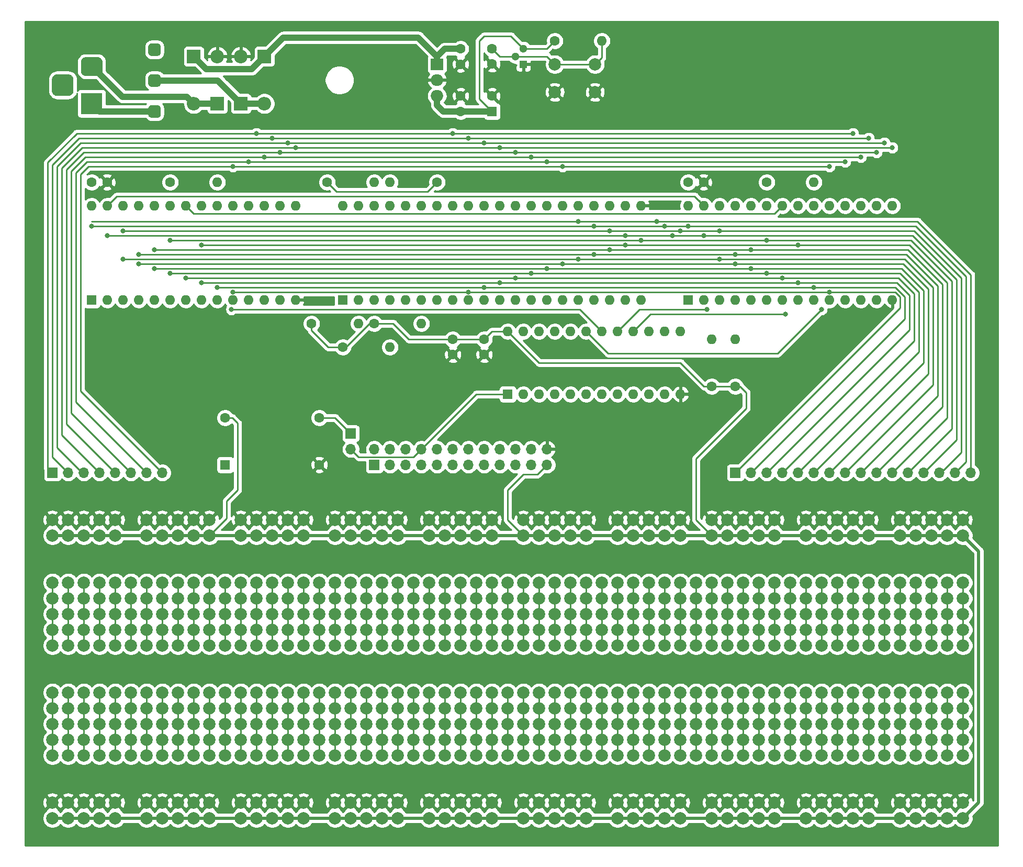
<source format=gbr>
G04 #@! TF.GenerationSoftware,KiCad,Pcbnew,5.1.5+dfsg1-2build2*
G04 #@! TF.CreationDate,2020-09-06T17:22:46-04:00*
G04 #@! TF.ProjectId,6502 Dev Board,36353032-2044-4657-9620-426f6172642e,rev?*
G04 #@! TF.SameCoordinates,Original*
G04 #@! TF.FileFunction,Copper,L1,Top*
G04 #@! TF.FilePolarity,Positive*
%FSLAX46Y46*%
G04 Gerber Fmt 4.6, Leading zero omitted, Abs format (unit mm)*
G04 Created by KiCad (PCBNEW 5.1.5+dfsg1-2build2) date 2020-09-06 17:22:46*
%MOMM*%
%LPD*%
G04 APERTURE LIST*
%ADD10O,1.600000X1.600000*%
%ADD11C,1.600000*%
%ADD12C,0.100000*%
%ADD13C,1.998980*%
%ADD14R,1.600000X1.600000*%
%ADD15R,1.300000X1.300000*%
%ADD16C,1.300000*%
%ADD17O,2.000000X1.905000*%
%ADD18R,2.000000X1.905000*%
%ADD19C,2.000000*%
%ADD20O,1.700000X1.700000*%
%ADD21R,1.700000X1.700000*%
%ADD22R,3.500000X3.500000*%
%ADD23O,2.200000X2.200000*%
%ADD24R,2.200000X2.200000*%
%ADD25C,0.800000*%
%ADD26C,0.250000*%
%ADD27C,1.000000*%
%ADD28C,0.500000*%
%ADD29C,0.254000*%
G04 APERTURE END LIST*
D10*
X71120000Y-54610000D03*
D11*
X78740000Y-54610000D03*
G04 #@! TA.AperFunction,ComponentPad*
D12*
G36*
X33569009Y-32182408D02*
G01*
X33617545Y-32189607D01*
X33665142Y-32201530D01*
X33711342Y-32218060D01*
X33755698Y-32239039D01*
X33797785Y-32264265D01*
X33837197Y-32293495D01*
X33873553Y-32326447D01*
X33906505Y-32362803D01*
X33935735Y-32402215D01*
X33960961Y-32444302D01*
X33981940Y-32488658D01*
X33998470Y-32534858D01*
X34010393Y-32582455D01*
X34017592Y-32630991D01*
X34020000Y-32680000D01*
X34020000Y-33680000D01*
X34017592Y-33729009D01*
X34010393Y-33777545D01*
X33998470Y-33825142D01*
X33981940Y-33871342D01*
X33960961Y-33915698D01*
X33935735Y-33957785D01*
X33906505Y-33997197D01*
X33873553Y-34033553D01*
X33837197Y-34066505D01*
X33797785Y-34095735D01*
X33755698Y-34120961D01*
X33711342Y-34141940D01*
X33665142Y-34158470D01*
X33617545Y-34170393D01*
X33569009Y-34177592D01*
X33520000Y-34180000D01*
X32520000Y-34180000D01*
X32470991Y-34177592D01*
X32422455Y-34170393D01*
X32374858Y-34158470D01*
X32328658Y-34141940D01*
X32284302Y-34120961D01*
X32242215Y-34095735D01*
X32202803Y-34066505D01*
X32166447Y-34033553D01*
X32133495Y-33997197D01*
X32104265Y-33957785D01*
X32079039Y-33915698D01*
X32058060Y-33871342D01*
X32041530Y-33825142D01*
X32029607Y-33777545D01*
X32022408Y-33729009D01*
X32020000Y-33680000D01*
X32020000Y-32680000D01*
X32022408Y-32630991D01*
X32029607Y-32582455D01*
X32041530Y-32534858D01*
X32058060Y-32488658D01*
X32079039Y-32444302D01*
X32104265Y-32402215D01*
X32133495Y-32362803D01*
X32166447Y-32326447D01*
X32202803Y-32293495D01*
X32242215Y-32264265D01*
X32284302Y-32239039D01*
X32328658Y-32218060D01*
X32374858Y-32201530D01*
X32422455Y-32189607D01*
X32470991Y-32182408D01*
X32520000Y-32180000D01*
X33520000Y-32180000D01*
X33569009Y-32182408D01*
G37*
G04 #@! TD.AperFunction*
G04 #@! TA.AperFunction,ComponentPad*
G36*
X33569009Y-37182408D02*
G01*
X33617545Y-37189607D01*
X33665142Y-37201530D01*
X33711342Y-37218060D01*
X33755698Y-37239039D01*
X33797785Y-37264265D01*
X33837197Y-37293495D01*
X33873553Y-37326447D01*
X33906505Y-37362803D01*
X33935735Y-37402215D01*
X33960961Y-37444302D01*
X33981940Y-37488658D01*
X33998470Y-37534858D01*
X34010393Y-37582455D01*
X34017592Y-37630991D01*
X34020000Y-37680000D01*
X34020000Y-38680000D01*
X34017592Y-38729009D01*
X34010393Y-38777545D01*
X33998470Y-38825142D01*
X33981940Y-38871342D01*
X33960961Y-38915698D01*
X33935735Y-38957785D01*
X33906505Y-38997197D01*
X33873553Y-39033553D01*
X33837197Y-39066505D01*
X33797785Y-39095735D01*
X33755698Y-39120961D01*
X33711342Y-39141940D01*
X33665142Y-39158470D01*
X33617545Y-39170393D01*
X33569009Y-39177592D01*
X33520000Y-39180000D01*
X32520000Y-39180000D01*
X32470991Y-39177592D01*
X32422455Y-39170393D01*
X32374858Y-39158470D01*
X32328658Y-39141940D01*
X32284302Y-39120961D01*
X32242215Y-39095735D01*
X32202803Y-39066505D01*
X32166447Y-39033553D01*
X32133495Y-38997197D01*
X32104265Y-38957785D01*
X32079039Y-38915698D01*
X32058060Y-38871342D01*
X32041530Y-38825142D01*
X32029607Y-38777545D01*
X32022408Y-38729009D01*
X32020000Y-38680000D01*
X32020000Y-37680000D01*
X32022408Y-37630991D01*
X32029607Y-37582455D01*
X32041530Y-37534858D01*
X32058060Y-37488658D01*
X32079039Y-37444302D01*
X32104265Y-37402215D01*
X32133495Y-37362803D01*
X32166447Y-37326447D01*
X32202803Y-37293495D01*
X32242215Y-37264265D01*
X32284302Y-37239039D01*
X32328658Y-37218060D01*
X32374858Y-37201530D01*
X32422455Y-37189607D01*
X32470991Y-37182408D01*
X32520000Y-37180000D01*
X33520000Y-37180000D01*
X33569009Y-37182408D01*
G37*
G04 #@! TD.AperFunction*
G04 #@! TA.AperFunction,ComponentPad*
G36*
X33569009Y-42182408D02*
G01*
X33617545Y-42189607D01*
X33665142Y-42201530D01*
X33711342Y-42218060D01*
X33755698Y-42239039D01*
X33797785Y-42264265D01*
X33837197Y-42293495D01*
X33873553Y-42326447D01*
X33906505Y-42362803D01*
X33935735Y-42402215D01*
X33960961Y-42444302D01*
X33981940Y-42488658D01*
X33998470Y-42534858D01*
X34010393Y-42582455D01*
X34017592Y-42630991D01*
X34020000Y-42680000D01*
X34020000Y-43680000D01*
X34017592Y-43729009D01*
X34010393Y-43777545D01*
X33998470Y-43825142D01*
X33981940Y-43871342D01*
X33960961Y-43915698D01*
X33935735Y-43957785D01*
X33906505Y-43997197D01*
X33873553Y-44033553D01*
X33837197Y-44066505D01*
X33797785Y-44095735D01*
X33755698Y-44120961D01*
X33711342Y-44141940D01*
X33665142Y-44158470D01*
X33617545Y-44170393D01*
X33569009Y-44177592D01*
X33520000Y-44180000D01*
X32520000Y-44180000D01*
X32470991Y-44177592D01*
X32422455Y-44170393D01*
X32374858Y-44158470D01*
X32328658Y-44141940D01*
X32284302Y-44120961D01*
X32242215Y-44095735D01*
X32202803Y-44066505D01*
X32166447Y-44033553D01*
X32133495Y-43997197D01*
X32104265Y-43957785D01*
X32079039Y-43915698D01*
X32058060Y-43871342D01*
X32041530Y-43825142D01*
X32029607Y-43777545D01*
X32022408Y-43729009D01*
X32020000Y-43680000D01*
X32020000Y-42680000D01*
X32022408Y-42630991D01*
X32029607Y-42582455D01*
X32041530Y-42534858D01*
X32058060Y-42488658D01*
X32079039Y-42444302D01*
X32104265Y-42402215D01*
X32133495Y-42362803D01*
X32166447Y-42326447D01*
X32202803Y-42293495D01*
X32242215Y-42264265D01*
X32284302Y-42239039D01*
X32328658Y-42218060D01*
X32374858Y-42201530D01*
X32422455Y-42189607D01*
X32470991Y-42182408D01*
X32520000Y-42180000D01*
X33520000Y-42180000D01*
X33569009Y-42182408D01*
G37*
G04 #@! TD.AperFunction*
D10*
X123190000Y-80010000D03*
D11*
X123190000Y-87630000D03*
D10*
X139700000Y-54610000D03*
D11*
X132080000Y-54610000D03*
D13*
X107950000Y-154940000D03*
X16510000Y-157480000D03*
X54610000Y-154940000D03*
X156210000Y-154940000D03*
X16510000Y-154940000D03*
X95250000Y-154940000D03*
X46990000Y-154940000D03*
X133350000Y-157480000D03*
X113030000Y-157480000D03*
X49530000Y-154940000D03*
X72390000Y-154940000D03*
X113030000Y-154940000D03*
X26670000Y-157480000D03*
X36830000Y-154940000D03*
X31750000Y-154940000D03*
X24130000Y-154940000D03*
X80010000Y-157480000D03*
X87630000Y-157480000D03*
X36830000Y-157480000D03*
X31750000Y-157480000D03*
X153670000Y-154940000D03*
X85090000Y-157480000D03*
X52070000Y-157480000D03*
X92710000Y-157480000D03*
X49530000Y-157480000D03*
X34290000Y-157480000D03*
X77470000Y-157480000D03*
X110490000Y-157480000D03*
X26670000Y-154940000D03*
X146050000Y-157480000D03*
X41910000Y-157480000D03*
X153670000Y-157480000D03*
X143510000Y-157480000D03*
X100330000Y-157480000D03*
X87630000Y-154940000D03*
X21590000Y-157480000D03*
X161290000Y-154940000D03*
X69850000Y-154940000D03*
X85090000Y-154940000D03*
X100330000Y-154940000D03*
X41910000Y-154940000D03*
X34290000Y-154940000D03*
X80010000Y-154940000D03*
X148590000Y-154940000D03*
X110490000Y-154940000D03*
X158750000Y-157480000D03*
X123190000Y-157480000D03*
X102870000Y-154940000D03*
X138430000Y-154940000D03*
X128270000Y-154940000D03*
X69850000Y-157480000D03*
X133350000Y-154940000D03*
X125730000Y-154940000D03*
X62230000Y-154940000D03*
X161290000Y-157480000D03*
X39370000Y-154940000D03*
X163830000Y-157480000D03*
X146050000Y-154940000D03*
X140970000Y-157480000D03*
X107950000Y-157480000D03*
X54610000Y-157480000D03*
X57150000Y-154940000D03*
X158750000Y-154940000D03*
X123190000Y-154940000D03*
X82550000Y-154940000D03*
X67310000Y-157480000D03*
X64770000Y-154940000D03*
X39370000Y-157480000D03*
X52070000Y-154940000D03*
X115570000Y-157480000D03*
X102870000Y-157480000D03*
X148590000Y-157480000D03*
X140970000Y-154940000D03*
X19050000Y-154940000D03*
X118110000Y-157480000D03*
X138430000Y-157480000D03*
X46990000Y-157480000D03*
X72390000Y-157480000D03*
X64770000Y-157480000D03*
X128270000Y-157480000D03*
X19050000Y-157480000D03*
X21590000Y-154940000D03*
X24130000Y-157480000D03*
X115570000Y-154940000D03*
X62230000Y-157480000D03*
X118110000Y-154940000D03*
X163830000Y-154940000D03*
X97790000Y-157480000D03*
X97790000Y-154940000D03*
X67310000Y-154940000D03*
X125730000Y-157480000D03*
X95250000Y-157480000D03*
X77470000Y-154940000D03*
X57150000Y-157480000D03*
X92710000Y-154940000D03*
X130810000Y-157480000D03*
X143510000Y-154940000D03*
X130810000Y-154940000D03*
X156210000Y-157480000D03*
X82550000Y-157480000D03*
X90170000Y-137160000D03*
X16510000Y-137160000D03*
X29210000Y-137160000D03*
X62230000Y-137160000D03*
X57150000Y-139700000D03*
X46990000Y-142240000D03*
X49530000Y-142240000D03*
X118110000Y-147320000D03*
X120650000Y-137160000D03*
X153670000Y-142240000D03*
X92710000Y-142240000D03*
X74930000Y-137160000D03*
X62230000Y-147320000D03*
X54610000Y-147320000D03*
X44450000Y-142240000D03*
X102870000Y-139700000D03*
X26670000Y-142240000D03*
X52070000Y-139700000D03*
X64770000Y-139700000D03*
X87630000Y-139700000D03*
X85090000Y-144780000D03*
X77470000Y-137160000D03*
X57150000Y-142240000D03*
X36830000Y-137160000D03*
X163830000Y-142240000D03*
X82550000Y-137160000D03*
X128270000Y-139700000D03*
X107950000Y-139700000D03*
X105410000Y-139700000D03*
X97790000Y-137160000D03*
X123190000Y-139700000D03*
X34290000Y-137160000D03*
X113030000Y-139700000D03*
X110490000Y-139700000D03*
X120650000Y-139700000D03*
X153670000Y-147320000D03*
X118110000Y-139700000D03*
X125730000Y-142240000D03*
X130810000Y-142240000D03*
X97790000Y-142240000D03*
X46990000Y-137160000D03*
X95250000Y-142240000D03*
X87630000Y-144780000D03*
X26670000Y-137160000D03*
X31750000Y-142240000D03*
X80010000Y-139700000D03*
X133350000Y-137160000D03*
X120650000Y-142240000D03*
X130810000Y-139700000D03*
X44450000Y-144780000D03*
X67310000Y-142240000D03*
X90170000Y-147320000D03*
X41910000Y-137160000D03*
X105410000Y-142240000D03*
X64770000Y-142240000D03*
X140970000Y-137160000D03*
X34290000Y-142240000D03*
X143510000Y-147320000D03*
X113030000Y-147320000D03*
X36830000Y-139700000D03*
X115570000Y-147320000D03*
X102870000Y-147320000D03*
X138430000Y-139700000D03*
X90170000Y-144780000D03*
X87630000Y-147320000D03*
X148590000Y-147320000D03*
X110490000Y-147320000D03*
X100330000Y-144780000D03*
X26670000Y-144780000D03*
X54610000Y-142240000D03*
X80010000Y-147320000D03*
X34290000Y-147320000D03*
X21590000Y-142240000D03*
X107950000Y-142240000D03*
X161290000Y-142240000D03*
X72390000Y-137160000D03*
X59690000Y-144780000D03*
X34290000Y-144780000D03*
X128270000Y-147320000D03*
X36830000Y-147320000D03*
X62230000Y-142240000D03*
X62230000Y-144780000D03*
X64770000Y-147320000D03*
X90170000Y-142240000D03*
X158750000Y-147320000D03*
X31750000Y-144780000D03*
X31750000Y-137160000D03*
X115570000Y-142240000D03*
X52070000Y-142240000D03*
X57150000Y-147320000D03*
X125730000Y-147320000D03*
X46990000Y-144780000D03*
X151130000Y-147320000D03*
X156210000Y-142240000D03*
X151130000Y-137160000D03*
X123190000Y-147320000D03*
X44450000Y-147320000D03*
X67310000Y-137160000D03*
X118110000Y-137160000D03*
X161290000Y-147320000D03*
X110490000Y-142240000D03*
X100330000Y-142240000D03*
X135890000Y-142240000D03*
X80010000Y-144780000D03*
X130810000Y-137160000D03*
X125730000Y-137160000D03*
X49530000Y-144780000D03*
X26670000Y-147320000D03*
X158750000Y-142240000D03*
X118110000Y-144780000D03*
X143510000Y-139700000D03*
X156210000Y-139700000D03*
X54610000Y-144780000D03*
X92710000Y-147320000D03*
X16510000Y-139700000D03*
X146050000Y-142240000D03*
X133350000Y-139700000D03*
X85090000Y-137160000D03*
X41910000Y-147320000D03*
X102870000Y-144780000D03*
X77470000Y-144780000D03*
X158750000Y-144780000D03*
X92710000Y-137160000D03*
X67310000Y-139700000D03*
X125730000Y-139700000D03*
X52070000Y-147320000D03*
X59690000Y-139700000D03*
X82550000Y-144780000D03*
X135890000Y-137160000D03*
X143510000Y-144780000D03*
X24130000Y-142240000D03*
X62230000Y-139700000D03*
X82550000Y-139700000D03*
X82550000Y-142240000D03*
X36830000Y-142240000D03*
X95250000Y-137160000D03*
X69850000Y-137160000D03*
X29210000Y-142240000D03*
X128270000Y-137160000D03*
X16510000Y-144780000D03*
X49530000Y-139700000D03*
X46990000Y-147320000D03*
X74930000Y-142240000D03*
X52070000Y-137160000D03*
X133350000Y-142240000D03*
X67310000Y-144780000D03*
X57150000Y-144780000D03*
X97790000Y-144780000D03*
X138430000Y-147320000D03*
X102870000Y-142240000D03*
X77470000Y-142240000D03*
X95250000Y-144780000D03*
X49530000Y-147320000D03*
X92710000Y-144780000D03*
X140970000Y-142240000D03*
X97790000Y-147320000D03*
X148590000Y-144780000D03*
X95250000Y-147320000D03*
X31750000Y-147320000D03*
X67310000Y-147320000D03*
X140970000Y-147320000D03*
X95250000Y-139700000D03*
X120650000Y-147320000D03*
X92710000Y-139700000D03*
X158750000Y-139700000D03*
X120650000Y-144780000D03*
X105410000Y-147320000D03*
X158750000Y-137160000D03*
X54610000Y-137160000D03*
X31750000Y-139700000D03*
X107950000Y-144780000D03*
X140970000Y-144780000D03*
X113030000Y-144780000D03*
X130810000Y-144780000D03*
X151130000Y-144780000D03*
X153670000Y-144780000D03*
X161290000Y-144780000D03*
X156210000Y-137160000D03*
X146050000Y-144780000D03*
X128270000Y-144780000D03*
X163830000Y-144780000D03*
X115570000Y-144780000D03*
X146050000Y-139700000D03*
X16510000Y-142240000D03*
X143510000Y-137160000D03*
X148590000Y-137160000D03*
X46990000Y-139700000D03*
X128270000Y-142240000D03*
X44450000Y-139700000D03*
X19050000Y-139700000D03*
X74930000Y-144780000D03*
X161290000Y-137160000D03*
X54610000Y-139700000D03*
X72390000Y-144780000D03*
X113030000Y-137160000D03*
X123190000Y-142240000D03*
X138430000Y-142240000D03*
X148590000Y-142240000D03*
X143510000Y-142240000D03*
X90170000Y-139700000D03*
X19050000Y-144780000D03*
X72390000Y-142240000D03*
X163830000Y-139700000D03*
X113030000Y-142240000D03*
X87630000Y-142240000D03*
X74930000Y-139700000D03*
X153670000Y-139700000D03*
X140970000Y-139700000D03*
X148590000Y-139700000D03*
X59690000Y-137160000D03*
X163830000Y-147320000D03*
X82550000Y-147320000D03*
X69850000Y-147320000D03*
X151130000Y-139700000D03*
X64770000Y-144780000D03*
X69850000Y-144780000D03*
X133350000Y-147320000D03*
X29210000Y-147320000D03*
X21590000Y-144780000D03*
X102870000Y-137160000D03*
X74930000Y-147320000D03*
X97790000Y-139700000D03*
X110490000Y-144780000D03*
X64770000Y-137160000D03*
X49530000Y-137160000D03*
X24130000Y-139700000D03*
X19050000Y-142240000D03*
X80010000Y-142240000D03*
X29210000Y-139700000D03*
X133350000Y-144780000D03*
X146050000Y-137160000D03*
X41910000Y-139700000D03*
X85090000Y-142240000D03*
X161290000Y-139700000D03*
X77470000Y-139700000D03*
X135890000Y-139700000D03*
X59690000Y-142240000D03*
X24130000Y-147320000D03*
X138430000Y-144780000D03*
X110490000Y-137160000D03*
X19050000Y-137160000D03*
X151130000Y-142240000D03*
X118110000Y-142240000D03*
X57150000Y-137160000D03*
X41910000Y-142240000D03*
X107950000Y-137160000D03*
X163830000Y-137160000D03*
X125730000Y-144780000D03*
X24130000Y-137160000D03*
X39370000Y-142240000D03*
X100330000Y-137160000D03*
X80010000Y-137160000D03*
X138430000Y-137160000D03*
X72390000Y-139700000D03*
X115570000Y-139700000D03*
X41910000Y-144780000D03*
X123190000Y-144780000D03*
X69850000Y-139700000D03*
X105410000Y-144780000D03*
X59690000Y-147320000D03*
X39370000Y-147320000D03*
X100330000Y-139700000D03*
X39370000Y-144780000D03*
X36830000Y-144780000D03*
X29210000Y-144780000D03*
X19050000Y-147320000D03*
X34290000Y-139700000D03*
X107950000Y-147320000D03*
X72390000Y-147320000D03*
X156210000Y-144780000D03*
X16510000Y-147320000D03*
X135890000Y-144780000D03*
X24130000Y-144780000D03*
X85090000Y-139700000D03*
X21590000Y-147320000D03*
X52070000Y-144780000D03*
X135890000Y-147320000D03*
X87630000Y-137160000D03*
X115570000Y-137160000D03*
X26670000Y-139700000D03*
X69850000Y-142240000D03*
X156210000Y-147320000D03*
X77470000Y-147320000D03*
X39370000Y-137160000D03*
X123190000Y-137160000D03*
X100330000Y-147320000D03*
X146050000Y-147320000D03*
X21590000Y-137160000D03*
X39370000Y-139700000D03*
X130810000Y-147320000D03*
X153670000Y-137160000D03*
X21590000Y-139700000D03*
X44450000Y-137160000D03*
X85090000Y-147320000D03*
X105410000Y-137160000D03*
X163830000Y-129540000D03*
X161290000Y-129540000D03*
X158750000Y-129540000D03*
X156210000Y-129540000D03*
X153670000Y-129540000D03*
X151130000Y-129540000D03*
X148590000Y-129540000D03*
X146050000Y-129540000D03*
X143510000Y-129540000D03*
X140970000Y-129540000D03*
X138430000Y-129540000D03*
X135890000Y-129540000D03*
X133350000Y-129540000D03*
X130810000Y-129540000D03*
X128270000Y-129540000D03*
X125730000Y-129540000D03*
X123190000Y-129540000D03*
X120650000Y-129540000D03*
X118110000Y-129540000D03*
X115570000Y-129540000D03*
X113030000Y-129540000D03*
X110490000Y-129540000D03*
X107950000Y-129540000D03*
X105410000Y-129540000D03*
X102870000Y-129540000D03*
X100330000Y-129540000D03*
X97790000Y-129540000D03*
X95250000Y-129540000D03*
X92710000Y-129540000D03*
X90170000Y-129540000D03*
X87630000Y-129540000D03*
X85090000Y-129540000D03*
X82550000Y-129540000D03*
X80010000Y-129540000D03*
X77470000Y-129540000D03*
X74930000Y-129540000D03*
X72390000Y-129540000D03*
X69850000Y-129540000D03*
X67310000Y-129540000D03*
X64770000Y-129540000D03*
X62230000Y-129540000D03*
X59690000Y-129540000D03*
X57150000Y-129540000D03*
X54610000Y-129540000D03*
X52070000Y-129540000D03*
X49530000Y-129540000D03*
X46990000Y-129540000D03*
X44450000Y-129540000D03*
X41910000Y-129540000D03*
X39370000Y-129540000D03*
X36830000Y-129540000D03*
X34290000Y-129540000D03*
X31750000Y-129540000D03*
X29210000Y-129540000D03*
X26670000Y-129540000D03*
X24130000Y-129540000D03*
X21590000Y-129540000D03*
X19050000Y-129540000D03*
X16510000Y-129540000D03*
X163830000Y-127000000D03*
X161290000Y-127000000D03*
X158750000Y-127000000D03*
X156210000Y-127000000D03*
X153670000Y-127000000D03*
X151130000Y-127000000D03*
X148590000Y-127000000D03*
X146050000Y-127000000D03*
X143510000Y-127000000D03*
X140970000Y-127000000D03*
X138430000Y-127000000D03*
X135890000Y-127000000D03*
X133350000Y-127000000D03*
X130810000Y-127000000D03*
X128270000Y-127000000D03*
X125730000Y-127000000D03*
X123190000Y-127000000D03*
X120650000Y-127000000D03*
X118110000Y-127000000D03*
X115570000Y-127000000D03*
X113030000Y-127000000D03*
X110490000Y-127000000D03*
X107950000Y-127000000D03*
X105410000Y-127000000D03*
X102870000Y-127000000D03*
X100330000Y-127000000D03*
X97790000Y-127000000D03*
X95250000Y-127000000D03*
X92710000Y-127000000D03*
X90170000Y-127000000D03*
X87630000Y-127000000D03*
X85090000Y-127000000D03*
X82550000Y-127000000D03*
X80010000Y-127000000D03*
X77470000Y-127000000D03*
X74930000Y-127000000D03*
X72390000Y-127000000D03*
X69850000Y-127000000D03*
X67310000Y-127000000D03*
X64770000Y-127000000D03*
X62230000Y-127000000D03*
X59690000Y-127000000D03*
X57150000Y-127000000D03*
X54610000Y-127000000D03*
X52070000Y-127000000D03*
X49530000Y-127000000D03*
X46990000Y-127000000D03*
X44450000Y-127000000D03*
X41910000Y-127000000D03*
X39370000Y-127000000D03*
X36830000Y-127000000D03*
X34290000Y-127000000D03*
X31750000Y-127000000D03*
X29210000Y-127000000D03*
X26670000Y-127000000D03*
X24130000Y-127000000D03*
X21590000Y-127000000D03*
X19050000Y-127000000D03*
X16510000Y-127000000D03*
X163830000Y-124460000D03*
X161290000Y-124460000D03*
X158750000Y-124460000D03*
X156210000Y-124460000D03*
X153670000Y-124460000D03*
X151130000Y-124460000D03*
X148590000Y-124460000D03*
X146050000Y-124460000D03*
X143510000Y-124460000D03*
X140970000Y-124460000D03*
X138430000Y-124460000D03*
X135890000Y-124460000D03*
X133350000Y-124460000D03*
X130810000Y-124460000D03*
X128270000Y-124460000D03*
X125730000Y-124460000D03*
X123190000Y-124460000D03*
X120650000Y-124460000D03*
X118110000Y-124460000D03*
X115570000Y-124460000D03*
X113030000Y-124460000D03*
X110490000Y-124460000D03*
X107950000Y-124460000D03*
X105410000Y-124460000D03*
X102870000Y-124460000D03*
X100330000Y-124460000D03*
X97790000Y-124460000D03*
X95250000Y-124460000D03*
X92710000Y-124460000D03*
X90170000Y-124460000D03*
X87630000Y-124460000D03*
X85090000Y-124460000D03*
X82550000Y-124460000D03*
X80010000Y-124460000D03*
X77470000Y-124460000D03*
X74930000Y-124460000D03*
X72390000Y-124460000D03*
X69850000Y-124460000D03*
X67310000Y-124460000D03*
X64770000Y-124460000D03*
X62230000Y-124460000D03*
X59690000Y-124460000D03*
X57150000Y-124460000D03*
X54610000Y-124460000D03*
X52070000Y-124460000D03*
X49530000Y-124460000D03*
X46990000Y-124460000D03*
X44450000Y-124460000D03*
X41910000Y-124460000D03*
X39370000Y-124460000D03*
X36830000Y-124460000D03*
X34290000Y-124460000D03*
X31750000Y-124460000D03*
X29210000Y-124460000D03*
X26670000Y-124460000D03*
X24130000Y-124460000D03*
X21590000Y-124460000D03*
X19050000Y-124460000D03*
X16510000Y-124460000D03*
X163830000Y-121920000D03*
X161290000Y-121920000D03*
X158750000Y-121920000D03*
X156210000Y-121920000D03*
X153670000Y-121920000D03*
X151130000Y-121920000D03*
X148590000Y-121920000D03*
X146050000Y-121920000D03*
X143510000Y-121920000D03*
X140970000Y-121920000D03*
X138430000Y-121920000D03*
X135890000Y-121920000D03*
X133350000Y-121920000D03*
X130810000Y-121920000D03*
X128270000Y-121920000D03*
X125730000Y-121920000D03*
X123190000Y-121920000D03*
X120650000Y-121920000D03*
X118110000Y-121920000D03*
X115570000Y-121920000D03*
X113030000Y-121920000D03*
X110490000Y-121920000D03*
X107950000Y-121920000D03*
X105410000Y-121920000D03*
X102870000Y-121920000D03*
X100330000Y-121920000D03*
X97790000Y-121920000D03*
X95250000Y-121920000D03*
X92710000Y-121920000D03*
X90170000Y-121920000D03*
X87630000Y-121920000D03*
X85090000Y-121920000D03*
X82550000Y-121920000D03*
X80010000Y-121920000D03*
X77470000Y-121920000D03*
X74930000Y-121920000D03*
X72390000Y-121920000D03*
X69850000Y-121920000D03*
X67310000Y-121920000D03*
X64770000Y-121920000D03*
X62230000Y-121920000D03*
X59690000Y-121920000D03*
X57150000Y-121920000D03*
X54610000Y-121920000D03*
X52070000Y-121920000D03*
X49530000Y-121920000D03*
X46990000Y-121920000D03*
X44450000Y-121920000D03*
X41910000Y-121920000D03*
X39370000Y-121920000D03*
X36830000Y-121920000D03*
X34290000Y-121920000D03*
X31750000Y-121920000D03*
X29210000Y-121920000D03*
X26670000Y-121920000D03*
X24130000Y-121920000D03*
X21590000Y-121920000D03*
X19050000Y-121920000D03*
X16510000Y-121920000D03*
X163830000Y-119380000D03*
X161290000Y-119380000D03*
X158750000Y-119380000D03*
X156210000Y-119380000D03*
X153670000Y-119380000D03*
X151130000Y-119380000D03*
X148590000Y-119380000D03*
X146050000Y-119380000D03*
X143510000Y-119380000D03*
X140970000Y-119380000D03*
X138430000Y-119380000D03*
X135890000Y-119380000D03*
X133350000Y-119380000D03*
X130810000Y-119380000D03*
X128270000Y-119380000D03*
X125730000Y-119380000D03*
X123190000Y-119380000D03*
X120650000Y-119380000D03*
X118110000Y-119380000D03*
X115570000Y-119380000D03*
X113030000Y-119380000D03*
X110490000Y-119380000D03*
X107950000Y-119380000D03*
X105410000Y-119380000D03*
X102870000Y-119380000D03*
X100330000Y-119380000D03*
X97790000Y-119380000D03*
X95250000Y-119380000D03*
X92710000Y-119380000D03*
X90170000Y-119380000D03*
X87630000Y-119380000D03*
X85090000Y-119380000D03*
X82550000Y-119380000D03*
X80010000Y-119380000D03*
X77470000Y-119380000D03*
X74930000Y-119380000D03*
X72390000Y-119380000D03*
X69850000Y-119380000D03*
X67310000Y-119380000D03*
X64770000Y-119380000D03*
X62230000Y-119380000D03*
X59690000Y-119380000D03*
X57150000Y-119380000D03*
X54610000Y-119380000D03*
X52070000Y-119380000D03*
X49530000Y-119380000D03*
X46990000Y-119380000D03*
X44450000Y-119380000D03*
X41910000Y-119380000D03*
X39370000Y-119380000D03*
X36830000Y-119380000D03*
X34290000Y-119380000D03*
X31750000Y-119380000D03*
X29210000Y-119380000D03*
X26670000Y-119380000D03*
X24130000Y-119380000D03*
X21590000Y-119380000D03*
X19050000Y-119380000D03*
X16510000Y-119380000D03*
X163830000Y-109220000D03*
X161290000Y-109220000D03*
X158750000Y-109220000D03*
X156210000Y-109220000D03*
X153670000Y-109220000D03*
X148590000Y-109220000D03*
X146050000Y-109220000D03*
X143510000Y-109220000D03*
X140970000Y-109220000D03*
X138430000Y-109220000D03*
X133350000Y-109220000D03*
X130810000Y-109220000D03*
X128270000Y-109220000D03*
X125730000Y-109220000D03*
X123190000Y-109220000D03*
X118110000Y-109220000D03*
X115570000Y-109220000D03*
X113030000Y-109220000D03*
X110490000Y-109220000D03*
X107950000Y-109220000D03*
X102870000Y-109220000D03*
X100330000Y-109220000D03*
X97790000Y-109220000D03*
X95250000Y-109220000D03*
X92710000Y-109220000D03*
X87630000Y-109220000D03*
X85090000Y-109220000D03*
X82550000Y-109220000D03*
X80010000Y-109220000D03*
X77470000Y-109220000D03*
X72390000Y-109220000D03*
X69850000Y-109220000D03*
X67310000Y-109220000D03*
X64770000Y-109220000D03*
X62230000Y-109220000D03*
X57150000Y-109220000D03*
X54610000Y-109220000D03*
X52070000Y-109220000D03*
X49530000Y-109220000D03*
X46990000Y-109220000D03*
X41910000Y-109220000D03*
X39370000Y-109220000D03*
X36830000Y-109220000D03*
X34290000Y-109220000D03*
X31750000Y-109220000D03*
X26670000Y-109220000D03*
X24130000Y-109220000D03*
X21590000Y-109220000D03*
X19050000Y-109220000D03*
X16510000Y-109220000D03*
X163830000Y-111760000D03*
X161290000Y-111760000D03*
X158750000Y-111760000D03*
X156210000Y-111760000D03*
X153670000Y-111760000D03*
X148590000Y-111760000D03*
X146050000Y-111760000D03*
X143510000Y-111760000D03*
X140970000Y-111760000D03*
X138430000Y-111760000D03*
X133350000Y-111760000D03*
X130810000Y-111760000D03*
X128270000Y-111760000D03*
X125730000Y-111760000D03*
X123190000Y-111760000D03*
X118110000Y-111760000D03*
X115570000Y-111760000D03*
X113030000Y-111760000D03*
X110490000Y-111760000D03*
X107950000Y-111760000D03*
X102870000Y-111760000D03*
X100330000Y-111760000D03*
X97790000Y-111760000D03*
X95250000Y-111760000D03*
X92710000Y-111760000D03*
X87630000Y-111760000D03*
X85090000Y-111760000D03*
X82550000Y-111760000D03*
X80010000Y-111760000D03*
X77470000Y-111760000D03*
X72390000Y-111760000D03*
X69850000Y-111760000D03*
X67310000Y-111760000D03*
X64770000Y-111760000D03*
X62230000Y-111760000D03*
X57150000Y-111760000D03*
X54610000Y-111760000D03*
X52070000Y-111760000D03*
X49530000Y-111760000D03*
X46990000Y-111760000D03*
X41910000Y-111760000D03*
X39370000Y-111760000D03*
X36830000Y-111760000D03*
X34290000Y-111760000D03*
X31750000Y-111760000D03*
X26670000Y-111760000D03*
X24130000Y-111760000D03*
X21590000Y-111760000D03*
X19050000Y-111760000D03*
X16510000Y-111760000D03*
D10*
X127000000Y-80010000D03*
D11*
X127000000Y-87630000D03*
D10*
X43180000Y-54610000D03*
D11*
X35560000Y-54610000D03*
D10*
X68580000Y-54610000D03*
D11*
X60960000Y-54610000D03*
D10*
X105410000Y-31750000D03*
D11*
X97790000Y-31750000D03*
D10*
X66040000Y-77470000D03*
D11*
X58420000Y-77470000D03*
D10*
X71120000Y-81280000D03*
D11*
X63500000Y-81280000D03*
D10*
X76200000Y-77470000D03*
D11*
X68580000Y-77470000D03*
X121880000Y-54610000D03*
X119380000Y-54610000D03*
X81280000Y-82510000D03*
X81280000Y-80010000D03*
X86360000Y-82510000D03*
X86360000Y-80010000D03*
X25360000Y-54610000D03*
X22860000Y-54610000D03*
X87630000Y-40680000D03*
D14*
X87630000Y-43180000D03*
D11*
X59690000Y-100330000D03*
X59690000Y-92710000D03*
X44450000Y-92710000D03*
D14*
X44450000Y-100330000D03*
D10*
X90170000Y-78740000D03*
X118110000Y-88900000D03*
X92710000Y-78740000D03*
X115570000Y-88900000D03*
X95250000Y-78740000D03*
X113030000Y-88900000D03*
X97790000Y-78740000D03*
X110490000Y-88900000D03*
X100330000Y-78740000D03*
X107950000Y-88900000D03*
X102870000Y-78740000D03*
X105410000Y-88900000D03*
X105410000Y-78740000D03*
X102870000Y-88900000D03*
X107950000Y-78740000D03*
X100330000Y-88900000D03*
X110490000Y-78740000D03*
X97790000Y-88900000D03*
X113030000Y-78740000D03*
X95250000Y-88900000D03*
X115570000Y-78740000D03*
X92710000Y-88900000D03*
X118110000Y-78740000D03*
D14*
X90170000Y-88900000D03*
D10*
X119380000Y-58420000D03*
X152400000Y-73660000D03*
X121920000Y-58420000D03*
X149860000Y-73660000D03*
X124460000Y-58420000D03*
X147320000Y-73660000D03*
X127000000Y-58420000D03*
X144780000Y-73660000D03*
X129540000Y-58420000D03*
X142240000Y-73660000D03*
X132080000Y-58420000D03*
X139700000Y-73660000D03*
X134620000Y-58420000D03*
X137160000Y-73660000D03*
X137160000Y-58420000D03*
X134620000Y-73660000D03*
X139700000Y-58420000D03*
X132080000Y-73660000D03*
X142240000Y-58420000D03*
X129540000Y-73660000D03*
X144780000Y-58420000D03*
X127000000Y-73660000D03*
X147320000Y-58420000D03*
X124460000Y-73660000D03*
X149860000Y-58420000D03*
X121920000Y-73660000D03*
X152400000Y-58420000D03*
D14*
X119380000Y-73660000D03*
D15*
X92710000Y-35560000D03*
D16*
X92710000Y-33020000D03*
X91440000Y-34290000D03*
D17*
X78740000Y-40640000D03*
X78740000Y-38100000D03*
D18*
X78740000Y-35560000D03*
D10*
X22860000Y-58420000D03*
X55880000Y-73660000D03*
X25400000Y-58420000D03*
X53340000Y-73660000D03*
X27940000Y-58420000D03*
X50800000Y-73660000D03*
X30480000Y-58420000D03*
X48260000Y-73660000D03*
X33020000Y-58420000D03*
X45720000Y-73660000D03*
X35560000Y-58420000D03*
X43180000Y-73660000D03*
X38100000Y-58420000D03*
X40640000Y-73660000D03*
X40640000Y-58420000D03*
X38100000Y-73660000D03*
X43180000Y-58420000D03*
X35560000Y-73660000D03*
X45720000Y-58420000D03*
X33020000Y-73660000D03*
X48260000Y-58420000D03*
X30480000Y-73660000D03*
X50800000Y-58420000D03*
X27940000Y-73660000D03*
X53340000Y-58420000D03*
X25400000Y-73660000D03*
X55880000Y-58420000D03*
D14*
X22860000Y-73660000D03*
D10*
X63500000Y-58420000D03*
X111760000Y-73660000D03*
X66040000Y-58420000D03*
X109220000Y-73660000D03*
X68580000Y-58420000D03*
X106680000Y-73660000D03*
X71120000Y-58420000D03*
X104140000Y-73660000D03*
X73660000Y-58420000D03*
X101600000Y-73660000D03*
X76200000Y-58420000D03*
X99060000Y-73660000D03*
X78740000Y-58420000D03*
X96520000Y-73660000D03*
X81280000Y-58420000D03*
X93980000Y-73660000D03*
X83820000Y-58420000D03*
X91440000Y-73660000D03*
X86360000Y-58420000D03*
X88900000Y-73660000D03*
X88900000Y-58420000D03*
X86360000Y-73660000D03*
X91440000Y-58420000D03*
X83820000Y-73660000D03*
X93980000Y-58420000D03*
X81280000Y-73660000D03*
X96520000Y-58420000D03*
X78740000Y-73660000D03*
X99060000Y-58420000D03*
X76200000Y-73660000D03*
X101600000Y-58420000D03*
X73660000Y-73660000D03*
X104140000Y-58420000D03*
X71120000Y-73660000D03*
X106680000Y-58420000D03*
X68580000Y-73660000D03*
X109220000Y-58420000D03*
X66040000Y-73660000D03*
X111760000Y-58420000D03*
D14*
X63500000Y-73660000D03*
D19*
X104290000Y-35560000D03*
X104290000Y-40060000D03*
X97790000Y-35560000D03*
X97790000Y-40060000D03*
D20*
X64770000Y-97790000D03*
D21*
X64770000Y-95250000D03*
D20*
X34290000Y-101600000D03*
X31750000Y-101600000D03*
X29210000Y-101600000D03*
X26670000Y-101600000D03*
X24130000Y-101600000D03*
X21590000Y-101600000D03*
X19050000Y-101600000D03*
D21*
X16510000Y-101600000D03*
D20*
X165100000Y-101600000D03*
X162560000Y-101600000D03*
X160020000Y-101600000D03*
X157480000Y-101600000D03*
X154940000Y-101600000D03*
X152400000Y-101600000D03*
X149860000Y-101600000D03*
X147320000Y-101600000D03*
X144780000Y-101600000D03*
X142240000Y-101600000D03*
X139700000Y-101600000D03*
X137160000Y-101600000D03*
X134620000Y-101600000D03*
X132080000Y-101600000D03*
X129540000Y-101600000D03*
D21*
X127000000Y-101600000D03*
D20*
X96520000Y-97790000D03*
X96520000Y-100330000D03*
X93980000Y-97790000D03*
X93980000Y-100330000D03*
X91440000Y-97790000D03*
X91440000Y-100330000D03*
X88900000Y-97790000D03*
X88900000Y-100330000D03*
X86360000Y-97790000D03*
X86360000Y-100330000D03*
X83820000Y-97790000D03*
X83820000Y-100330000D03*
X81280000Y-97790000D03*
X81280000Y-100330000D03*
X78740000Y-97790000D03*
X78740000Y-100330000D03*
X76200000Y-97790000D03*
X76200000Y-100330000D03*
X73660000Y-97790000D03*
X73660000Y-100330000D03*
X71120000Y-97790000D03*
X71120000Y-100330000D03*
X68580000Y-97790000D03*
D21*
X68580000Y-100330000D03*
G04 #@! TA.AperFunction,ComponentPad*
D12*
G36*
X19120765Y-37164213D02*
G01*
X19205704Y-37176813D01*
X19288999Y-37197677D01*
X19369848Y-37226605D01*
X19447472Y-37263319D01*
X19521124Y-37307464D01*
X19590094Y-37358616D01*
X19653718Y-37416282D01*
X19711384Y-37479906D01*
X19762536Y-37548876D01*
X19806681Y-37622528D01*
X19843395Y-37700152D01*
X19872323Y-37781001D01*
X19893187Y-37864296D01*
X19905787Y-37949235D01*
X19910000Y-38035000D01*
X19910000Y-39785000D01*
X19905787Y-39870765D01*
X19893187Y-39955704D01*
X19872323Y-40038999D01*
X19843395Y-40119848D01*
X19806681Y-40197472D01*
X19762536Y-40271124D01*
X19711384Y-40340094D01*
X19653718Y-40403718D01*
X19590094Y-40461384D01*
X19521124Y-40512536D01*
X19447472Y-40556681D01*
X19369848Y-40593395D01*
X19288999Y-40622323D01*
X19205704Y-40643187D01*
X19120765Y-40655787D01*
X19035000Y-40660000D01*
X17285000Y-40660000D01*
X17199235Y-40655787D01*
X17114296Y-40643187D01*
X17031001Y-40622323D01*
X16950152Y-40593395D01*
X16872528Y-40556681D01*
X16798876Y-40512536D01*
X16729906Y-40461384D01*
X16666282Y-40403718D01*
X16608616Y-40340094D01*
X16557464Y-40271124D01*
X16513319Y-40197472D01*
X16476605Y-40119848D01*
X16447677Y-40038999D01*
X16426813Y-39955704D01*
X16414213Y-39870765D01*
X16410000Y-39785000D01*
X16410000Y-38035000D01*
X16414213Y-37949235D01*
X16426813Y-37864296D01*
X16447677Y-37781001D01*
X16476605Y-37700152D01*
X16513319Y-37622528D01*
X16557464Y-37548876D01*
X16608616Y-37479906D01*
X16666282Y-37416282D01*
X16729906Y-37358616D01*
X16798876Y-37307464D01*
X16872528Y-37263319D01*
X16950152Y-37226605D01*
X17031001Y-37197677D01*
X17114296Y-37176813D01*
X17199235Y-37164213D01*
X17285000Y-37160000D01*
X19035000Y-37160000D01*
X19120765Y-37164213D01*
G37*
G04 #@! TD.AperFunction*
G04 #@! TA.AperFunction,ComponentPad*
G36*
X23933513Y-34413611D02*
G01*
X24006318Y-34424411D01*
X24077714Y-34442295D01*
X24147013Y-34467090D01*
X24213548Y-34498559D01*
X24276678Y-34536398D01*
X24335795Y-34580242D01*
X24390330Y-34629670D01*
X24439758Y-34684205D01*
X24483602Y-34743322D01*
X24521441Y-34806452D01*
X24552910Y-34872987D01*
X24577705Y-34942286D01*
X24595589Y-35013682D01*
X24606389Y-35086487D01*
X24610000Y-35160000D01*
X24610000Y-36660000D01*
X24606389Y-36733513D01*
X24595589Y-36806318D01*
X24577705Y-36877714D01*
X24552910Y-36947013D01*
X24521441Y-37013548D01*
X24483602Y-37076678D01*
X24439758Y-37135795D01*
X24390330Y-37190330D01*
X24335795Y-37239758D01*
X24276678Y-37283602D01*
X24213548Y-37321441D01*
X24147013Y-37352910D01*
X24077714Y-37377705D01*
X24006318Y-37395589D01*
X23933513Y-37406389D01*
X23860000Y-37410000D01*
X21860000Y-37410000D01*
X21786487Y-37406389D01*
X21713682Y-37395589D01*
X21642286Y-37377705D01*
X21572987Y-37352910D01*
X21506452Y-37321441D01*
X21443322Y-37283602D01*
X21384205Y-37239758D01*
X21329670Y-37190330D01*
X21280242Y-37135795D01*
X21236398Y-37076678D01*
X21198559Y-37013548D01*
X21167090Y-36947013D01*
X21142295Y-36877714D01*
X21124411Y-36806318D01*
X21113611Y-36733513D01*
X21110000Y-36660000D01*
X21110000Y-35160000D01*
X21113611Y-35086487D01*
X21124411Y-35013682D01*
X21142295Y-34942286D01*
X21167090Y-34872987D01*
X21198559Y-34806452D01*
X21236398Y-34743322D01*
X21280242Y-34684205D01*
X21329670Y-34629670D01*
X21384205Y-34580242D01*
X21443322Y-34536398D01*
X21506452Y-34498559D01*
X21572987Y-34467090D01*
X21642286Y-34442295D01*
X21713682Y-34424411D01*
X21786487Y-34413611D01*
X21860000Y-34410000D01*
X23860000Y-34410000D01*
X23933513Y-34413611D01*
G37*
G04 #@! TD.AperFunction*
D22*
X22860000Y-41910000D03*
D23*
X43180000Y-34290000D03*
D24*
X43180000Y-41910000D03*
D23*
X46990000Y-34290000D03*
D24*
X46990000Y-41910000D03*
D23*
X39370000Y-41910000D03*
D24*
X39370000Y-34290000D03*
D23*
X50800000Y-41910000D03*
D24*
X50800000Y-34290000D03*
D11*
X87630000Y-33020000D03*
X87630000Y-35520000D03*
X82550000Y-40680000D03*
X82550000Y-43180000D03*
X82550000Y-35560000D03*
X82550000Y-33060000D03*
D25*
X142240000Y-52070000D03*
X144780000Y-51308000D03*
X147320000Y-50546000D03*
X149860000Y-49784000D03*
X152400000Y-49022000D03*
X151130000Y-48260000D03*
X148590000Y-47498000D03*
X146050000Y-46736000D03*
X22860000Y-61722000D03*
X27940000Y-62484000D03*
X25400000Y-63246000D03*
X35560000Y-64008000D03*
X40640000Y-64770000D03*
X33020000Y-65532000D03*
X30480000Y-66294000D03*
X27940000Y-67056000D03*
X30480000Y-67818000D03*
X33020000Y-68580000D03*
X35560000Y-69342000D03*
X38100000Y-70104000D03*
X40640000Y-70866000D03*
X43180000Y-71628000D03*
X45720000Y-72390000D03*
X135127972Y-75946000D03*
X122427998Y-75184000D03*
X45466000Y-75184000D03*
X140970000Y-75184000D03*
X101600000Y-60960000D03*
X114300000Y-60960000D03*
X119380000Y-61722000D03*
X104140000Y-61722000D03*
X115570000Y-61722000D03*
X124460000Y-62484000D03*
X106680000Y-62484000D03*
X118110000Y-62484002D03*
X121920000Y-63246000D03*
X109220000Y-63246000D03*
X116840000Y-63246000D03*
X132080000Y-64008000D03*
X111760000Y-64008000D03*
X137160000Y-64770000D03*
X109220000Y-64770000D03*
X129540000Y-65532000D03*
X106680000Y-65532000D03*
X127000000Y-66294000D03*
X104140000Y-66294000D03*
X124460000Y-67056000D03*
X101600000Y-67056000D03*
X127000000Y-67818000D03*
X99060000Y-67818000D03*
X129540000Y-68580000D03*
X96520000Y-68580000D03*
X132080000Y-69342000D03*
X93980000Y-69342000D03*
X134620000Y-70104000D03*
X91440000Y-70104000D03*
X137160000Y-70866000D03*
X88900000Y-70866000D03*
X139700000Y-71628000D03*
X86360000Y-71628000D03*
X142240000Y-72390000D03*
X83820000Y-72390000D03*
X45720000Y-52070000D03*
X99060000Y-52070000D03*
X48260000Y-51308000D03*
X96520000Y-51308000D03*
X50800000Y-50546000D03*
X93980000Y-50546000D03*
X53340000Y-49784000D03*
X91440000Y-49784000D03*
X55880000Y-49022000D03*
X88900000Y-49022000D03*
X54610000Y-48260000D03*
X86360000Y-48260000D03*
X52070000Y-47498000D03*
X83820000Y-47498000D03*
X49530000Y-46736000D03*
X81280000Y-46736000D03*
D26*
X100330000Y-137160000D02*
X100330000Y-147320000D01*
X140970000Y-137160000D02*
X140970000Y-147320000D01*
X128270000Y-119380000D02*
X128270000Y-129540000D01*
X57150000Y-137160000D02*
X57150000Y-147320000D01*
X97790000Y-137160000D02*
X97790000Y-147320000D01*
X128270000Y-137160000D02*
X128270000Y-147320000D01*
X102870000Y-137160000D02*
X102870000Y-147320000D01*
X97790000Y-119380000D02*
X97790000Y-129540000D01*
X156210000Y-119380000D02*
X156210000Y-129540000D01*
X26670000Y-119380000D02*
X26670000Y-129540000D01*
X138430000Y-119380000D02*
X138430000Y-129540000D01*
X148590000Y-137160000D02*
X148590000Y-147320000D01*
X44450000Y-129540000D02*
X44450000Y-119380000D01*
X151130000Y-119380000D02*
X151130000Y-129540000D01*
X62230000Y-119380000D02*
X62230000Y-129540000D01*
X67310000Y-129540000D02*
X67310000Y-119380000D01*
X69850000Y-119380000D02*
X69850000Y-129540000D01*
X163830000Y-119380000D02*
X163830000Y-129540000D01*
X135890000Y-119380000D02*
X135890000Y-129540000D01*
X74930000Y-119380000D02*
X74930000Y-129540000D01*
X80010000Y-119380000D02*
X80010000Y-129540000D01*
X46990000Y-119380000D02*
X46990000Y-129540000D01*
X95250000Y-119380000D02*
X95250000Y-129540000D01*
X123190000Y-137160000D02*
X123190000Y-147320000D01*
X161290000Y-119380000D02*
X161290000Y-129540000D01*
X72390000Y-147320000D02*
X72390000Y-137160000D01*
X158750000Y-137160000D02*
X158750000Y-147320000D01*
X26670000Y-137160000D02*
X26670000Y-147320000D01*
X21590000Y-119380000D02*
X21590000Y-129540000D01*
X143510000Y-119380000D02*
X143510000Y-129540000D01*
X107950000Y-137160000D02*
X107950000Y-147320000D01*
X29210000Y-137160000D02*
X29210000Y-147320000D01*
X156210000Y-137160000D02*
X156210000Y-147320000D01*
X153670000Y-119380000D02*
X153670000Y-129540000D01*
X115570000Y-119380000D02*
X115570000Y-129540000D01*
X64770000Y-121920000D02*
X64770000Y-129540000D01*
X77470000Y-147320000D02*
X77470000Y-137160000D01*
X125730000Y-119380000D02*
X125730000Y-129540000D01*
X107950000Y-119380000D02*
X107950000Y-129540000D01*
X41910000Y-119380000D02*
X41910000Y-129540000D01*
X92710000Y-137160000D02*
X92710000Y-147320000D01*
X87630000Y-129540000D02*
X87630000Y-119380000D01*
X148590000Y-119380000D02*
X148590000Y-129540000D01*
X62230000Y-137160000D02*
X62230000Y-147320000D01*
X151130000Y-137160000D02*
X151130000Y-147320000D01*
X46990000Y-137160000D02*
X46990000Y-147320000D01*
X31750000Y-137160000D02*
X31750000Y-147320000D01*
X34290000Y-137160000D02*
X34290000Y-147320000D01*
X19050000Y-137160000D02*
X19050000Y-147320000D01*
X102870000Y-119380000D02*
X102870000Y-129540000D01*
X143510000Y-137160000D02*
X143510000Y-147320000D01*
X41910000Y-137160000D02*
X41910000Y-147320000D01*
X163830000Y-137160000D02*
X163830000Y-147320000D01*
X135890000Y-137160000D02*
X135890000Y-147320000D01*
X113030000Y-119380000D02*
X113030000Y-129540000D01*
X110490000Y-119380000D02*
X110490000Y-129540000D01*
X123190000Y-119380000D02*
X123190000Y-129540000D01*
X158750000Y-119380000D02*
X158750000Y-129540000D01*
X24130000Y-119380000D02*
X24130000Y-129540000D01*
X161290000Y-137160000D02*
X161290000Y-147320000D01*
X153670000Y-137160000D02*
X153670000Y-147320000D01*
X64770000Y-139700000D02*
X64770000Y-147320000D01*
X125730000Y-137160000D02*
X125730000Y-147320000D01*
X21590000Y-137160000D02*
X21590000Y-147320000D01*
X115570000Y-137160000D02*
X115570000Y-147320000D01*
X95250000Y-137160000D02*
X95250000Y-147320000D01*
X49530000Y-129540000D02*
X49530000Y-119380000D01*
X87630000Y-147320000D02*
X87630000Y-137160000D01*
X105410000Y-137160000D02*
X105410000Y-147320000D01*
X133350000Y-137160000D02*
X133350000Y-147320000D01*
X52070000Y-119380000D02*
X52070000Y-129540000D01*
X64770000Y-119380000D02*
X64770000Y-121920000D01*
X31750000Y-119380000D02*
X31750000Y-129540000D01*
X34290000Y-119380000D02*
X34290000Y-129540000D01*
X19050000Y-119380000D02*
X19050000Y-129540000D01*
X90170000Y-119380000D02*
X90170000Y-129540000D01*
X130810000Y-137160000D02*
X130810000Y-147320000D01*
X113030000Y-137160000D02*
X113030000Y-147320000D01*
X110490000Y-137160000D02*
X110490000Y-147320000D01*
X36830000Y-137160000D02*
X36830000Y-147320000D01*
X24130000Y-137160000D02*
X24130000Y-147320000D01*
X90170000Y-137160000D02*
X90170000Y-147320000D01*
X118110000Y-137160000D02*
X118110000Y-147320000D01*
X82550000Y-121920000D02*
X82550000Y-119380000D01*
X85090000Y-119380000D02*
X85090000Y-129540000D01*
X85090000Y-137160000D02*
X85090000Y-147320000D01*
X82550000Y-139700000D02*
X82550000Y-137160000D01*
X82550000Y-129540000D02*
X82550000Y-121920000D01*
X120650000Y-137160000D02*
X120650000Y-147320000D01*
X49530000Y-147320000D02*
X49530000Y-137160000D01*
X39370000Y-147320000D02*
X39370000Y-137160000D01*
X54610000Y-129540000D02*
X54610000Y-119380000D01*
X120650000Y-119380000D02*
X120650000Y-129540000D01*
X16510000Y-137160000D02*
X16510000Y-147320000D01*
X146050000Y-137160000D02*
X146050000Y-147320000D01*
X82550000Y-147320000D02*
X82550000Y-139700000D01*
X118110000Y-119380000D02*
X118110000Y-129540000D01*
X52070000Y-137160000D02*
X52070000Y-147320000D01*
X74930000Y-137160000D02*
X74930000Y-147320000D01*
X80010000Y-137160000D02*
X80010000Y-147320000D01*
X54610000Y-147320000D02*
X54610000Y-137160000D01*
X146050000Y-119380000D02*
X146050000Y-129540000D01*
X39370000Y-129540000D02*
X39370000Y-119380000D01*
X36830000Y-119380000D02*
X36830000Y-129540000D01*
X105410000Y-119380000D02*
X105410000Y-129540000D01*
X69850000Y-137160000D02*
X69850000Y-147320000D01*
X64770000Y-137160000D02*
X64770000Y-139700000D01*
X59690000Y-147320000D02*
X59690000Y-137160000D01*
X100330000Y-119380000D02*
X100330000Y-129540000D01*
X138430000Y-137160000D02*
X138430000Y-147320000D01*
X44450000Y-147320000D02*
X44450000Y-137160000D01*
X130810000Y-119380000D02*
X130810000Y-129540000D01*
X67310000Y-147320000D02*
X67310000Y-137160000D01*
X140970000Y-119380000D02*
X140970000Y-129540000D01*
X92710000Y-119380000D02*
X92710000Y-129540000D01*
X16510000Y-119380000D02*
X16510000Y-129540000D01*
X133350000Y-119380000D02*
X133350000Y-129540000D01*
X72390000Y-129540000D02*
X72390000Y-119380000D01*
X59690000Y-129540000D02*
X59690000Y-119380000D01*
X57150000Y-119380000D02*
X57150000Y-129540000D01*
X77470000Y-129540000D02*
X77470000Y-119380000D01*
X29210000Y-119380000D02*
X29210000Y-129540000D01*
D27*
X48768000Y-36322000D02*
X50800000Y-34290000D01*
X41402000Y-36322000D02*
X48768000Y-36322000D01*
X39370000Y-34290000D02*
X41402000Y-36322000D01*
X75692000Y-31242000D02*
X78740000Y-34290000D01*
X53848000Y-31242000D02*
X75692000Y-31242000D01*
X78740000Y-34290000D02*
X78740000Y-35560000D01*
X50800000Y-34290000D02*
X53848000Y-31242000D01*
X79970000Y-33060000D02*
X82550000Y-33060000D01*
X78740000Y-34290000D02*
X79970000Y-33060000D01*
D28*
X166370000Y-114300000D02*
X163830000Y-111760000D01*
X166370000Y-154940000D02*
X166370000Y-114300000D01*
X16510000Y-111760000D02*
X118689752Y-111760000D01*
X163830000Y-157480000D02*
X166370000Y-154940000D01*
X118689752Y-111760000D02*
X163830000Y-111760000D01*
X16510000Y-157480000D02*
X118689752Y-157480000D01*
X118689752Y-157480000D02*
X163830000Y-157480000D01*
D26*
X87630000Y-78740000D02*
X86360000Y-80010000D01*
X90170000Y-78740000D02*
X87630000Y-78740000D01*
D27*
X82550000Y-43180000D02*
X87630000Y-43180000D01*
D26*
X85598000Y-41148000D02*
X87630000Y-43180000D01*
X85598000Y-31750000D02*
X85598000Y-41148000D01*
X86360000Y-30988000D02*
X85598000Y-31750000D01*
X90678000Y-30988000D02*
X86360000Y-30988000D01*
X92710000Y-33020000D02*
X90678000Y-30988000D01*
X82411370Y-80010000D02*
X86360000Y-80010000D01*
X81280000Y-80010000D02*
X82411370Y-80010000D01*
D27*
X78740000Y-42164000D02*
X79756000Y-43180000D01*
X79756000Y-43180000D02*
X82550000Y-43180000D01*
X78740000Y-40640000D02*
X78740000Y-42164000D01*
D26*
X122190511Y-110760511D02*
X123190000Y-111760000D01*
X120650000Y-109220000D02*
X122190511Y-110760511D01*
X128778000Y-88646000D02*
X128778000Y-91186000D01*
X121920000Y-87630000D02*
X127762000Y-87630000D01*
X120650000Y-99314000D02*
X120650000Y-109220000D01*
X118110000Y-83820000D02*
X121920000Y-87630000D01*
X128778000Y-91186000D02*
X120650000Y-99314000D01*
X95250000Y-83820000D02*
X118110000Y-83820000D01*
X127762000Y-87630000D02*
X128778000Y-88646000D01*
X90170000Y-78740000D02*
X95250000Y-83820000D01*
X96520000Y-33020000D02*
X97790000Y-31750000D01*
X92710000Y-33020000D02*
X96520000Y-33020000D01*
X90170000Y-109220000D02*
X92710000Y-111760000D01*
X90170000Y-104394000D02*
X90170000Y-109220000D01*
X92710000Y-101854000D02*
X90170000Y-104394000D01*
X94996000Y-101854000D02*
X92710000Y-101854000D01*
X96520000Y-100330000D02*
X94996000Y-101854000D01*
X62368630Y-81280000D02*
X63500000Y-81280000D01*
X61098630Y-81280000D02*
X62368630Y-81280000D01*
X58420000Y-78601370D02*
X61098630Y-81280000D01*
X58420000Y-77470000D02*
X58420000Y-78601370D01*
X67818000Y-77470000D02*
X68580000Y-77470000D01*
X64008000Y-81280000D02*
X67818000Y-77470000D01*
X63500000Y-81280000D02*
X64008000Y-81280000D01*
X74168000Y-80010000D02*
X81280000Y-80010000D01*
X71628000Y-77470000D02*
X74168000Y-80010000D01*
X68580000Y-77470000D02*
X71628000Y-77470000D01*
X77940001Y-55409999D02*
X78740000Y-54610000D01*
X77216000Y-56134000D02*
X77940001Y-55409999D01*
X62484000Y-56134000D02*
X77216000Y-56134000D01*
X60960000Y-54610000D02*
X62484000Y-56134000D01*
X44704000Y-108966000D02*
X41910000Y-111760000D01*
X46482000Y-104394000D02*
X44704000Y-106172000D01*
X46482000Y-93610630D02*
X46482000Y-104394000D01*
X44704000Y-106172000D02*
X44704000Y-108966000D01*
X45581370Y-92710000D02*
X46482000Y-93610630D01*
X44450000Y-92710000D02*
X45581370Y-92710000D01*
D27*
X46990000Y-41910000D02*
X50800000Y-41910000D01*
X43260000Y-38180000D02*
X46990000Y-41910000D01*
X33020000Y-38180000D02*
X43260000Y-38180000D01*
X39370000Y-41910000D02*
X43180000Y-41910000D01*
X38270001Y-40810001D02*
X39370000Y-41910000D01*
X27856001Y-40810001D02*
X38270001Y-40810001D01*
X22956000Y-35910000D02*
X27856001Y-40810001D01*
X22860000Y-35910000D02*
X22956000Y-35910000D01*
D26*
X134620000Y-58420000D02*
X133350000Y-59690000D01*
X39370000Y-59690000D02*
X38100000Y-58420000D01*
X133350000Y-59690000D02*
X39370000Y-59690000D01*
X110490000Y-78740000D02*
X113284000Y-75946000D01*
X113284000Y-75946000D02*
X135127972Y-75946000D01*
X26924000Y-56896000D02*
X120396000Y-56896000D01*
X120396000Y-56896000D02*
X121920000Y-58420000D01*
X25400000Y-58420000D02*
X26924000Y-56896000D01*
X107950000Y-78740000D02*
X111506000Y-75184000D01*
X111506000Y-75184000D02*
X122427998Y-75184000D01*
X121120001Y-57620001D02*
X121920000Y-58420000D01*
X120396000Y-56896000D02*
X121120001Y-57620001D01*
X114046000Y-56896000D02*
X120396000Y-56896000D01*
X105410000Y-78740000D02*
X101854000Y-75184000D01*
X101854000Y-75184000D02*
X45466000Y-75184000D01*
X140970000Y-75184000D02*
X140970000Y-75184000D01*
X133858000Y-82296000D02*
X140970000Y-75184000D01*
X106426000Y-82296000D02*
X133858000Y-82296000D01*
X102870000Y-78740000D02*
X106426000Y-82296000D01*
X75350001Y-98639999D02*
X76200000Y-97790000D01*
X74930000Y-99060000D02*
X75350001Y-98639999D01*
X66040000Y-99060000D02*
X74930000Y-99060000D01*
X64770000Y-97790000D02*
X66040000Y-99060000D01*
X85090000Y-88900000D02*
X90170000Y-88900000D01*
X76200000Y-97790000D02*
X85090000Y-88900000D01*
X156464000Y-60960000D02*
X22860000Y-60960000D01*
X165100000Y-69596000D02*
X156464000Y-60960000D01*
X165100000Y-101600000D02*
X165100000Y-69596000D01*
X164338000Y-69850000D02*
X156210000Y-61722000D01*
X164338000Y-99822000D02*
X164338000Y-69850000D01*
X23425685Y-61722000D02*
X22860000Y-61722000D01*
X156210000Y-61722000D02*
X23425685Y-61722000D01*
X162560000Y-101600000D02*
X164338000Y-99822000D01*
X155956000Y-62484000D02*
X27940000Y-62484000D01*
X163576000Y-70104000D02*
X155956000Y-62484000D01*
X163576000Y-98298000D02*
X163576000Y-70104000D01*
X160274000Y-101600000D02*
X163576000Y-98298000D01*
X160020000Y-101600000D02*
X160274000Y-101600000D01*
X155702000Y-63246000D02*
X25400000Y-63246000D01*
X162814000Y-70358000D02*
X155702000Y-63246000D01*
X162814000Y-96266000D02*
X162814000Y-70358000D01*
X157480000Y-101600000D02*
X162814000Y-96266000D01*
X155448000Y-64008000D02*
X35560000Y-64008000D01*
X162052000Y-70612000D02*
X155448000Y-64008000D01*
X162052000Y-94488000D02*
X162052000Y-70612000D01*
X154940000Y-101600000D02*
X162052000Y-94488000D01*
X155194000Y-64770000D02*
X40640000Y-64770000D01*
X161290000Y-70866000D02*
X155194000Y-64770000D01*
X161290000Y-92710000D02*
X161290000Y-70866000D01*
X152400000Y-101600000D02*
X161290000Y-92710000D01*
X154940000Y-65532000D02*
X33020000Y-65532000D01*
X160528000Y-71120000D02*
X154940000Y-65532000D01*
X160528000Y-90932000D02*
X160528000Y-71120000D01*
X149860000Y-101600000D02*
X160528000Y-90932000D01*
X154686000Y-66294000D02*
X30480000Y-66294000D01*
X159766000Y-71374000D02*
X154686000Y-66294000D01*
X159766000Y-89154000D02*
X159766000Y-71374000D01*
X147320000Y-101600000D02*
X159766000Y-89154000D01*
X154432000Y-67056000D02*
X27940000Y-67056000D01*
X159004000Y-87376000D02*
X159004000Y-71628000D01*
X159004000Y-71628000D02*
X154432000Y-67056000D01*
X144780000Y-101600000D02*
X159004000Y-87376000D01*
X154178000Y-67818000D02*
X30480000Y-67818000D01*
X158242000Y-71882000D02*
X154178000Y-67818000D01*
X158242000Y-85598000D02*
X158242000Y-71882000D01*
X142240000Y-101600000D02*
X158242000Y-85598000D01*
X153924000Y-68580000D02*
X33020000Y-68580000D01*
X157480000Y-72136000D02*
X153924000Y-68580000D01*
X157480000Y-83820000D02*
X157480000Y-72136000D01*
X139700000Y-101600000D02*
X157480000Y-83820000D01*
X153670000Y-69342000D02*
X35560000Y-69342000D01*
X156718000Y-72390000D02*
X153670000Y-69342000D01*
X156718000Y-82042000D02*
X156718000Y-72390000D01*
X137160000Y-101600000D02*
X156718000Y-82042000D01*
X153416000Y-70104000D02*
X38100000Y-70104000D01*
X155956000Y-72644000D02*
X153416000Y-70104000D01*
X155956000Y-80264000D02*
X155956000Y-72644000D01*
X134620000Y-101600000D02*
X155956000Y-80264000D01*
X153162000Y-70866000D02*
X40640000Y-70866000D01*
X155194000Y-72898000D02*
X153162000Y-70866000D01*
X155194000Y-78486000D02*
X155194000Y-72898000D01*
X132080000Y-101600000D02*
X155194000Y-78486000D01*
X152908000Y-71628000D02*
X43180000Y-71628000D01*
X154432000Y-73152000D02*
X152908000Y-71628000D01*
X154432000Y-76708000D02*
X154432000Y-73152000D01*
X129540000Y-101600000D02*
X154432000Y-76708000D01*
X153670000Y-74930000D02*
X153670000Y-73152000D01*
X153670000Y-73152000D02*
X152908000Y-72390000D01*
X127000000Y-101600000D02*
X153670000Y-74930000D01*
X152908000Y-72390000D02*
X142240000Y-72390000D01*
X142240000Y-72390000D02*
X45720000Y-72390000D01*
X28956000Y-52070000D02*
X142240000Y-52070000D01*
X22352000Y-52070000D02*
X28956000Y-52070000D01*
X21082000Y-53340000D02*
X22352000Y-52070000D01*
X21082000Y-88392000D02*
X21082000Y-53340000D01*
X34290000Y-101600000D02*
X21082000Y-88392000D01*
X28956000Y-51308000D02*
X144780000Y-51308000D01*
X22098000Y-51308000D02*
X28956000Y-51308000D01*
X20320000Y-53086000D02*
X22098000Y-51308000D01*
X20320000Y-90170000D02*
X20320000Y-53086000D01*
X31750000Y-101600000D02*
X20320000Y-90170000D01*
X28956000Y-50546000D02*
X147320000Y-50546000D01*
X21844000Y-50546000D02*
X28956000Y-50546000D01*
X19558000Y-52832000D02*
X21844000Y-50546000D01*
X19558000Y-91948000D02*
X19558000Y-52832000D01*
X29210000Y-101600000D02*
X19558000Y-91948000D01*
X28956000Y-49784000D02*
X149860000Y-49784000D01*
X21590000Y-49784000D02*
X28956000Y-49784000D01*
X18796000Y-52578000D02*
X21590000Y-49784000D01*
X18796000Y-93726000D02*
X18796000Y-52578000D01*
X26670000Y-101600000D02*
X18796000Y-93726000D01*
X28956000Y-49022000D02*
X152400000Y-49022000D01*
X21336000Y-49022000D02*
X28956000Y-49022000D01*
X18034000Y-52324000D02*
X21336000Y-49022000D01*
X18034000Y-95504000D02*
X18034000Y-52324000D01*
X24130000Y-101600000D02*
X18034000Y-95504000D01*
X28956000Y-48260000D02*
X151130000Y-48260000D01*
X21082000Y-48260000D02*
X28956000Y-48260000D01*
X17272000Y-52070000D02*
X21082000Y-48260000D01*
X17272000Y-97536000D02*
X17272000Y-52070000D01*
X21336000Y-101600000D02*
X17272000Y-97536000D01*
X21590000Y-101600000D02*
X21336000Y-101600000D01*
X28956000Y-47498000D02*
X148590000Y-47498000D01*
X20825180Y-47498000D02*
X28956000Y-47498000D01*
X16510000Y-51813180D02*
X20825180Y-47498000D01*
X16510000Y-99060000D02*
X16510000Y-51813180D01*
X19050000Y-101600000D02*
X16510000Y-99060000D01*
X28956000Y-46736000D02*
X146050000Y-46736000D01*
X20439950Y-46736000D02*
X28956000Y-46736000D01*
X15748000Y-51427950D02*
X20439950Y-46736000D01*
X15748000Y-100838000D02*
X15748000Y-51427950D01*
X16510000Y-101600000D02*
X15748000Y-100838000D01*
X62230000Y-92710000D02*
X64770000Y-95250000D01*
X59690000Y-92710000D02*
X62230000Y-92710000D01*
X96520000Y-34290000D02*
X97790000Y-35560000D01*
X91440000Y-34290000D02*
X96520000Y-34290000D01*
X97790000Y-35560000D02*
X104290000Y-35560000D01*
X88900000Y-34290000D02*
X91440000Y-34290000D01*
X87630000Y-33020000D02*
X88900000Y-34290000D01*
X105289999Y-34560001D02*
X104290000Y-35560000D01*
X105410000Y-34440000D02*
X105289999Y-34560001D01*
X105410000Y-31750000D02*
X105410000Y-34440000D01*
D27*
X24130000Y-43180000D02*
X33020000Y-43180000D01*
X22860000Y-41910000D02*
X24130000Y-43180000D01*
D29*
G36*
X169520000Y-161900000D02*
G01*
X12090000Y-161900000D01*
X12090000Y-155002615D01*
X14868795Y-155002615D01*
X14912546Y-155321595D01*
X15017686Y-155625911D01*
X15110601Y-155799742D01*
X15374950Y-155895445D01*
X16330395Y-154940000D01*
X16689605Y-154940000D01*
X17645050Y-155895445D01*
X17780000Y-155846589D01*
X17914950Y-155895445D01*
X18870395Y-154940000D01*
X19229605Y-154940000D01*
X20185050Y-155895445D01*
X20320000Y-155846589D01*
X20454950Y-155895445D01*
X21410395Y-154940000D01*
X21769605Y-154940000D01*
X22725050Y-155895445D01*
X22860000Y-155846589D01*
X22994950Y-155895445D01*
X23950395Y-154940000D01*
X24309605Y-154940000D01*
X25265050Y-155895445D01*
X25400000Y-155846589D01*
X25534950Y-155895445D01*
X26490395Y-154940000D01*
X26849605Y-154940000D01*
X27805050Y-155895445D01*
X28069399Y-155799742D01*
X28210238Y-155510213D01*
X28291885Y-155198771D01*
X28303676Y-155002615D01*
X30108795Y-155002615D01*
X30152546Y-155321595D01*
X30257686Y-155625911D01*
X30350601Y-155799742D01*
X30614950Y-155895445D01*
X31570395Y-154940000D01*
X31929605Y-154940000D01*
X32885050Y-155895445D01*
X33020000Y-155846589D01*
X33154950Y-155895445D01*
X34110395Y-154940000D01*
X34469605Y-154940000D01*
X35425050Y-155895445D01*
X35560000Y-155846589D01*
X35694950Y-155895445D01*
X36650395Y-154940000D01*
X37009605Y-154940000D01*
X37965050Y-155895445D01*
X38100000Y-155846589D01*
X38234950Y-155895445D01*
X39190395Y-154940000D01*
X39549605Y-154940000D01*
X40505050Y-155895445D01*
X40640000Y-155846589D01*
X40774950Y-155895445D01*
X41730395Y-154940000D01*
X42089605Y-154940000D01*
X43045050Y-155895445D01*
X43309399Y-155799742D01*
X43450238Y-155510213D01*
X43531885Y-155198771D01*
X43543676Y-155002615D01*
X45348795Y-155002615D01*
X45392546Y-155321595D01*
X45497686Y-155625911D01*
X45590601Y-155799742D01*
X45854950Y-155895445D01*
X46810395Y-154940000D01*
X47169605Y-154940000D01*
X48125050Y-155895445D01*
X48260000Y-155846589D01*
X48394950Y-155895445D01*
X49350395Y-154940000D01*
X49709605Y-154940000D01*
X50665050Y-155895445D01*
X50800000Y-155846589D01*
X50934950Y-155895445D01*
X51890395Y-154940000D01*
X52249605Y-154940000D01*
X53205050Y-155895445D01*
X53340000Y-155846589D01*
X53474950Y-155895445D01*
X54430395Y-154940000D01*
X54789605Y-154940000D01*
X55745050Y-155895445D01*
X55880000Y-155846589D01*
X56014950Y-155895445D01*
X56970395Y-154940000D01*
X57329605Y-154940000D01*
X58285050Y-155895445D01*
X58549399Y-155799742D01*
X58690238Y-155510213D01*
X58771885Y-155198771D01*
X58783676Y-155002615D01*
X60588795Y-155002615D01*
X60632546Y-155321595D01*
X60737686Y-155625911D01*
X60830601Y-155799742D01*
X61094950Y-155895445D01*
X62050395Y-154940000D01*
X62409605Y-154940000D01*
X63365050Y-155895445D01*
X63500000Y-155846589D01*
X63634950Y-155895445D01*
X64590395Y-154940000D01*
X64949605Y-154940000D01*
X65905050Y-155895445D01*
X66040000Y-155846589D01*
X66174950Y-155895445D01*
X67130395Y-154940000D01*
X67489605Y-154940000D01*
X68445050Y-155895445D01*
X68580000Y-155846589D01*
X68714950Y-155895445D01*
X69670395Y-154940000D01*
X70029605Y-154940000D01*
X70985050Y-155895445D01*
X71120000Y-155846589D01*
X71254950Y-155895445D01*
X72210395Y-154940000D01*
X72569605Y-154940000D01*
X73525050Y-155895445D01*
X73789399Y-155799742D01*
X73930238Y-155510213D01*
X74011885Y-155198771D01*
X74023676Y-155002615D01*
X75828795Y-155002615D01*
X75872546Y-155321595D01*
X75977686Y-155625911D01*
X76070601Y-155799742D01*
X76334950Y-155895445D01*
X77290395Y-154940000D01*
X77649605Y-154940000D01*
X78605050Y-155895445D01*
X78740000Y-155846589D01*
X78874950Y-155895445D01*
X79830395Y-154940000D01*
X80189605Y-154940000D01*
X81145050Y-155895445D01*
X81280000Y-155846589D01*
X81414950Y-155895445D01*
X82370395Y-154940000D01*
X82729605Y-154940000D01*
X83685050Y-155895445D01*
X83820000Y-155846589D01*
X83954950Y-155895445D01*
X84910395Y-154940000D01*
X85269605Y-154940000D01*
X86225050Y-155895445D01*
X86360000Y-155846589D01*
X86494950Y-155895445D01*
X87450395Y-154940000D01*
X87809605Y-154940000D01*
X88765050Y-155895445D01*
X89029399Y-155799742D01*
X89170238Y-155510213D01*
X89251885Y-155198771D01*
X89263676Y-155002615D01*
X91068795Y-155002615D01*
X91112546Y-155321595D01*
X91217686Y-155625911D01*
X91310601Y-155799742D01*
X91574950Y-155895445D01*
X92530395Y-154940000D01*
X92889605Y-154940000D01*
X93845050Y-155895445D01*
X93980000Y-155846589D01*
X94114950Y-155895445D01*
X95070395Y-154940000D01*
X95429605Y-154940000D01*
X96385050Y-155895445D01*
X96520000Y-155846589D01*
X96654950Y-155895445D01*
X97610395Y-154940000D01*
X97969605Y-154940000D01*
X98925050Y-155895445D01*
X99060000Y-155846589D01*
X99194950Y-155895445D01*
X100150395Y-154940000D01*
X100509605Y-154940000D01*
X101465050Y-155895445D01*
X101600000Y-155846589D01*
X101734950Y-155895445D01*
X102690395Y-154940000D01*
X103049605Y-154940000D01*
X104005050Y-155895445D01*
X104269399Y-155799742D01*
X104410238Y-155510213D01*
X104491885Y-155198771D01*
X104503676Y-155002615D01*
X106308795Y-155002615D01*
X106352546Y-155321595D01*
X106457686Y-155625911D01*
X106550601Y-155799742D01*
X106814950Y-155895445D01*
X107770395Y-154940000D01*
X108129605Y-154940000D01*
X109085050Y-155895445D01*
X109220000Y-155846589D01*
X109354950Y-155895445D01*
X110310395Y-154940000D01*
X110669605Y-154940000D01*
X111625050Y-155895445D01*
X111760000Y-155846589D01*
X111894950Y-155895445D01*
X112850395Y-154940000D01*
X113209605Y-154940000D01*
X114165050Y-155895445D01*
X114300000Y-155846589D01*
X114434950Y-155895445D01*
X115390395Y-154940000D01*
X115749605Y-154940000D01*
X116705050Y-155895445D01*
X116840000Y-155846589D01*
X116974950Y-155895445D01*
X117930395Y-154940000D01*
X118289605Y-154940000D01*
X119245050Y-155895445D01*
X119509399Y-155799742D01*
X119650238Y-155510213D01*
X119731885Y-155198771D01*
X119743676Y-155002615D01*
X121548795Y-155002615D01*
X121592546Y-155321595D01*
X121697686Y-155625911D01*
X121790601Y-155799742D01*
X122054950Y-155895445D01*
X123010395Y-154940000D01*
X123369605Y-154940000D01*
X124325050Y-155895445D01*
X124460000Y-155846589D01*
X124594950Y-155895445D01*
X125550395Y-154940000D01*
X125909605Y-154940000D01*
X126865050Y-155895445D01*
X127000000Y-155846589D01*
X127134950Y-155895445D01*
X128090395Y-154940000D01*
X128449605Y-154940000D01*
X129405050Y-155895445D01*
X129540000Y-155846589D01*
X129674950Y-155895445D01*
X130630395Y-154940000D01*
X130989605Y-154940000D01*
X131945050Y-155895445D01*
X132080000Y-155846589D01*
X132214950Y-155895445D01*
X133170395Y-154940000D01*
X133529605Y-154940000D01*
X134485050Y-155895445D01*
X134749399Y-155799742D01*
X134890238Y-155510213D01*
X134971885Y-155198771D01*
X134983676Y-155002615D01*
X136788795Y-155002615D01*
X136832546Y-155321595D01*
X136937686Y-155625911D01*
X137030601Y-155799742D01*
X137294950Y-155895445D01*
X138250395Y-154940000D01*
X138609605Y-154940000D01*
X139565050Y-155895445D01*
X139700000Y-155846589D01*
X139834950Y-155895445D01*
X140790395Y-154940000D01*
X141149605Y-154940000D01*
X142105050Y-155895445D01*
X142240000Y-155846589D01*
X142374950Y-155895445D01*
X143330395Y-154940000D01*
X143689605Y-154940000D01*
X144645050Y-155895445D01*
X144780000Y-155846589D01*
X144914950Y-155895445D01*
X145870395Y-154940000D01*
X146229605Y-154940000D01*
X147185050Y-155895445D01*
X147320000Y-155846589D01*
X147454950Y-155895445D01*
X148410395Y-154940000D01*
X148769605Y-154940000D01*
X149725050Y-155895445D01*
X149989399Y-155799742D01*
X150130238Y-155510213D01*
X150211885Y-155198771D01*
X150223676Y-155002615D01*
X152028795Y-155002615D01*
X152072546Y-155321595D01*
X152177686Y-155625911D01*
X152270601Y-155799742D01*
X152534950Y-155895445D01*
X153490395Y-154940000D01*
X153849605Y-154940000D01*
X154805050Y-155895445D01*
X154940000Y-155846589D01*
X155074950Y-155895445D01*
X156030395Y-154940000D01*
X156389605Y-154940000D01*
X157345050Y-155895445D01*
X157480000Y-155846589D01*
X157614950Y-155895445D01*
X158570395Y-154940000D01*
X158929605Y-154940000D01*
X159885050Y-155895445D01*
X160020000Y-155846589D01*
X160154950Y-155895445D01*
X161110395Y-154940000D01*
X161469605Y-154940000D01*
X162425050Y-155895445D01*
X162560000Y-155846589D01*
X162694950Y-155895445D01*
X163650395Y-154940000D01*
X162694950Y-153984555D01*
X162560000Y-154033411D01*
X162425050Y-153984555D01*
X161469605Y-154940000D01*
X161110395Y-154940000D01*
X160154950Y-153984555D01*
X160020000Y-154033411D01*
X159885050Y-153984555D01*
X158929605Y-154940000D01*
X158570395Y-154940000D01*
X157614950Y-153984555D01*
X157480000Y-154033411D01*
X157345050Y-153984555D01*
X156389605Y-154940000D01*
X156030395Y-154940000D01*
X155074950Y-153984555D01*
X154940000Y-154033411D01*
X154805050Y-153984555D01*
X153849605Y-154940000D01*
X153490395Y-154940000D01*
X152534950Y-153984555D01*
X152270601Y-154080258D01*
X152129762Y-154369787D01*
X152048115Y-154681229D01*
X152028795Y-155002615D01*
X150223676Y-155002615D01*
X150231205Y-154877385D01*
X150187454Y-154558405D01*
X150082314Y-154254089D01*
X149989399Y-154080258D01*
X149725050Y-153984555D01*
X148769605Y-154940000D01*
X148410395Y-154940000D01*
X147454950Y-153984555D01*
X147320000Y-154033411D01*
X147185050Y-153984555D01*
X146229605Y-154940000D01*
X145870395Y-154940000D01*
X144914950Y-153984555D01*
X144780000Y-154033411D01*
X144645050Y-153984555D01*
X143689605Y-154940000D01*
X143330395Y-154940000D01*
X142374950Y-153984555D01*
X142240000Y-154033411D01*
X142105050Y-153984555D01*
X141149605Y-154940000D01*
X140790395Y-154940000D01*
X139834950Y-153984555D01*
X139700000Y-154033411D01*
X139565050Y-153984555D01*
X138609605Y-154940000D01*
X138250395Y-154940000D01*
X137294950Y-153984555D01*
X137030601Y-154080258D01*
X136889762Y-154369787D01*
X136808115Y-154681229D01*
X136788795Y-155002615D01*
X134983676Y-155002615D01*
X134991205Y-154877385D01*
X134947454Y-154558405D01*
X134842314Y-154254089D01*
X134749399Y-154080258D01*
X134485050Y-153984555D01*
X133529605Y-154940000D01*
X133170395Y-154940000D01*
X132214950Y-153984555D01*
X132080000Y-154033411D01*
X131945050Y-153984555D01*
X130989605Y-154940000D01*
X130630395Y-154940000D01*
X129674950Y-153984555D01*
X129540000Y-154033411D01*
X129405050Y-153984555D01*
X128449605Y-154940000D01*
X128090395Y-154940000D01*
X127134950Y-153984555D01*
X127000000Y-154033411D01*
X126865050Y-153984555D01*
X125909605Y-154940000D01*
X125550395Y-154940000D01*
X124594950Y-153984555D01*
X124460000Y-154033411D01*
X124325050Y-153984555D01*
X123369605Y-154940000D01*
X123010395Y-154940000D01*
X122054950Y-153984555D01*
X121790601Y-154080258D01*
X121649762Y-154369787D01*
X121568115Y-154681229D01*
X121548795Y-155002615D01*
X119743676Y-155002615D01*
X119751205Y-154877385D01*
X119707454Y-154558405D01*
X119602314Y-154254089D01*
X119509399Y-154080258D01*
X119245050Y-153984555D01*
X118289605Y-154940000D01*
X117930395Y-154940000D01*
X116974950Y-153984555D01*
X116840000Y-154033411D01*
X116705050Y-153984555D01*
X115749605Y-154940000D01*
X115390395Y-154940000D01*
X114434950Y-153984555D01*
X114300000Y-154033411D01*
X114165050Y-153984555D01*
X113209605Y-154940000D01*
X112850395Y-154940000D01*
X111894950Y-153984555D01*
X111760000Y-154033411D01*
X111625050Y-153984555D01*
X110669605Y-154940000D01*
X110310395Y-154940000D01*
X109354950Y-153984555D01*
X109220000Y-154033411D01*
X109085050Y-153984555D01*
X108129605Y-154940000D01*
X107770395Y-154940000D01*
X106814950Y-153984555D01*
X106550601Y-154080258D01*
X106409762Y-154369787D01*
X106328115Y-154681229D01*
X106308795Y-155002615D01*
X104503676Y-155002615D01*
X104511205Y-154877385D01*
X104467454Y-154558405D01*
X104362314Y-154254089D01*
X104269399Y-154080258D01*
X104005050Y-153984555D01*
X103049605Y-154940000D01*
X102690395Y-154940000D01*
X101734950Y-153984555D01*
X101600000Y-154033411D01*
X101465050Y-153984555D01*
X100509605Y-154940000D01*
X100150395Y-154940000D01*
X99194950Y-153984555D01*
X99060000Y-154033411D01*
X98925050Y-153984555D01*
X97969605Y-154940000D01*
X97610395Y-154940000D01*
X96654950Y-153984555D01*
X96520000Y-154033411D01*
X96385050Y-153984555D01*
X95429605Y-154940000D01*
X95070395Y-154940000D01*
X94114950Y-153984555D01*
X93980000Y-154033411D01*
X93845050Y-153984555D01*
X92889605Y-154940000D01*
X92530395Y-154940000D01*
X91574950Y-153984555D01*
X91310601Y-154080258D01*
X91169762Y-154369787D01*
X91088115Y-154681229D01*
X91068795Y-155002615D01*
X89263676Y-155002615D01*
X89271205Y-154877385D01*
X89227454Y-154558405D01*
X89122314Y-154254089D01*
X89029399Y-154080258D01*
X88765050Y-153984555D01*
X87809605Y-154940000D01*
X87450395Y-154940000D01*
X86494950Y-153984555D01*
X86360000Y-154033411D01*
X86225050Y-153984555D01*
X85269605Y-154940000D01*
X84910395Y-154940000D01*
X83954950Y-153984555D01*
X83820000Y-154033411D01*
X83685050Y-153984555D01*
X82729605Y-154940000D01*
X82370395Y-154940000D01*
X81414950Y-153984555D01*
X81280000Y-154033411D01*
X81145050Y-153984555D01*
X80189605Y-154940000D01*
X79830395Y-154940000D01*
X78874950Y-153984555D01*
X78740000Y-154033411D01*
X78605050Y-153984555D01*
X77649605Y-154940000D01*
X77290395Y-154940000D01*
X76334950Y-153984555D01*
X76070601Y-154080258D01*
X75929762Y-154369787D01*
X75848115Y-154681229D01*
X75828795Y-155002615D01*
X74023676Y-155002615D01*
X74031205Y-154877385D01*
X73987454Y-154558405D01*
X73882314Y-154254089D01*
X73789399Y-154080258D01*
X73525050Y-153984555D01*
X72569605Y-154940000D01*
X72210395Y-154940000D01*
X71254950Y-153984555D01*
X71120000Y-154033411D01*
X70985050Y-153984555D01*
X70029605Y-154940000D01*
X69670395Y-154940000D01*
X68714950Y-153984555D01*
X68580000Y-154033411D01*
X68445050Y-153984555D01*
X67489605Y-154940000D01*
X67130395Y-154940000D01*
X66174950Y-153984555D01*
X66040000Y-154033411D01*
X65905050Y-153984555D01*
X64949605Y-154940000D01*
X64590395Y-154940000D01*
X63634950Y-153984555D01*
X63500000Y-154033411D01*
X63365050Y-153984555D01*
X62409605Y-154940000D01*
X62050395Y-154940000D01*
X61094950Y-153984555D01*
X60830601Y-154080258D01*
X60689762Y-154369787D01*
X60608115Y-154681229D01*
X60588795Y-155002615D01*
X58783676Y-155002615D01*
X58791205Y-154877385D01*
X58747454Y-154558405D01*
X58642314Y-154254089D01*
X58549399Y-154080258D01*
X58285050Y-153984555D01*
X57329605Y-154940000D01*
X56970395Y-154940000D01*
X56014950Y-153984555D01*
X55880000Y-154033411D01*
X55745050Y-153984555D01*
X54789605Y-154940000D01*
X54430395Y-154940000D01*
X53474950Y-153984555D01*
X53340000Y-154033411D01*
X53205050Y-153984555D01*
X52249605Y-154940000D01*
X51890395Y-154940000D01*
X50934950Y-153984555D01*
X50800000Y-154033411D01*
X50665050Y-153984555D01*
X49709605Y-154940000D01*
X49350395Y-154940000D01*
X48394950Y-153984555D01*
X48260000Y-154033411D01*
X48125050Y-153984555D01*
X47169605Y-154940000D01*
X46810395Y-154940000D01*
X45854950Y-153984555D01*
X45590601Y-154080258D01*
X45449762Y-154369787D01*
X45368115Y-154681229D01*
X45348795Y-155002615D01*
X43543676Y-155002615D01*
X43551205Y-154877385D01*
X43507454Y-154558405D01*
X43402314Y-154254089D01*
X43309399Y-154080258D01*
X43045050Y-153984555D01*
X42089605Y-154940000D01*
X41730395Y-154940000D01*
X40774950Y-153984555D01*
X40640000Y-154033411D01*
X40505050Y-153984555D01*
X39549605Y-154940000D01*
X39190395Y-154940000D01*
X38234950Y-153984555D01*
X38100000Y-154033411D01*
X37965050Y-153984555D01*
X37009605Y-154940000D01*
X36650395Y-154940000D01*
X35694950Y-153984555D01*
X35560000Y-154033411D01*
X35425050Y-153984555D01*
X34469605Y-154940000D01*
X34110395Y-154940000D01*
X33154950Y-153984555D01*
X33020000Y-154033411D01*
X32885050Y-153984555D01*
X31929605Y-154940000D01*
X31570395Y-154940000D01*
X30614950Y-153984555D01*
X30350601Y-154080258D01*
X30209762Y-154369787D01*
X30128115Y-154681229D01*
X30108795Y-155002615D01*
X28303676Y-155002615D01*
X28311205Y-154877385D01*
X28267454Y-154558405D01*
X28162314Y-154254089D01*
X28069399Y-154080258D01*
X27805050Y-153984555D01*
X26849605Y-154940000D01*
X26490395Y-154940000D01*
X25534950Y-153984555D01*
X25400000Y-154033411D01*
X25265050Y-153984555D01*
X24309605Y-154940000D01*
X23950395Y-154940000D01*
X22994950Y-153984555D01*
X22860000Y-154033411D01*
X22725050Y-153984555D01*
X21769605Y-154940000D01*
X21410395Y-154940000D01*
X20454950Y-153984555D01*
X20320000Y-154033411D01*
X20185050Y-153984555D01*
X19229605Y-154940000D01*
X18870395Y-154940000D01*
X17914950Y-153984555D01*
X17780000Y-154033411D01*
X17645050Y-153984555D01*
X16689605Y-154940000D01*
X16330395Y-154940000D01*
X15374950Y-153984555D01*
X15110601Y-154080258D01*
X14969762Y-154369787D01*
X14888115Y-154681229D01*
X14868795Y-155002615D01*
X12090000Y-155002615D01*
X12090000Y-153804950D01*
X15554555Y-153804950D01*
X16510000Y-154760395D01*
X17465445Y-153804950D01*
X18094555Y-153804950D01*
X19050000Y-154760395D01*
X20005445Y-153804950D01*
X20634555Y-153804950D01*
X21590000Y-154760395D01*
X22545445Y-153804950D01*
X23174555Y-153804950D01*
X24130000Y-154760395D01*
X25085445Y-153804950D01*
X25714555Y-153804950D01*
X26670000Y-154760395D01*
X27625445Y-153804950D01*
X30794555Y-153804950D01*
X31750000Y-154760395D01*
X32705445Y-153804950D01*
X33334555Y-153804950D01*
X34290000Y-154760395D01*
X35245445Y-153804950D01*
X35874555Y-153804950D01*
X36830000Y-154760395D01*
X37785445Y-153804950D01*
X38414555Y-153804950D01*
X39370000Y-154760395D01*
X40325445Y-153804950D01*
X40954555Y-153804950D01*
X41910000Y-154760395D01*
X42865445Y-153804950D01*
X46034555Y-153804950D01*
X46990000Y-154760395D01*
X47945445Y-153804950D01*
X48574555Y-153804950D01*
X49530000Y-154760395D01*
X50485445Y-153804950D01*
X51114555Y-153804950D01*
X52070000Y-154760395D01*
X53025445Y-153804950D01*
X53654555Y-153804950D01*
X54610000Y-154760395D01*
X55565445Y-153804950D01*
X56194555Y-153804950D01*
X57150000Y-154760395D01*
X58105445Y-153804950D01*
X61274555Y-153804950D01*
X62230000Y-154760395D01*
X63185445Y-153804950D01*
X63814555Y-153804950D01*
X64770000Y-154760395D01*
X65725445Y-153804950D01*
X66354555Y-153804950D01*
X67310000Y-154760395D01*
X68265445Y-153804950D01*
X68894555Y-153804950D01*
X69850000Y-154760395D01*
X70805445Y-153804950D01*
X71434555Y-153804950D01*
X72390000Y-154760395D01*
X73345445Y-153804950D01*
X76514555Y-153804950D01*
X77470000Y-154760395D01*
X78425445Y-153804950D01*
X79054555Y-153804950D01*
X80010000Y-154760395D01*
X80965445Y-153804950D01*
X81594555Y-153804950D01*
X82550000Y-154760395D01*
X83505445Y-153804950D01*
X84134555Y-153804950D01*
X85090000Y-154760395D01*
X86045445Y-153804950D01*
X86674555Y-153804950D01*
X87630000Y-154760395D01*
X88585445Y-153804950D01*
X91754555Y-153804950D01*
X92710000Y-154760395D01*
X93665445Y-153804950D01*
X94294555Y-153804950D01*
X95250000Y-154760395D01*
X96205445Y-153804950D01*
X96834555Y-153804950D01*
X97790000Y-154760395D01*
X98745445Y-153804950D01*
X99374555Y-153804950D01*
X100330000Y-154760395D01*
X101285445Y-153804950D01*
X101914555Y-153804950D01*
X102870000Y-154760395D01*
X103825445Y-153804950D01*
X106994555Y-153804950D01*
X107950000Y-154760395D01*
X108905445Y-153804950D01*
X109534555Y-153804950D01*
X110490000Y-154760395D01*
X111445445Y-153804950D01*
X112074555Y-153804950D01*
X113030000Y-154760395D01*
X113985445Y-153804950D01*
X114614555Y-153804950D01*
X115570000Y-154760395D01*
X116525445Y-153804950D01*
X117154555Y-153804950D01*
X118110000Y-154760395D01*
X119065445Y-153804950D01*
X122234555Y-153804950D01*
X123190000Y-154760395D01*
X124145445Y-153804950D01*
X124774555Y-153804950D01*
X125730000Y-154760395D01*
X126685445Y-153804950D01*
X127314555Y-153804950D01*
X128270000Y-154760395D01*
X129225445Y-153804950D01*
X129854555Y-153804950D01*
X130810000Y-154760395D01*
X131765445Y-153804950D01*
X132394555Y-153804950D01*
X133350000Y-154760395D01*
X134305445Y-153804950D01*
X137474555Y-153804950D01*
X138430000Y-154760395D01*
X139385445Y-153804950D01*
X140014555Y-153804950D01*
X140970000Y-154760395D01*
X141925445Y-153804950D01*
X142554555Y-153804950D01*
X143510000Y-154760395D01*
X144465445Y-153804950D01*
X145094555Y-153804950D01*
X146050000Y-154760395D01*
X147005445Y-153804950D01*
X147634555Y-153804950D01*
X148590000Y-154760395D01*
X149545445Y-153804950D01*
X152714555Y-153804950D01*
X153670000Y-154760395D01*
X154625445Y-153804950D01*
X155254555Y-153804950D01*
X156210000Y-154760395D01*
X157165445Y-153804950D01*
X157794555Y-153804950D01*
X158750000Y-154760395D01*
X159705445Y-153804950D01*
X160334555Y-153804950D01*
X161290000Y-154760395D01*
X162245445Y-153804950D01*
X162874555Y-153804950D01*
X163830000Y-154760395D01*
X164785445Y-153804950D01*
X164689742Y-153540601D01*
X164400213Y-153399762D01*
X164088771Y-153318115D01*
X163767385Y-153298795D01*
X163448405Y-153342546D01*
X163144089Y-153447686D01*
X162970258Y-153540601D01*
X162874555Y-153804950D01*
X162245445Y-153804950D01*
X162149742Y-153540601D01*
X161860213Y-153399762D01*
X161548771Y-153318115D01*
X161227385Y-153298795D01*
X160908405Y-153342546D01*
X160604089Y-153447686D01*
X160430258Y-153540601D01*
X160334555Y-153804950D01*
X159705445Y-153804950D01*
X159609742Y-153540601D01*
X159320213Y-153399762D01*
X159008771Y-153318115D01*
X158687385Y-153298795D01*
X158368405Y-153342546D01*
X158064089Y-153447686D01*
X157890258Y-153540601D01*
X157794555Y-153804950D01*
X157165445Y-153804950D01*
X157069742Y-153540601D01*
X156780213Y-153399762D01*
X156468771Y-153318115D01*
X156147385Y-153298795D01*
X155828405Y-153342546D01*
X155524089Y-153447686D01*
X155350258Y-153540601D01*
X155254555Y-153804950D01*
X154625445Y-153804950D01*
X154529742Y-153540601D01*
X154240213Y-153399762D01*
X153928771Y-153318115D01*
X153607385Y-153298795D01*
X153288405Y-153342546D01*
X152984089Y-153447686D01*
X152810258Y-153540601D01*
X152714555Y-153804950D01*
X149545445Y-153804950D01*
X149449742Y-153540601D01*
X149160213Y-153399762D01*
X148848771Y-153318115D01*
X148527385Y-153298795D01*
X148208405Y-153342546D01*
X147904089Y-153447686D01*
X147730258Y-153540601D01*
X147634555Y-153804950D01*
X147005445Y-153804950D01*
X146909742Y-153540601D01*
X146620213Y-153399762D01*
X146308771Y-153318115D01*
X145987385Y-153298795D01*
X145668405Y-153342546D01*
X145364089Y-153447686D01*
X145190258Y-153540601D01*
X145094555Y-153804950D01*
X144465445Y-153804950D01*
X144369742Y-153540601D01*
X144080213Y-153399762D01*
X143768771Y-153318115D01*
X143447385Y-153298795D01*
X143128405Y-153342546D01*
X142824089Y-153447686D01*
X142650258Y-153540601D01*
X142554555Y-153804950D01*
X141925445Y-153804950D01*
X141829742Y-153540601D01*
X141540213Y-153399762D01*
X141228771Y-153318115D01*
X140907385Y-153298795D01*
X140588405Y-153342546D01*
X140284089Y-153447686D01*
X140110258Y-153540601D01*
X140014555Y-153804950D01*
X139385445Y-153804950D01*
X139289742Y-153540601D01*
X139000213Y-153399762D01*
X138688771Y-153318115D01*
X138367385Y-153298795D01*
X138048405Y-153342546D01*
X137744089Y-153447686D01*
X137570258Y-153540601D01*
X137474555Y-153804950D01*
X134305445Y-153804950D01*
X134209742Y-153540601D01*
X133920213Y-153399762D01*
X133608771Y-153318115D01*
X133287385Y-153298795D01*
X132968405Y-153342546D01*
X132664089Y-153447686D01*
X132490258Y-153540601D01*
X132394555Y-153804950D01*
X131765445Y-153804950D01*
X131669742Y-153540601D01*
X131380213Y-153399762D01*
X131068771Y-153318115D01*
X130747385Y-153298795D01*
X130428405Y-153342546D01*
X130124089Y-153447686D01*
X129950258Y-153540601D01*
X129854555Y-153804950D01*
X129225445Y-153804950D01*
X129129742Y-153540601D01*
X128840213Y-153399762D01*
X128528771Y-153318115D01*
X128207385Y-153298795D01*
X127888405Y-153342546D01*
X127584089Y-153447686D01*
X127410258Y-153540601D01*
X127314555Y-153804950D01*
X126685445Y-153804950D01*
X126589742Y-153540601D01*
X126300213Y-153399762D01*
X125988771Y-153318115D01*
X125667385Y-153298795D01*
X125348405Y-153342546D01*
X125044089Y-153447686D01*
X124870258Y-153540601D01*
X124774555Y-153804950D01*
X124145445Y-153804950D01*
X124049742Y-153540601D01*
X123760213Y-153399762D01*
X123448771Y-153318115D01*
X123127385Y-153298795D01*
X122808405Y-153342546D01*
X122504089Y-153447686D01*
X122330258Y-153540601D01*
X122234555Y-153804950D01*
X119065445Y-153804950D01*
X118969742Y-153540601D01*
X118680213Y-153399762D01*
X118368771Y-153318115D01*
X118047385Y-153298795D01*
X117728405Y-153342546D01*
X117424089Y-153447686D01*
X117250258Y-153540601D01*
X117154555Y-153804950D01*
X116525445Y-153804950D01*
X116429742Y-153540601D01*
X116140213Y-153399762D01*
X115828771Y-153318115D01*
X115507385Y-153298795D01*
X115188405Y-153342546D01*
X114884089Y-153447686D01*
X114710258Y-153540601D01*
X114614555Y-153804950D01*
X113985445Y-153804950D01*
X113889742Y-153540601D01*
X113600213Y-153399762D01*
X113288771Y-153318115D01*
X112967385Y-153298795D01*
X112648405Y-153342546D01*
X112344089Y-153447686D01*
X112170258Y-153540601D01*
X112074555Y-153804950D01*
X111445445Y-153804950D01*
X111349742Y-153540601D01*
X111060213Y-153399762D01*
X110748771Y-153318115D01*
X110427385Y-153298795D01*
X110108405Y-153342546D01*
X109804089Y-153447686D01*
X109630258Y-153540601D01*
X109534555Y-153804950D01*
X108905445Y-153804950D01*
X108809742Y-153540601D01*
X108520213Y-153399762D01*
X108208771Y-153318115D01*
X107887385Y-153298795D01*
X107568405Y-153342546D01*
X107264089Y-153447686D01*
X107090258Y-153540601D01*
X106994555Y-153804950D01*
X103825445Y-153804950D01*
X103729742Y-153540601D01*
X103440213Y-153399762D01*
X103128771Y-153318115D01*
X102807385Y-153298795D01*
X102488405Y-153342546D01*
X102184089Y-153447686D01*
X102010258Y-153540601D01*
X101914555Y-153804950D01*
X101285445Y-153804950D01*
X101189742Y-153540601D01*
X100900213Y-153399762D01*
X100588771Y-153318115D01*
X100267385Y-153298795D01*
X99948405Y-153342546D01*
X99644089Y-153447686D01*
X99470258Y-153540601D01*
X99374555Y-153804950D01*
X98745445Y-153804950D01*
X98649742Y-153540601D01*
X98360213Y-153399762D01*
X98048771Y-153318115D01*
X97727385Y-153298795D01*
X97408405Y-153342546D01*
X97104089Y-153447686D01*
X96930258Y-153540601D01*
X96834555Y-153804950D01*
X96205445Y-153804950D01*
X96109742Y-153540601D01*
X95820213Y-153399762D01*
X95508771Y-153318115D01*
X95187385Y-153298795D01*
X94868405Y-153342546D01*
X94564089Y-153447686D01*
X94390258Y-153540601D01*
X94294555Y-153804950D01*
X93665445Y-153804950D01*
X93569742Y-153540601D01*
X93280213Y-153399762D01*
X92968771Y-153318115D01*
X92647385Y-153298795D01*
X92328405Y-153342546D01*
X92024089Y-153447686D01*
X91850258Y-153540601D01*
X91754555Y-153804950D01*
X88585445Y-153804950D01*
X88489742Y-153540601D01*
X88200213Y-153399762D01*
X87888771Y-153318115D01*
X87567385Y-153298795D01*
X87248405Y-153342546D01*
X86944089Y-153447686D01*
X86770258Y-153540601D01*
X86674555Y-153804950D01*
X86045445Y-153804950D01*
X85949742Y-153540601D01*
X85660213Y-153399762D01*
X85348771Y-153318115D01*
X85027385Y-153298795D01*
X84708405Y-153342546D01*
X84404089Y-153447686D01*
X84230258Y-153540601D01*
X84134555Y-153804950D01*
X83505445Y-153804950D01*
X83409742Y-153540601D01*
X83120213Y-153399762D01*
X82808771Y-153318115D01*
X82487385Y-153298795D01*
X82168405Y-153342546D01*
X81864089Y-153447686D01*
X81690258Y-153540601D01*
X81594555Y-153804950D01*
X80965445Y-153804950D01*
X80869742Y-153540601D01*
X80580213Y-153399762D01*
X80268771Y-153318115D01*
X79947385Y-153298795D01*
X79628405Y-153342546D01*
X79324089Y-153447686D01*
X79150258Y-153540601D01*
X79054555Y-153804950D01*
X78425445Y-153804950D01*
X78329742Y-153540601D01*
X78040213Y-153399762D01*
X77728771Y-153318115D01*
X77407385Y-153298795D01*
X77088405Y-153342546D01*
X76784089Y-153447686D01*
X76610258Y-153540601D01*
X76514555Y-153804950D01*
X73345445Y-153804950D01*
X73249742Y-153540601D01*
X72960213Y-153399762D01*
X72648771Y-153318115D01*
X72327385Y-153298795D01*
X72008405Y-153342546D01*
X71704089Y-153447686D01*
X71530258Y-153540601D01*
X71434555Y-153804950D01*
X70805445Y-153804950D01*
X70709742Y-153540601D01*
X70420213Y-153399762D01*
X70108771Y-153318115D01*
X69787385Y-153298795D01*
X69468405Y-153342546D01*
X69164089Y-153447686D01*
X68990258Y-153540601D01*
X68894555Y-153804950D01*
X68265445Y-153804950D01*
X68169742Y-153540601D01*
X67880213Y-153399762D01*
X67568771Y-153318115D01*
X67247385Y-153298795D01*
X66928405Y-153342546D01*
X66624089Y-153447686D01*
X66450258Y-153540601D01*
X66354555Y-153804950D01*
X65725445Y-153804950D01*
X65629742Y-153540601D01*
X65340213Y-153399762D01*
X65028771Y-153318115D01*
X64707385Y-153298795D01*
X64388405Y-153342546D01*
X64084089Y-153447686D01*
X63910258Y-153540601D01*
X63814555Y-153804950D01*
X63185445Y-153804950D01*
X63089742Y-153540601D01*
X62800213Y-153399762D01*
X62488771Y-153318115D01*
X62167385Y-153298795D01*
X61848405Y-153342546D01*
X61544089Y-153447686D01*
X61370258Y-153540601D01*
X61274555Y-153804950D01*
X58105445Y-153804950D01*
X58009742Y-153540601D01*
X57720213Y-153399762D01*
X57408771Y-153318115D01*
X57087385Y-153298795D01*
X56768405Y-153342546D01*
X56464089Y-153447686D01*
X56290258Y-153540601D01*
X56194555Y-153804950D01*
X55565445Y-153804950D01*
X55469742Y-153540601D01*
X55180213Y-153399762D01*
X54868771Y-153318115D01*
X54547385Y-153298795D01*
X54228405Y-153342546D01*
X53924089Y-153447686D01*
X53750258Y-153540601D01*
X53654555Y-153804950D01*
X53025445Y-153804950D01*
X52929742Y-153540601D01*
X52640213Y-153399762D01*
X52328771Y-153318115D01*
X52007385Y-153298795D01*
X51688405Y-153342546D01*
X51384089Y-153447686D01*
X51210258Y-153540601D01*
X51114555Y-153804950D01*
X50485445Y-153804950D01*
X50389742Y-153540601D01*
X50100213Y-153399762D01*
X49788771Y-153318115D01*
X49467385Y-153298795D01*
X49148405Y-153342546D01*
X48844089Y-153447686D01*
X48670258Y-153540601D01*
X48574555Y-153804950D01*
X47945445Y-153804950D01*
X47849742Y-153540601D01*
X47560213Y-153399762D01*
X47248771Y-153318115D01*
X46927385Y-153298795D01*
X46608405Y-153342546D01*
X46304089Y-153447686D01*
X46130258Y-153540601D01*
X46034555Y-153804950D01*
X42865445Y-153804950D01*
X42769742Y-153540601D01*
X42480213Y-153399762D01*
X42168771Y-153318115D01*
X41847385Y-153298795D01*
X41528405Y-153342546D01*
X41224089Y-153447686D01*
X41050258Y-153540601D01*
X40954555Y-153804950D01*
X40325445Y-153804950D01*
X40229742Y-153540601D01*
X39940213Y-153399762D01*
X39628771Y-153318115D01*
X39307385Y-153298795D01*
X38988405Y-153342546D01*
X38684089Y-153447686D01*
X38510258Y-153540601D01*
X38414555Y-153804950D01*
X37785445Y-153804950D01*
X37689742Y-153540601D01*
X37400213Y-153399762D01*
X37088771Y-153318115D01*
X36767385Y-153298795D01*
X36448405Y-153342546D01*
X36144089Y-153447686D01*
X35970258Y-153540601D01*
X35874555Y-153804950D01*
X35245445Y-153804950D01*
X35149742Y-153540601D01*
X34860213Y-153399762D01*
X34548771Y-153318115D01*
X34227385Y-153298795D01*
X33908405Y-153342546D01*
X33604089Y-153447686D01*
X33430258Y-153540601D01*
X33334555Y-153804950D01*
X32705445Y-153804950D01*
X32609742Y-153540601D01*
X32320213Y-153399762D01*
X32008771Y-153318115D01*
X31687385Y-153298795D01*
X31368405Y-153342546D01*
X31064089Y-153447686D01*
X30890258Y-153540601D01*
X30794555Y-153804950D01*
X27625445Y-153804950D01*
X27529742Y-153540601D01*
X27240213Y-153399762D01*
X26928771Y-153318115D01*
X26607385Y-153298795D01*
X26288405Y-153342546D01*
X25984089Y-153447686D01*
X25810258Y-153540601D01*
X25714555Y-153804950D01*
X25085445Y-153804950D01*
X24989742Y-153540601D01*
X24700213Y-153399762D01*
X24388771Y-153318115D01*
X24067385Y-153298795D01*
X23748405Y-153342546D01*
X23444089Y-153447686D01*
X23270258Y-153540601D01*
X23174555Y-153804950D01*
X22545445Y-153804950D01*
X22449742Y-153540601D01*
X22160213Y-153399762D01*
X21848771Y-153318115D01*
X21527385Y-153298795D01*
X21208405Y-153342546D01*
X20904089Y-153447686D01*
X20730258Y-153540601D01*
X20634555Y-153804950D01*
X20005445Y-153804950D01*
X19909742Y-153540601D01*
X19620213Y-153399762D01*
X19308771Y-153318115D01*
X18987385Y-153298795D01*
X18668405Y-153342546D01*
X18364089Y-153447686D01*
X18190258Y-153540601D01*
X18094555Y-153804950D01*
X17465445Y-153804950D01*
X17369742Y-153540601D01*
X17080213Y-153399762D01*
X16768771Y-153318115D01*
X16447385Y-153298795D01*
X16128405Y-153342546D01*
X15824089Y-153447686D01*
X15650258Y-153540601D01*
X15554555Y-153804950D01*
X12090000Y-153804950D01*
X12090000Y-136999017D01*
X14875510Y-136999017D01*
X14875510Y-137320983D01*
X14938322Y-137636763D01*
X15061533Y-137934222D01*
X15240408Y-138201927D01*
X15468073Y-138429592D01*
X15468684Y-138430000D01*
X15468073Y-138430408D01*
X15240408Y-138658073D01*
X15061533Y-138925778D01*
X14938322Y-139223237D01*
X14875510Y-139539017D01*
X14875510Y-139860983D01*
X14938322Y-140176763D01*
X15061533Y-140474222D01*
X15240408Y-140741927D01*
X15468073Y-140969592D01*
X15468684Y-140970000D01*
X15468073Y-140970408D01*
X15240408Y-141198073D01*
X15061533Y-141465778D01*
X14938322Y-141763237D01*
X14875510Y-142079017D01*
X14875510Y-142400983D01*
X14938322Y-142716763D01*
X15061533Y-143014222D01*
X15240408Y-143281927D01*
X15468073Y-143509592D01*
X15468684Y-143510000D01*
X15468073Y-143510408D01*
X15240408Y-143738073D01*
X15061533Y-144005778D01*
X14938322Y-144303237D01*
X14875510Y-144619017D01*
X14875510Y-144940983D01*
X14938322Y-145256763D01*
X15061533Y-145554222D01*
X15240408Y-145821927D01*
X15468073Y-146049592D01*
X15468684Y-146050000D01*
X15468073Y-146050408D01*
X15240408Y-146278073D01*
X15061533Y-146545778D01*
X14938322Y-146843237D01*
X14875510Y-147159017D01*
X14875510Y-147480983D01*
X14938322Y-147796763D01*
X15061533Y-148094222D01*
X15240408Y-148361927D01*
X15468073Y-148589592D01*
X15735778Y-148768467D01*
X16033237Y-148891678D01*
X16349017Y-148954490D01*
X16670983Y-148954490D01*
X16986763Y-148891678D01*
X17284222Y-148768467D01*
X17551927Y-148589592D01*
X17779592Y-148361927D01*
X17780000Y-148361316D01*
X17780408Y-148361927D01*
X18008073Y-148589592D01*
X18275778Y-148768467D01*
X18573237Y-148891678D01*
X18889017Y-148954490D01*
X19210983Y-148954490D01*
X19526763Y-148891678D01*
X19824222Y-148768467D01*
X20091927Y-148589592D01*
X20319592Y-148361927D01*
X20320000Y-148361316D01*
X20320408Y-148361927D01*
X20548073Y-148589592D01*
X20815778Y-148768467D01*
X21113237Y-148891678D01*
X21429017Y-148954490D01*
X21750983Y-148954490D01*
X22066763Y-148891678D01*
X22364222Y-148768467D01*
X22631927Y-148589592D01*
X22859592Y-148361927D01*
X22860000Y-148361316D01*
X22860408Y-148361927D01*
X23088073Y-148589592D01*
X23355778Y-148768467D01*
X23653237Y-148891678D01*
X23969017Y-148954490D01*
X24290983Y-148954490D01*
X24606763Y-148891678D01*
X24904222Y-148768467D01*
X25171927Y-148589592D01*
X25399592Y-148361927D01*
X25400000Y-148361316D01*
X25400408Y-148361927D01*
X25628073Y-148589592D01*
X25895778Y-148768467D01*
X26193237Y-148891678D01*
X26509017Y-148954490D01*
X26830983Y-148954490D01*
X27146763Y-148891678D01*
X27444222Y-148768467D01*
X27711927Y-148589592D01*
X27939592Y-148361927D01*
X27940000Y-148361316D01*
X27940408Y-148361927D01*
X28168073Y-148589592D01*
X28435778Y-148768467D01*
X28733237Y-148891678D01*
X29049017Y-148954490D01*
X29370983Y-148954490D01*
X29686763Y-148891678D01*
X29984222Y-148768467D01*
X30251927Y-148589592D01*
X30479592Y-148361927D01*
X30480000Y-148361316D01*
X30480408Y-148361927D01*
X30708073Y-148589592D01*
X30975778Y-148768467D01*
X31273237Y-148891678D01*
X31589017Y-148954490D01*
X31910983Y-148954490D01*
X32226763Y-148891678D01*
X32524222Y-148768467D01*
X32791927Y-148589592D01*
X33019592Y-148361927D01*
X33020000Y-148361316D01*
X33020408Y-148361927D01*
X33248073Y-148589592D01*
X33515778Y-148768467D01*
X33813237Y-148891678D01*
X34129017Y-148954490D01*
X34450983Y-148954490D01*
X34766763Y-148891678D01*
X35064222Y-148768467D01*
X35331927Y-148589592D01*
X35559592Y-148361927D01*
X35560000Y-148361316D01*
X35560408Y-148361927D01*
X35788073Y-148589592D01*
X36055778Y-148768467D01*
X36353237Y-148891678D01*
X36669017Y-148954490D01*
X36990983Y-148954490D01*
X37306763Y-148891678D01*
X37604222Y-148768467D01*
X37871927Y-148589592D01*
X38099592Y-148361927D01*
X38100000Y-148361316D01*
X38100408Y-148361927D01*
X38328073Y-148589592D01*
X38595778Y-148768467D01*
X38893237Y-148891678D01*
X39209017Y-148954490D01*
X39530983Y-148954490D01*
X39846763Y-148891678D01*
X40144222Y-148768467D01*
X40411927Y-148589592D01*
X40639592Y-148361927D01*
X40640000Y-148361316D01*
X40640408Y-148361927D01*
X40868073Y-148589592D01*
X41135778Y-148768467D01*
X41433237Y-148891678D01*
X41749017Y-148954490D01*
X42070983Y-148954490D01*
X42386763Y-148891678D01*
X42684222Y-148768467D01*
X42951927Y-148589592D01*
X43179592Y-148361927D01*
X43180000Y-148361316D01*
X43180408Y-148361927D01*
X43408073Y-148589592D01*
X43675778Y-148768467D01*
X43973237Y-148891678D01*
X44289017Y-148954490D01*
X44610983Y-148954490D01*
X44926763Y-148891678D01*
X45224222Y-148768467D01*
X45491927Y-148589592D01*
X45719592Y-148361927D01*
X45720000Y-148361316D01*
X45720408Y-148361927D01*
X45948073Y-148589592D01*
X46215778Y-148768467D01*
X46513237Y-148891678D01*
X46829017Y-148954490D01*
X47150983Y-148954490D01*
X47466763Y-148891678D01*
X47764222Y-148768467D01*
X48031927Y-148589592D01*
X48259592Y-148361927D01*
X48260000Y-148361316D01*
X48260408Y-148361927D01*
X48488073Y-148589592D01*
X48755778Y-148768467D01*
X49053237Y-148891678D01*
X49369017Y-148954490D01*
X49690983Y-148954490D01*
X50006763Y-148891678D01*
X50304222Y-148768467D01*
X50571927Y-148589592D01*
X50799592Y-148361927D01*
X50800000Y-148361316D01*
X50800408Y-148361927D01*
X51028073Y-148589592D01*
X51295778Y-148768467D01*
X51593237Y-148891678D01*
X51909017Y-148954490D01*
X52230983Y-148954490D01*
X52546763Y-148891678D01*
X52844222Y-148768467D01*
X53111927Y-148589592D01*
X53339592Y-148361927D01*
X53340000Y-148361316D01*
X53340408Y-148361927D01*
X53568073Y-148589592D01*
X53835778Y-148768467D01*
X54133237Y-148891678D01*
X54449017Y-148954490D01*
X54770983Y-148954490D01*
X55086763Y-148891678D01*
X55384222Y-148768467D01*
X55651927Y-148589592D01*
X55879592Y-148361927D01*
X55880000Y-148361316D01*
X55880408Y-148361927D01*
X56108073Y-148589592D01*
X56375778Y-148768467D01*
X56673237Y-148891678D01*
X56989017Y-148954490D01*
X57310983Y-148954490D01*
X57626763Y-148891678D01*
X57924222Y-148768467D01*
X58191927Y-148589592D01*
X58419592Y-148361927D01*
X58420000Y-148361316D01*
X58420408Y-148361927D01*
X58648073Y-148589592D01*
X58915778Y-148768467D01*
X59213237Y-148891678D01*
X59529017Y-148954490D01*
X59850983Y-148954490D01*
X60166763Y-148891678D01*
X60464222Y-148768467D01*
X60731927Y-148589592D01*
X60959592Y-148361927D01*
X60960000Y-148361316D01*
X60960408Y-148361927D01*
X61188073Y-148589592D01*
X61455778Y-148768467D01*
X61753237Y-148891678D01*
X62069017Y-148954490D01*
X62390983Y-148954490D01*
X62706763Y-148891678D01*
X63004222Y-148768467D01*
X63271927Y-148589592D01*
X63499592Y-148361927D01*
X63500000Y-148361316D01*
X63500408Y-148361927D01*
X63728073Y-148589592D01*
X63995778Y-148768467D01*
X64293237Y-148891678D01*
X64609017Y-148954490D01*
X64930983Y-148954490D01*
X65246763Y-148891678D01*
X65544222Y-148768467D01*
X65811927Y-148589592D01*
X66039592Y-148361927D01*
X66040000Y-148361316D01*
X66040408Y-148361927D01*
X66268073Y-148589592D01*
X66535778Y-148768467D01*
X66833237Y-148891678D01*
X67149017Y-148954490D01*
X67470983Y-148954490D01*
X67786763Y-148891678D01*
X68084222Y-148768467D01*
X68351927Y-148589592D01*
X68579592Y-148361927D01*
X68580000Y-148361316D01*
X68580408Y-148361927D01*
X68808073Y-148589592D01*
X69075778Y-148768467D01*
X69373237Y-148891678D01*
X69689017Y-148954490D01*
X70010983Y-148954490D01*
X70326763Y-148891678D01*
X70624222Y-148768467D01*
X70891927Y-148589592D01*
X71119592Y-148361927D01*
X71120000Y-148361316D01*
X71120408Y-148361927D01*
X71348073Y-148589592D01*
X71615778Y-148768467D01*
X71913237Y-148891678D01*
X72229017Y-148954490D01*
X72550983Y-148954490D01*
X72866763Y-148891678D01*
X73164222Y-148768467D01*
X73431927Y-148589592D01*
X73659592Y-148361927D01*
X73660000Y-148361316D01*
X73660408Y-148361927D01*
X73888073Y-148589592D01*
X74155778Y-148768467D01*
X74453237Y-148891678D01*
X74769017Y-148954490D01*
X75090983Y-148954490D01*
X75406763Y-148891678D01*
X75704222Y-148768467D01*
X75971927Y-148589592D01*
X76199592Y-148361927D01*
X76200000Y-148361316D01*
X76200408Y-148361927D01*
X76428073Y-148589592D01*
X76695778Y-148768467D01*
X76993237Y-148891678D01*
X77309017Y-148954490D01*
X77630983Y-148954490D01*
X77946763Y-148891678D01*
X78244222Y-148768467D01*
X78511927Y-148589592D01*
X78739592Y-148361927D01*
X78740000Y-148361316D01*
X78740408Y-148361927D01*
X78968073Y-148589592D01*
X79235778Y-148768467D01*
X79533237Y-148891678D01*
X79849017Y-148954490D01*
X80170983Y-148954490D01*
X80486763Y-148891678D01*
X80784222Y-148768467D01*
X81051927Y-148589592D01*
X81279592Y-148361927D01*
X81280000Y-148361316D01*
X81280408Y-148361927D01*
X81508073Y-148589592D01*
X81775778Y-148768467D01*
X82073237Y-148891678D01*
X82389017Y-148954490D01*
X82710983Y-148954490D01*
X83026763Y-148891678D01*
X83324222Y-148768467D01*
X83591927Y-148589592D01*
X83819592Y-148361927D01*
X83820000Y-148361316D01*
X83820408Y-148361927D01*
X84048073Y-148589592D01*
X84315778Y-148768467D01*
X84613237Y-148891678D01*
X84929017Y-148954490D01*
X85250983Y-148954490D01*
X85566763Y-148891678D01*
X85864222Y-148768467D01*
X86131927Y-148589592D01*
X86359592Y-148361927D01*
X86360000Y-148361316D01*
X86360408Y-148361927D01*
X86588073Y-148589592D01*
X86855778Y-148768467D01*
X87153237Y-148891678D01*
X87469017Y-148954490D01*
X87790983Y-148954490D01*
X88106763Y-148891678D01*
X88404222Y-148768467D01*
X88671927Y-148589592D01*
X88899592Y-148361927D01*
X88900000Y-148361316D01*
X88900408Y-148361927D01*
X89128073Y-148589592D01*
X89395778Y-148768467D01*
X89693237Y-148891678D01*
X90009017Y-148954490D01*
X90330983Y-148954490D01*
X90646763Y-148891678D01*
X90944222Y-148768467D01*
X91211927Y-148589592D01*
X91439592Y-148361927D01*
X91440000Y-148361316D01*
X91440408Y-148361927D01*
X91668073Y-148589592D01*
X91935778Y-148768467D01*
X92233237Y-148891678D01*
X92549017Y-148954490D01*
X92870983Y-148954490D01*
X93186763Y-148891678D01*
X93484222Y-148768467D01*
X93751927Y-148589592D01*
X93979592Y-148361927D01*
X93980000Y-148361316D01*
X93980408Y-148361927D01*
X94208073Y-148589592D01*
X94475778Y-148768467D01*
X94773237Y-148891678D01*
X95089017Y-148954490D01*
X95410983Y-148954490D01*
X95726763Y-148891678D01*
X96024222Y-148768467D01*
X96291927Y-148589592D01*
X96519592Y-148361927D01*
X96520000Y-148361316D01*
X96520408Y-148361927D01*
X96748073Y-148589592D01*
X97015778Y-148768467D01*
X97313237Y-148891678D01*
X97629017Y-148954490D01*
X97950983Y-148954490D01*
X98266763Y-148891678D01*
X98564222Y-148768467D01*
X98831927Y-148589592D01*
X99059592Y-148361927D01*
X99060000Y-148361316D01*
X99060408Y-148361927D01*
X99288073Y-148589592D01*
X99555778Y-148768467D01*
X99853237Y-148891678D01*
X100169017Y-148954490D01*
X100490983Y-148954490D01*
X100806763Y-148891678D01*
X101104222Y-148768467D01*
X101371927Y-148589592D01*
X101599592Y-148361927D01*
X101600000Y-148361316D01*
X101600408Y-148361927D01*
X101828073Y-148589592D01*
X102095778Y-148768467D01*
X102393237Y-148891678D01*
X102709017Y-148954490D01*
X103030983Y-148954490D01*
X103346763Y-148891678D01*
X103644222Y-148768467D01*
X103911927Y-148589592D01*
X104139592Y-148361927D01*
X104140000Y-148361316D01*
X104140408Y-148361927D01*
X104368073Y-148589592D01*
X104635778Y-148768467D01*
X104933237Y-148891678D01*
X105249017Y-148954490D01*
X105570983Y-148954490D01*
X105886763Y-148891678D01*
X106184222Y-148768467D01*
X106451927Y-148589592D01*
X106679592Y-148361927D01*
X106680000Y-148361316D01*
X106680408Y-148361927D01*
X106908073Y-148589592D01*
X107175778Y-148768467D01*
X107473237Y-148891678D01*
X107789017Y-148954490D01*
X108110983Y-148954490D01*
X108426763Y-148891678D01*
X108724222Y-148768467D01*
X108991927Y-148589592D01*
X109219592Y-148361927D01*
X109220000Y-148361316D01*
X109220408Y-148361927D01*
X109448073Y-148589592D01*
X109715778Y-148768467D01*
X110013237Y-148891678D01*
X110329017Y-148954490D01*
X110650983Y-148954490D01*
X110966763Y-148891678D01*
X111264222Y-148768467D01*
X111531927Y-148589592D01*
X111759592Y-148361927D01*
X111760000Y-148361316D01*
X111760408Y-148361927D01*
X111988073Y-148589592D01*
X112255778Y-148768467D01*
X112553237Y-148891678D01*
X112869017Y-148954490D01*
X113190983Y-148954490D01*
X113506763Y-148891678D01*
X113804222Y-148768467D01*
X114071927Y-148589592D01*
X114299592Y-148361927D01*
X114300000Y-148361316D01*
X114300408Y-148361927D01*
X114528073Y-148589592D01*
X114795778Y-148768467D01*
X115093237Y-148891678D01*
X115409017Y-148954490D01*
X115730983Y-148954490D01*
X116046763Y-148891678D01*
X116344222Y-148768467D01*
X116611927Y-148589592D01*
X116839592Y-148361927D01*
X116840000Y-148361316D01*
X116840408Y-148361927D01*
X117068073Y-148589592D01*
X117335778Y-148768467D01*
X117633237Y-148891678D01*
X117949017Y-148954490D01*
X118270983Y-148954490D01*
X118586763Y-148891678D01*
X118884222Y-148768467D01*
X119151927Y-148589592D01*
X119379592Y-148361927D01*
X119380000Y-148361316D01*
X119380408Y-148361927D01*
X119608073Y-148589592D01*
X119875778Y-148768467D01*
X120173237Y-148891678D01*
X120489017Y-148954490D01*
X120810983Y-148954490D01*
X121126763Y-148891678D01*
X121424222Y-148768467D01*
X121691927Y-148589592D01*
X121919592Y-148361927D01*
X121920000Y-148361316D01*
X121920408Y-148361927D01*
X122148073Y-148589592D01*
X122415778Y-148768467D01*
X122713237Y-148891678D01*
X123029017Y-148954490D01*
X123350983Y-148954490D01*
X123666763Y-148891678D01*
X123964222Y-148768467D01*
X124231927Y-148589592D01*
X124459592Y-148361927D01*
X124460000Y-148361316D01*
X124460408Y-148361927D01*
X124688073Y-148589592D01*
X124955778Y-148768467D01*
X125253237Y-148891678D01*
X125569017Y-148954490D01*
X125890983Y-148954490D01*
X126206763Y-148891678D01*
X126504222Y-148768467D01*
X126771927Y-148589592D01*
X126999592Y-148361927D01*
X127000000Y-148361316D01*
X127000408Y-148361927D01*
X127228073Y-148589592D01*
X127495778Y-148768467D01*
X127793237Y-148891678D01*
X128109017Y-148954490D01*
X128430983Y-148954490D01*
X128746763Y-148891678D01*
X129044222Y-148768467D01*
X129311927Y-148589592D01*
X129539592Y-148361927D01*
X129540000Y-148361316D01*
X129540408Y-148361927D01*
X129768073Y-148589592D01*
X130035778Y-148768467D01*
X130333237Y-148891678D01*
X130649017Y-148954490D01*
X130970983Y-148954490D01*
X131286763Y-148891678D01*
X131584222Y-148768467D01*
X131851927Y-148589592D01*
X132079592Y-148361927D01*
X132080000Y-148361316D01*
X132080408Y-148361927D01*
X132308073Y-148589592D01*
X132575778Y-148768467D01*
X132873237Y-148891678D01*
X133189017Y-148954490D01*
X133510983Y-148954490D01*
X133826763Y-148891678D01*
X134124222Y-148768467D01*
X134391927Y-148589592D01*
X134619592Y-148361927D01*
X134620000Y-148361316D01*
X134620408Y-148361927D01*
X134848073Y-148589592D01*
X135115778Y-148768467D01*
X135413237Y-148891678D01*
X135729017Y-148954490D01*
X136050983Y-148954490D01*
X136366763Y-148891678D01*
X136664222Y-148768467D01*
X136931927Y-148589592D01*
X137159592Y-148361927D01*
X137160000Y-148361316D01*
X137160408Y-148361927D01*
X137388073Y-148589592D01*
X137655778Y-148768467D01*
X137953237Y-148891678D01*
X138269017Y-148954490D01*
X138590983Y-148954490D01*
X138906763Y-148891678D01*
X139204222Y-148768467D01*
X139471927Y-148589592D01*
X139699592Y-148361927D01*
X139700000Y-148361316D01*
X139700408Y-148361927D01*
X139928073Y-148589592D01*
X140195778Y-148768467D01*
X140493237Y-148891678D01*
X140809017Y-148954490D01*
X141130983Y-148954490D01*
X141446763Y-148891678D01*
X141744222Y-148768467D01*
X142011927Y-148589592D01*
X142239592Y-148361927D01*
X142240000Y-148361316D01*
X142240408Y-148361927D01*
X142468073Y-148589592D01*
X142735778Y-148768467D01*
X143033237Y-148891678D01*
X143349017Y-148954490D01*
X143670983Y-148954490D01*
X143986763Y-148891678D01*
X144284222Y-148768467D01*
X144551927Y-148589592D01*
X144779592Y-148361927D01*
X144780000Y-148361316D01*
X144780408Y-148361927D01*
X145008073Y-148589592D01*
X145275778Y-148768467D01*
X145573237Y-148891678D01*
X145889017Y-148954490D01*
X146210983Y-148954490D01*
X146526763Y-148891678D01*
X146824222Y-148768467D01*
X147091927Y-148589592D01*
X147319592Y-148361927D01*
X147320000Y-148361316D01*
X147320408Y-148361927D01*
X147548073Y-148589592D01*
X147815778Y-148768467D01*
X148113237Y-148891678D01*
X148429017Y-148954490D01*
X148750983Y-148954490D01*
X149066763Y-148891678D01*
X149364222Y-148768467D01*
X149631927Y-148589592D01*
X149859592Y-148361927D01*
X149860000Y-148361316D01*
X149860408Y-148361927D01*
X150088073Y-148589592D01*
X150355778Y-148768467D01*
X150653237Y-148891678D01*
X150969017Y-148954490D01*
X151290983Y-148954490D01*
X151606763Y-148891678D01*
X151904222Y-148768467D01*
X152171927Y-148589592D01*
X152399592Y-148361927D01*
X152400000Y-148361316D01*
X152400408Y-148361927D01*
X152628073Y-148589592D01*
X152895778Y-148768467D01*
X153193237Y-148891678D01*
X153509017Y-148954490D01*
X153830983Y-148954490D01*
X154146763Y-148891678D01*
X154444222Y-148768467D01*
X154711927Y-148589592D01*
X154939592Y-148361927D01*
X154940000Y-148361316D01*
X154940408Y-148361927D01*
X155168073Y-148589592D01*
X155435778Y-148768467D01*
X155733237Y-148891678D01*
X156049017Y-148954490D01*
X156370983Y-148954490D01*
X156686763Y-148891678D01*
X156984222Y-148768467D01*
X157251927Y-148589592D01*
X157479592Y-148361927D01*
X157480000Y-148361316D01*
X157480408Y-148361927D01*
X157708073Y-148589592D01*
X157975778Y-148768467D01*
X158273237Y-148891678D01*
X158589017Y-148954490D01*
X158910983Y-148954490D01*
X159226763Y-148891678D01*
X159524222Y-148768467D01*
X159791927Y-148589592D01*
X160019592Y-148361927D01*
X160020000Y-148361316D01*
X160020408Y-148361927D01*
X160248073Y-148589592D01*
X160515778Y-148768467D01*
X160813237Y-148891678D01*
X161129017Y-148954490D01*
X161450983Y-148954490D01*
X161766763Y-148891678D01*
X162064222Y-148768467D01*
X162331927Y-148589592D01*
X162559592Y-148361927D01*
X162560000Y-148361316D01*
X162560408Y-148361927D01*
X162788073Y-148589592D01*
X163055778Y-148768467D01*
X163353237Y-148891678D01*
X163669017Y-148954490D01*
X163990983Y-148954490D01*
X164306763Y-148891678D01*
X164604222Y-148768467D01*
X164871927Y-148589592D01*
X165099592Y-148361927D01*
X165278467Y-148094222D01*
X165401678Y-147796763D01*
X165464490Y-147480983D01*
X165464490Y-147159017D01*
X165401678Y-146843237D01*
X165278467Y-146545778D01*
X165099592Y-146278073D01*
X164871927Y-146050408D01*
X164871316Y-146050000D01*
X164871927Y-146049592D01*
X165099592Y-145821927D01*
X165278467Y-145554222D01*
X165401678Y-145256763D01*
X165464490Y-144940983D01*
X165464490Y-144619017D01*
X165401678Y-144303237D01*
X165278467Y-144005778D01*
X165099592Y-143738073D01*
X164871927Y-143510408D01*
X164871316Y-143510000D01*
X164871927Y-143509592D01*
X165099592Y-143281927D01*
X165278467Y-143014222D01*
X165401678Y-142716763D01*
X165464490Y-142400983D01*
X165464490Y-142079017D01*
X165401678Y-141763237D01*
X165278467Y-141465778D01*
X165099592Y-141198073D01*
X164871927Y-140970408D01*
X164871316Y-140970000D01*
X164871927Y-140969592D01*
X165099592Y-140741927D01*
X165278467Y-140474222D01*
X165401678Y-140176763D01*
X165464490Y-139860983D01*
X165464490Y-139539017D01*
X165401678Y-139223237D01*
X165278467Y-138925778D01*
X165099592Y-138658073D01*
X164871927Y-138430408D01*
X164871316Y-138430000D01*
X164871927Y-138429592D01*
X165099592Y-138201927D01*
X165278467Y-137934222D01*
X165401678Y-137636763D01*
X165464490Y-137320983D01*
X165464490Y-136999017D01*
X165401678Y-136683237D01*
X165278467Y-136385778D01*
X165099592Y-136118073D01*
X164871927Y-135890408D01*
X164604222Y-135711533D01*
X164306763Y-135588322D01*
X163990983Y-135525510D01*
X163669017Y-135525510D01*
X163353237Y-135588322D01*
X163055778Y-135711533D01*
X162788073Y-135890408D01*
X162560408Y-136118073D01*
X162560000Y-136118684D01*
X162559592Y-136118073D01*
X162331927Y-135890408D01*
X162064222Y-135711533D01*
X161766763Y-135588322D01*
X161450983Y-135525510D01*
X161129017Y-135525510D01*
X160813237Y-135588322D01*
X160515778Y-135711533D01*
X160248073Y-135890408D01*
X160020408Y-136118073D01*
X160020000Y-136118684D01*
X160019592Y-136118073D01*
X159791927Y-135890408D01*
X159524222Y-135711533D01*
X159226763Y-135588322D01*
X158910983Y-135525510D01*
X158589017Y-135525510D01*
X158273237Y-135588322D01*
X157975778Y-135711533D01*
X157708073Y-135890408D01*
X157480408Y-136118073D01*
X157480000Y-136118684D01*
X157479592Y-136118073D01*
X157251927Y-135890408D01*
X156984222Y-135711533D01*
X156686763Y-135588322D01*
X156370983Y-135525510D01*
X156049017Y-135525510D01*
X155733237Y-135588322D01*
X155435778Y-135711533D01*
X155168073Y-135890408D01*
X154940408Y-136118073D01*
X154940000Y-136118684D01*
X154939592Y-136118073D01*
X154711927Y-135890408D01*
X154444222Y-135711533D01*
X154146763Y-135588322D01*
X153830983Y-135525510D01*
X153509017Y-135525510D01*
X153193237Y-135588322D01*
X152895778Y-135711533D01*
X152628073Y-135890408D01*
X152400408Y-136118073D01*
X152400000Y-136118684D01*
X152399592Y-136118073D01*
X152171927Y-135890408D01*
X151904222Y-135711533D01*
X151606763Y-135588322D01*
X151290983Y-135525510D01*
X150969017Y-135525510D01*
X150653237Y-135588322D01*
X150355778Y-135711533D01*
X150088073Y-135890408D01*
X149860408Y-136118073D01*
X149860000Y-136118684D01*
X149859592Y-136118073D01*
X149631927Y-135890408D01*
X149364222Y-135711533D01*
X149066763Y-135588322D01*
X148750983Y-135525510D01*
X148429017Y-135525510D01*
X148113237Y-135588322D01*
X147815778Y-135711533D01*
X147548073Y-135890408D01*
X147320408Y-136118073D01*
X147320000Y-136118684D01*
X147319592Y-136118073D01*
X147091927Y-135890408D01*
X146824222Y-135711533D01*
X146526763Y-135588322D01*
X146210983Y-135525510D01*
X145889017Y-135525510D01*
X145573237Y-135588322D01*
X145275778Y-135711533D01*
X145008073Y-135890408D01*
X144780408Y-136118073D01*
X144780000Y-136118684D01*
X144779592Y-136118073D01*
X144551927Y-135890408D01*
X144284222Y-135711533D01*
X143986763Y-135588322D01*
X143670983Y-135525510D01*
X143349017Y-135525510D01*
X143033237Y-135588322D01*
X142735778Y-135711533D01*
X142468073Y-135890408D01*
X142240408Y-136118073D01*
X142240000Y-136118684D01*
X142239592Y-136118073D01*
X142011927Y-135890408D01*
X141744222Y-135711533D01*
X141446763Y-135588322D01*
X141130983Y-135525510D01*
X140809017Y-135525510D01*
X140493237Y-135588322D01*
X140195778Y-135711533D01*
X139928073Y-135890408D01*
X139700408Y-136118073D01*
X139700000Y-136118684D01*
X139699592Y-136118073D01*
X139471927Y-135890408D01*
X139204222Y-135711533D01*
X138906763Y-135588322D01*
X138590983Y-135525510D01*
X138269017Y-135525510D01*
X137953237Y-135588322D01*
X137655778Y-135711533D01*
X137388073Y-135890408D01*
X137160408Y-136118073D01*
X137160000Y-136118684D01*
X137159592Y-136118073D01*
X136931927Y-135890408D01*
X136664222Y-135711533D01*
X136366763Y-135588322D01*
X136050983Y-135525510D01*
X135729017Y-135525510D01*
X135413237Y-135588322D01*
X135115778Y-135711533D01*
X134848073Y-135890408D01*
X134620408Y-136118073D01*
X134620000Y-136118684D01*
X134619592Y-136118073D01*
X134391927Y-135890408D01*
X134124222Y-135711533D01*
X133826763Y-135588322D01*
X133510983Y-135525510D01*
X133189017Y-135525510D01*
X132873237Y-135588322D01*
X132575778Y-135711533D01*
X132308073Y-135890408D01*
X132080408Y-136118073D01*
X132080000Y-136118684D01*
X132079592Y-136118073D01*
X131851927Y-135890408D01*
X131584222Y-135711533D01*
X131286763Y-135588322D01*
X130970983Y-135525510D01*
X130649017Y-135525510D01*
X130333237Y-135588322D01*
X130035778Y-135711533D01*
X129768073Y-135890408D01*
X129540408Y-136118073D01*
X129540000Y-136118684D01*
X129539592Y-136118073D01*
X129311927Y-135890408D01*
X129044222Y-135711533D01*
X128746763Y-135588322D01*
X128430983Y-135525510D01*
X128109017Y-135525510D01*
X127793237Y-135588322D01*
X127495778Y-135711533D01*
X127228073Y-135890408D01*
X127000408Y-136118073D01*
X127000000Y-136118684D01*
X126999592Y-136118073D01*
X126771927Y-135890408D01*
X126504222Y-135711533D01*
X126206763Y-135588322D01*
X125890983Y-135525510D01*
X125569017Y-135525510D01*
X125253237Y-135588322D01*
X124955778Y-135711533D01*
X124688073Y-135890408D01*
X124460408Y-136118073D01*
X124460000Y-136118684D01*
X124459592Y-136118073D01*
X124231927Y-135890408D01*
X123964222Y-135711533D01*
X123666763Y-135588322D01*
X123350983Y-135525510D01*
X123029017Y-135525510D01*
X122713237Y-135588322D01*
X122415778Y-135711533D01*
X122148073Y-135890408D01*
X121920408Y-136118073D01*
X121920000Y-136118684D01*
X121919592Y-136118073D01*
X121691927Y-135890408D01*
X121424222Y-135711533D01*
X121126763Y-135588322D01*
X120810983Y-135525510D01*
X120489017Y-135525510D01*
X120173237Y-135588322D01*
X119875778Y-135711533D01*
X119608073Y-135890408D01*
X119380408Y-136118073D01*
X119380000Y-136118684D01*
X119379592Y-136118073D01*
X119151927Y-135890408D01*
X118884222Y-135711533D01*
X118586763Y-135588322D01*
X118270983Y-135525510D01*
X117949017Y-135525510D01*
X117633237Y-135588322D01*
X117335778Y-135711533D01*
X117068073Y-135890408D01*
X116840408Y-136118073D01*
X116840000Y-136118684D01*
X116839592Y-136118073D01*
X116611927Y-135890408D01*
X116344222Y-135711533D01*
X116046763Y-135588322D01*
X115730983Y-135525510D01*
X115409017Y-135525510D01*
X115093237Y-135588322D01*
X114795778Y-135711533D01*
X114528073Y-135890408D01*
X114300408Y-136118073D01*
X114300000Y-136118684D01*
X114299592Y-136118073D01*
X114071927Y-135890408D01*
X113804222Y-135711533D01*
X113506763Y-135588322D01*
X113190983Y-135525510D01*
X112869017Y-135525510D01*
X112553237Y-135588322D01*
X112255778Y-135711533D01*
X111988073Y-135890408D01*
X111760408Y-136118073D01*
X111760000Y-136118684D01*
X111759592Y-136118073D01*
X111531927Y-135890408D01*
X111264222Y-135711533D01*
X110966763Y-135588322D01*
X110650983Y-135525510D01*
X110329017Y-135525510D01*
X110013237Y-135588322D01*
X109715778Y-135711533D01*
X109448073Y-135890408D01*
X109220408Y-136118073D01*
X109220000Y-136118684D01*
X109219592Y-136118073D01*
X108991927Y-135890408D01*
X108724222Y-135711533D01*
X108426763Y-135588322D01*
X108110983Y-135525510D01*
X107789017Y-135525510D01*
X107473237Y-135588322D01*
X107175778Y-135711533D01*
X106908073Y-135890408D01*
X106680408Y-136118073D01*
X106680000Y-136118684D01*
X106679592Y-136118073D01*
X106451927Y-135890408D01*
X106184222Y-135711533D01*
X105886763Y-135588322D01*
X105570983Y-135525510D01*
X105249017Y-135525510D01*
X104933237Y-135588322D01*
X104635778Y-135711533D01*
X104368073Y-135890408D01*
X104140408Y-136118073D01*
X104140000Y-136118684D01*
X104139592Y-136118073D01*
X103911927Y-135890408D01*
X103644222Y-135711533D01*
X103346763Y-135588322D01*
X103030983Y-135525510D01*
X102709017Y-135525510D01*
X102393237Y-135588322D01*
X102095778Y-135711533D01*
X101828073Y-135890408D01*
X101600408Y-136118073D01*
X101600000Y-136118684D01*
X101599592Y-136118073D01*
X101371927Y-135890408D01*
X101104222Y-135711533D01*
X100806763Y-135588322D01*
X100490983Y-135525510D01*
X100169017Y-135525510D01*
X99853237Y-135588322D01*
X99555778Y-135711533D01*
X99288073Y-135890408D01*
X99060408Y-136118073D01*
X99060000Y-136118684D01*
X99059592Y-136118073D01*
X98831927Y-135890408D01*
X98564222Y-135711533D01*
X98266763Y-135588322D01*
X97950983Y-135525510D01*
X97629017Y-135525510D01*
X97313237Y-135588322D01*
X97015778Y-135711533D01*
X96748073Y-135890408D01*
X96520408Y-136118073D01*
X96520000Y-136118684D01*
X96519592Y-136118073D01*
X96291927Y-135890408D01*
X96024222Y-135711533D01*
X95726763Y-135588322D01*
X95410983Y-135525510D01*
X95089017Y-135525510D01*
X94773237Y-135588322D01*
X94475778Y-135711533D01*
X94208073Y-135890408D01*
X93980408Y-136118073D01*
X93980000Y-136118684D01*
X93979592Y-136118073D01*
X93751927Y-135890408D01*
X93484222Y-135711533D01*
X93186763Y-135588322D01*
X92870983Y-135525510D01*
X92549017Y-135525510D01*
X92233237Y-135588322D01*
X91935778Y-135711533D01*
X91668073Y-135890408D01*
X91440408Y-136118073D01*
X91440000Y-136118684D01*
X91439592Y-136118073D01*
X91211927Y-135890408D01*
X90944222Y-135711533D01*
X90646763Y-135588322D01*
X90330983Y-135525510D01*
X90009017Y-135525510D01*
X89693237Y-135588322D01*
X89395778Y-135711533D01*
X89128073Y-135890408D01*
X88900408Y-136118073D01*
X88900000Y-136118684D01*
X88899592Y-136118073D01*
X88671927Y-135890408D01*
X88404222Y-135711533D01*
X88106763Y-135588322D01*
X87790983Y-135525510D01*
X87469017Y-135525510D01*
X87153237Y-135588322D01*
X86855778Y-135711533D01*
X86588073Y-135890408D01*
X86360408Y-136118073D01*
X86360000Y-136118684D01*
X86359592Y-136118073D01*
X86131927Y-135890408D01*
X85864222Y-135711533D01*
X85566763Y-135588322D01*
X85250983Y-135525510D01*
X84929017Y-135525510D01*
X84613237Y-135588322D01*
X84315778Y-135711533D01*
X84048073Y-135890408D01*
X83820408Y-136118073D01*
X83820000Y-136118684D01*
X83819592Y-136118073D01*
X83591927Y-135890408D01*
X83324222Y-135711533D01*
X83026763Y-135588322D01*
X82710983Y-135525510D01*
X82389017Y-135525510D01*
X82073237Y-135588322D01*
X81775778Y-135711533D01*
X81508073Y-135890408D01*
X81280408Y-136118073D01*
X81280000Y-136118684D01*
X81279592Y-136118073D01*
X81051927Y-135890408D01*
X80784222Y-135711533D01*
X80486763Y-135588322D01*
X80170983Y-135525510D01*
X79849017Y-135525510D01*
X79533237Y-135588322D01*
X79235778Y-135711533D01*
X78968073Y-135890408D01*
X78740408Y-136118073D01*
X78740000Y-136118684D01*
X78739592Y-136118073D01*
X78511927Y-135890408D01*
X78244222Y-135711533D01*
X77946763Y-135588322D01*
X77630983Y-135525510D01*
X77309017Y-135525510D01*
X76993237Y-135588322D01*
X76695778Y-135711533D01*
X76428073Y-135890408D01*
X76200408Y-136118073D01*
X76200000Y-136118684D01*
X76199592Y-136118073D01*
X75971927Y-135890408D01*
X75704222Y-135711533D01*
X75406763Y-135588322D01*
X75090983Y-135525510D01*
X74769017Y-135525510D01*
X74453237Y-135588322D01*
X74155778Y-135711533D01*
X73888073Y-135890408D01*
X73660408Y-136118073D01*
X73660000Y-136118684D01*
X73659592Y-136118073D01*
X73431927Y-135890408D01*
X73164222Y-135711533D01*
X72866763Y-135588322D01*
X72550983Y-135525510D01*
X72229017Y-135525510D01*
X71913237Y-135588322D01*
X71615778Y-135711533D01*
X71348073Y-135890408D01*
X71120408Y-136118073D01*
X71120000Y-136118684D01*
X71119592Y-136118073D01*
X70891927Y-135890408D01*
X70624222Y-135711533D01*
X70326763Y-135588322D01*
X70010983Y-135525510D01*
X69689017Y-135525510D01*
X69373237Y-135588322D01*
X69075778Y-135711533D01*
X68808073Y-135890408D01*
X68580408Y-136118073D01*
X68580000Y-136118684D01*
X68579592Y-136118073D01*
X68351927Y-135890408D01*
X68084222Y-135711533D01*
X67786763Y-135588322D01*
X67470983Y-135525510D01*
X67149017Y-135525510D01*
X66833237Y-135588322D01*
X66535778Y-135711533D01*
X66268073Y-135890408D01*
X66040408Y-136118073D01*
X66040000Y-136118684D01*
X66039592Y-136118073D01*
X65811927Y-135890408D01*
X65544222Y-135711533D01*
X65246763Y-135588322D01*
X64930983Y-135525510D01*
X64609017Y-135525510D01*
X64293237Y-135588322D01*
X63995778Y-135711533D01*
X63728073Y-135890408D01*
X63500408Y-136118073D01*
X63500000Y-136118684D01*
X63499592Y-136118073D01*
X63271927Y-135890408D01*
X63004222Y-135711533D01*
X62706763Y-135588322D01*
X62390983Y-135525510D01*
X62069017Y-135525510D01*
X61753237Y-135588322D01*
X61455778Y-135711533D01*
X61188073Y-135890408D01*
X60960408Y-136118073D01*
X60960000Y-136118684D01*
X60959592Y-136118073D01*
X60731927Y-135890408D01*
X60464222Y-135711533D01*
X60166763Y-135588322D01*
X59850983Y-135525510D01*
X59529017Y-135525510D01*
X59213237Y-135588322D01*
X58915778Y-135711533D01*
X58648073Y-135890408D01*
X58420408Y-136118073D01*
X58420000Y-136118684D01*
X58419592Y-136118073D01*
X58191927Y-135890408D01*
X57924222Y-135711533D01*
X57626763Y-135588322D01*
X57310983Y-135525510D01*
X56989017Y-135525510D01*
X56673237Y-135588322D01*
X56375778Y-135711533D01*
X56108073Y-135890408D01*
X55880408Y-136118073D01*
X55880000Y-136118684D01*
X55879592Y-136118073D01*
X55651927Y-135890408D01*
X55384222Y-135711533D01*
X55086763Y-135588322D01*
X54770983Y-135525510D01*
X54449017Y-135525510D01*
X54133237Y-135588322D01*
X53835778Y-135711533D01*
X53568073Y-135890408D01*
X53340408Y-136118073D01*
X53340000Y-136118684D01*
X53339592Y-136118073D01*
X53111927Y-135890408D01*
X52844222Y-135711533D01*
X52546763Y-135588322D01*
X52230983Y-135525510D01*
X51909017Y-135525510D01*
X51593237Y-135588322D01*
X51295778Y-135711533D01*
X51028073Y-135890408D01*
X50800408Y-136118073D01*
X50800000Y-136118684D01*
X50799592Y-136118073D01*
X50571927Y-135890408D01*
X50304222Y-135711533D01*
X50006763Y-135588322D01*
X49690983Y-135525510D01*
X49369017Y-135525510D01*
X49053237Y-135588322D01*
X48755778Y-135711533D01*
X48488073Y-135890408D01*
X48260408Y-136118073D01*
X48260000Y-136118684D01*
X48259592Y-136118073D01*
X48031927Y-135890408D01*
X47764222Y-135711533D01*
X47466763Y-135588322D01*
X47150983Y-135525510D01*
X46829017Y-135525510D01*
X46513237Y-135588322D01*
X46215778Y-135711533D01*
X45948073Y-135890408D01*
X45720408Y-136118073D01*
X45720000Y-136118684D01*
X45719592Y-136118073D01*
X45491927Y-135890408D01*
X45224222Y-135711533D01*
X44926763Y-135588322D01*
X44610983Y-135525510D01*
X44289017Y-135525510D01*
X43973237Y-135588322D01*
X43675778Y-135711533D01*
X43408073Y-135890408D01*
X43180408Y-136118073D01*
X43180000Y-136118684D01*
X43179592Y-136118073D01*
X42951927Y-135890408D01*
X42684222Y-135711533D01*
X42386763Y-135588322D01*
X42070983Y-135525510D01*
X41749017Y-135525510D01*
X41433237Y-135588322D01*
X41135778Y-135711533D01*
X40868073Y-135890408D01*
X40640408Y-136118073D01*
X40640000Y-136118684D01*
X40639592Y-136118073D01*
X40411927Y-135890408D01*
X40144222Y-135711533D01*
X39846763Y-135588322D01*
X39530983Y-135525510D01*
X39209017Y-135525510D01*
X38893237Y-135588322D01*
X38595778Y-135711533D01*
X38328073Y-135890408D01*
X38100408Y-136118073D01*
X38100000Y-136118684D01*
X38099592Y-136118073D01*
X37871927Y-135890408D01*
X37604222Y-135711533D01*
X37306763Y-135588322D01*
X36990983Y-135525510D01*
X36669017Y-135525510D01*
X36353237Y-135588322D01*
X36055778Y-135711533D01*
X35788073Y-135890408D01*
X35560408Y-136118073D01*
X35560000Y-136118684D01*
X35559592Y-136118073D01*
X35331927Y-135890408D01*
X35064222Y-135711533D01*
X34766763Y-135588322D01*
X34450983Y-135525510D01*
X34129017Y-135525510D01*
X33813237Y-135588322D01*
X33515778Y-135711533D01*
X33248073Y-135890408D01*
X33020408Y-136118073D01*
X33020000Y-136118684D01*
X33019592Y-136118073D01*
X32791927Y-135890408D01*
X32524222Y-135711533D01*
X32226763Y-135588322D01*
X31910983Y-135525510D01*
X31589017Y-135525510D01*
X31273237Y-135588322D01*
X30975778Y-135711533D01*
X30708073Y-135890408D01*
X30480408Y-136118073D01*
X30480000Y-136118684D01*
X30479592Y-136118073D01*
X30251927Y-135890408D01*
X29984222Y-135711533D01*
X29686763Y-135588322D01*
X29370983Y-135525510D01*
X29049017Y-135525510D01*
X28733237Y-135588322D01*
X28435778Y-135711533D01*
X28168073Y-135890408D01*
X27940408Y-136118073D01*
X27940000Y-136118684D01*
X27939592Y-136118073D01*
X27711927Y-135890408D01*
X27444222Y-135711533D01*
X27146763Y-135588322D01*
X26830983Y-135525510D01*
X26509017Y-135525510D01*
X26193237Y-135588322D01*
X25895778Y-135711533D01*
X25628073Y-135890408D01*
X25400408Y-136118073D01*
X25400000Y-136118684D01*
X25399592Y-136118073D01*
X25171927Y-135890408D01*
X24904222Y-135711533D01*
X24606763Y-135588322D01*
X24290983Y-135525510D01*
X23969017Y-135525510D01*
X23653237Y-135588322D01*
X23355778Y-135711533D01*
X23088073Y-135890408D01*
X22860408Y-136118073D01*
X22860000Y-136118684D01*
X22859592Y-136118073D01*
X22631927Y-135890408D01*
X22364222Y-135711533D01*
X22066763Y-135588322D01*
X21750983Y-135525510D01*
X21429017Y-135525510D01*
X21113237Y-135588322D01*
X20815778Y-135711533D01*
X20548073Y-135890408D01*
X20320408Y-136118073D01*
X20320000Y-136118684D01*
X20319592Y-136118073D01*
X20091927Y-135890408D01*
X19824222Y-135711533D01*
X19526763Y-135588322D01*
X19210983Y-135525510D01*
X18889017Y-135525510D01*
X18573237Y-135588322D01*
X18275778Y-135711533D01*
X18008073Y-135890408D01*
X17780408Y-136118073D01*
X17780000Y-136118684D01*
X17779592Y-136118073D01*
X17551927Y-135890408D01*
X17284222Y-135711533D01*
X16986763Y-135588322D01*
X16670983Y-135525510D01*
X16349017Y-135525510D01*
X16033237Y-135588322D01*
X15735778Y-135711533D01*
X15468073Y-135890408D01*
X15240408Y-136118073D01*
X15061533Y-136385778D01*
X14938322Y-136683237D01*
X14875510Y-136999017D01*
X12090000Y-136999017D01*
X12090000Y-119219017D01*
X14875510Y-119219017D01*
X14875510Y-119540983D01*
X14938322Y-119856763D01*
X15061533Y-120154222D01*
X15240408Y-120421927D01*
X15468073Y-120649592D01*
X15468684Y-120650000D01*
X15468073Y-120650408D01*
X15240408Y-120878073D01*
X15061533Y-121145778D01*
X14938322Y-121443237D01*
X14875510Y-121759017D01*
X14875510Y-122080983D01*
X14938322Y-122396763D01*
X15061533Y-122694222D01*
X15240408Y-122961927D01*
X15468073Y-123189592D01*
X15468684Y-123190000D01*
X15468073Y-123190408D01*
X15240408Y-123418073D01*
X15061533Y-123685778D01*
X14938322Y-123983237D01*
X14875510Y-124299017D01*
X14875510Y-124620983D01*
X14938322Y-124936763D01*
X15061533Y-125234222D01*
X15240408Y-125501927D01*
X15468073Y-125729592D01*
X15468684Y-125730000D01*
X15468073Y-125730408D01*
X15240408Y-125958073D01*
X15061533Y-126225778D01*
X14938322Y-126523237D01*
X14875510Y-126839017D01*
X14875510Y-127160983D01*
X14938322Y-127476763D01*
X15061533Y-127774222D01*
X15240408Y-128041927D01*
X15468073Y-128269592D01*
X15468684Y-128270000D01*
X15468073Y-128270408D01*
X15240408Y-128498073D01*
X15061533Y-128765778D01*
X14938322Y-129063237D01*
X14875510Y-129379017D01*
X14875510Y-129700983D01*
X14938322Y-130016763D01*
X15061533Y-130314222D01*
X15240408Y-130581927D01*
X15468073Y-130809592D01*
X15735778Y-130988467D01*
X16033237Y-131111678D01*
X16349017Y-131174490D01*
X16670983Y-131174490D01*
X16986763Y-131111678D01*
X17284222Y-130988467D01*
X17551927Y-130809592D01*
X17779592Y-130581927D01*
X17780000Y-130581316D01*
X17780408Y-130581927D01*
X18008073Y-130809592D01*
X18275778Y-130988467D01*
X18573237Y-131111678D01*
X18889017Y-131174490D01*
X19210983Y-131174490D01*
X19526763Y-131111678D01*
X19824222Y-130988467D01*
X20091927Y-130809592D01*
X20319592Y-130581927D01*
X20320000Y-130581316D01*
X20320408Y-130581927D01*
X20548073Y-130809592D01*
X20815778Y-130988467D01*
X21113237Y-131111678D01*
X21429017Y-131174490D01*
X21750983Y-131174490D01*
X22066763Y-131111678D01*
X22364222Y-130988467D01*
X22631927Y-130809592D01*
X22859592Y-130581927D01*
X22860000Y-130581316D01*
X22860408Y-130581927D01*
X23088073Y-130809592D01*
X23355778Y-130988467D01*
X23653237Y-131111678D01*
X23969017Y-131174490D01*
X24290983Y-131174490D01*
X24606763Y-131111678D01*
X24904222Y-130988467D01*
X25171927Y-130809592D01*
X25399592Y-130581927D01*
X25400000Y-130581316D01*
X25400408Y-130581927D01*
X25628073Y-130809592D01*
X25895778Y-130988467D01*
X26193237Y-131111678D01*
X26509017Y-131174490D01*
X26830983Y-131174490D01*
X27146763Y-131111678D01*
X27444222Y-130988467D01*
X27711927Y-130809592D01*
X27939592Y-130581927D01*
X27940000Y-130581316D01*
X27940408Y-130581927D01*
X28168073Y-130809592D01*
X28435778Y-130988467D01*
X28733237Y-131111678D01*
X29049017Y-131174490D01*
X29370983Y-131174490D01*
X29686763Y-131111678D01*
X29984222Y-130988467D01*
X30251927Y-130809592D01*
X30479592Y-130581927D01*
X30480000Y-130581316D01*
X30480408Y-130581927D01*
X30708073Y-130809592D01*
X30975778Y-130988467D01*
X31273237Y-131111678D01*
X31589017Y-131174490D01*
X31910983Y-131174490D01*
X32226763Y-131111678D01*
X32524222Y-130988467D01*
X32791927Y-130809592D01*
X33019592Y-130581927D01*
X33020000Y-130581316D01*
X33020408Y-130581927D01*
X33248073Y-130809592D01*
X33515778Y-130988467D01*
X33813237Y-131111678D01*
X34129017Y-131174490D01*
X34450983Y-131174490D01*
X34766763Y-131111678D01*
X35064222Y-130988467D01*
X35331927Y-130809592D01*
X35559592Y-130581927D01*
X35560000Y-130581316D01*
X35560408Y-130581927D01*
X35788073Y-130809592D01*
X36055778Y-130988467D01*
X36353237Y-131111678D01*
X36669017Y-131174490D01*
X36990983Y-131174490D01*
X37306763Y-131111678D01*
X37604222Y-130988467D01*
X37871927Y-130809592D01*
X38099592Y-130581927D01*
X38100000Y-130581316D01*
X38100408Y-130581927D01*
X38328073Y-130809592D01*
X38595778Y-130988467D01*
X38893237Y-131111678D01*
X39209017Y-131174490D01*
X39530983Y-131174490D01*
X39846763Y-131111678D01*
X40144222Y-130988467D01*
X40411927Y-130809592D01*
X40639592Y-130581927D01*
X40640000Y-130581316D01*
X40640408Y-130581927D01*
X40868073Y-130809592D01*
X41135778Y-130988467D01*
X41433237Y-131111678D01*
X41749017Y-131174490D01*
X42070983Y-131174490D01*
X42386763Y-131111678D01*
X42684222Y-130988467D01*
X42951927Y-130809592D01*
X43179592Y-130581927D01*
X43180000Y-130581316D01*
X43180408Y-130581927D01*
X43408073Y-130809592D01*
X43675778Y-130988467D01*
X43973237Y-131111678D01*
X44289017Y-131174490D01*
X44610983Y-131174490D01*
X44926763Y-131111678D01*
X45224222Y-130988467D01*
X45491927Y-130809592D01*
X45719592Y-130581927D01*
X45720000Y-130581316D01*
X45720408Y-130581927D01*
X45948073Y-130809592D01*
X46215778Y-130988467D01*
X46513237Y-131111678D01*
X46829017Y-131174490D01*
X47150983Y-131174490D01*
X47466763Y-131111678D01*
X47764222Y-130988467D01*
X48031927Y-130809592D01*
X48259592Y-130581927D01*
X48260000Y-130581316D01*
X48260408Y-130581927D01*
X48488073Y-130809592D01*
X48755778Y-130988467D01*
X49053237Y-131111678D01*
X49369017Y-131174490D01*
X49690983Y-131174490D01*
X50006763Y-131111678D01*
X50304222Y-130988467D01*
X50571927Y-130809592D01*
X50799592Y-130581927D01*
X50800000Y-130581316D01*
X50800408Y-130581927D01*
X51028073Y-130809592D01*
X51295778Y-130988467D01*
X51593237Y-131111678D01*
X51909017Y-131174490D01*
X52230983Y-131174490D01*
X52546763Y-131111678D01*
X52844222Y-130988467D01*
X53111927Y-130809592D01*
X53339592Y-130581927D01*
X53340000Y-130581316D01*
X53340408Y-130581927D01*
X53568073Y-130809592D01*
X53835778Y-130988467D01*
X54133237Y-131111678D01*
X54449017Y-131174490D01*
X54770983Y-131174490D01*
X55086763Y-131111678D01*
X55384222Y-130988467D01*
X55651927Y-130809592D01*
X55879592Y-130581927D01*
X55880000Y-130581316D01*
X55880408Y-130581927D01*
X56108073Y-130809592D01*
X56375778Y-130988467D01*
X56673237Y-131111678D01*
X56989017Y-131174490D01*
X57310983Y-131174490D01*
X57626763Y-131111678D01*
X57924222Y-130988467D01*
X58191927Y-130809592D01*
X58419592Y-130581927D01*
X58420000Y-130581316D01*
X58420408Y-130581927D01*
X58648073Y-130809592D01*
X58915778Y-130988467D01*
X59213237Y-131111678D01*
X59529017Y-131174490D01*
X59850983Y-131174490D01*
X60166763Y-131111678D01*
X60464222Y-130988467D01*
X60731927Y-130809592D01*
X60959592Y-130581927D01*
X60960000Y-130581316D01*
X60960408Y-130581927D01*
X61188073Y-130809592D01*
X61455778Y-130988467D01*
X61753237Y-131111678D01*
X62069017Y-131174490D01*
X62390983Y-131174490D01*
X62706763Y-131111678D01*
X63004222Y-130988467D01*
X63271927Y-130809592D01*
X63499592Y-130581927D01*
X63500000Y-130581316D01*
X63500408Y-130581927D01*
X63728073Y-130809592D01*
X63995778Y-130988467D01*
X64293237Y-131111678D01*
X64609017Y-131174490D01*
X64930983Y-131174490D01*
X65246763Y-131111678D01*
X65544222Y-130988467D01*
X65811927Y-130809592D01*
X66039592Y-130581927D01*
X66040000Y-130581316D01*
X66040408Y-130581927D01*
X66268073Y-130809592D01*
X66535778Y-130988467D01*
X66833237Y-131111678D01*
X67149017Y-131174490D01*
X67470983Y-131174490D01*
X67786763Y-131111678D01*
X68084222Y-130988467D01*
X68351927Y-130809592D01*
X68579592Y-130581927D01*
X68580000Y-130581316D01*
X68580408Y-130581927D01*
X68808073Y-130809592D01*
X69075778Y-130988467D01*
X69373237Y-131111678D01*
X69689017Y-131174490D01*
X70010983Y-131174490D01*
X70326763Y-131111678D01*
X70624222Y-130988467D01*
X70891927Y-130809592D01*
X71119592Y-130581927D01*
X71120000Y-130581316D01*
X71120408Y-130581927D01*
X71348073Y-130809592D01*
X71615778Y-130988467D01*
X71913237Y-131111678D01*
X72229017Y-131174490D01*
X72550983Y-131174490D01*
X72866763Y-131111678D01*
X73164222Y-130988467D01*
X73431927Y-130809592D01*
X73659592Y-130581927D01*
X73660000Y-130581316D01*
X73660408Y-130581927D01*
X73888073Y-130809592D01*
X74155778Y-130988467D01*
X74453237Y-131111678D01*
X74769017Y-131174490D01*
X75090983Y-131174490D01*
X75406763Y-131111678D01*
X75704222Y-130988467D01*
X75971927Y-130809592D01*
X76199592Y-130581927D01*
X76200000Y-130581316D01*
X76200408Y-130581927D01*
X76428073Y-130809592D01*
X76695778Y-130988467D01*
X76993237Y-131111678D01*
X77309017Y-131174490D01*
X77630983Y-131174490D01*
X77946763Y-131111678D01*
X78244222Y-130988467D01*
X78511927Y-130809592D01*
X78739592Y-130581927D01*
X78740000Y-130581316D01*
X78740408Y-130581927D01*
X78968073Y-130809592D01*
X79235778Y-130988467D01*
X79533237Y-131111678D01*
X79849017Y-131174490D01*
X80170983Y-131174490D01*
X80486763Y-131111678D01*
X80784222Y-130988467D01*
X81051927Y-130809592D01*
X81279592Y-130581927D01*
X81280000Y-130581316D01*
X81280408Y-130581927D01*
X81508073Y-130809592D01*
X81775778Y-130988467D01*
X82073237Y-131111678D01*
X82389017Y-131174490D01*
X82710983Y-131174490D01*
X83026763Y-131111678D01*
X83324222Y-130988467D01*
X83591927Y-130809592D01*
X83819592Y-130581927D01*
X83820000Y-130581316D01*
X83820408Y-130581927D01*
X84048073Y-130809592D01*
X84315778Y-130988467D01*
X84613237Y-131111678D01*
X84929017Y-131174490D01*
X85250983Y-131174490D01*
X85566763Y-131111678D01*
X85864222Y-130988467D01*
X86131927Y-130809592D01*
X86359592Y-130581927D01*
X86360000Y-130581316D01*
X86360408Y-130581927D01*
X86588073Y-130809592D01*
X86855778Y-130988467D01*
X87153237Y-131111678D01*
X87469017Y-131174490D01*
X87790983Y-131174490D01*
X88106763Y-131111678D01*
X88404222Y-130988467D01*
X88671927Y-130809592D01*
X88899592Y-130581927D01*
X88900000Y-130581316D01*
X88900408Y-130581927D01*
X89128073Y-130809592D01*
X89395778Y-130988467D01*
X89693237Y-131111678D01*
X90009017Y-131174490D01*
X90330983Y-131174490D01*
X90646763Y-131111678D01*
X90944222Y-130988467D01*
X91211927Y-130809592D01*
X91439592Y-130581927D01*
X91440000Y-130581316D01*
X91440408Y-130581927D01*
X91668073Y-130809592D01*
X91935778Y-130988467D01*
X92233237Y-131111678D01*
X92549017Y-131174490D01*
X92870983Y-131174490D01*
X93186763Y-131111678D01*
X93484222Y-130988467D01*
X93751927Y-130809592D01*
X93979592Y-130581927D01*
X93980000Y-130581316D01*
X93980408Y-130581927D01*
X94208073Y-130809592D01*
X94475778Y-130988467D01*
X94773237Y-131111678D01*
X95089017Y-131174490D01*
X95410983Y-131174490D01*
X95726763Y-131111678D01*
X96024222Y-130988467D01*
X96291927Y-130809592D01*
X96519592Y-130581927D01*
X96520000Y-130581316D01*
X96520408Y-130581927D01*
X96748073Y-130809592D01*
X97015778Y-130988467D01*
X97313237Y-131111678D01*
X97629017Y-131174490D01*
X97950983Y-131174490D01*
X98266763Y-131111678D01*
X98564222Y-130988467D01*
X98831927Y-130809592D01*
X99059592Y-130581927D01*
X99060000Y-130581316D01*
X99060408Y-130581927D01*
X99288073Y-130809592D01*
X99555778Y-130988467D01*
X99853237Y-131111678D01*
X100169017Y-131174490D01*
X100490983Y-131174490D01*
X100806763Y-131111678D01*
X101104222Y-130988467D01*
X101371927Y-130809592D01*
X101599592Y-130581927D01*
X101600000Y-130581316D01*
X101600408Y-130581927D01*
X101828073Y-130809592D01*
X102095778Y-130988467D01*
X102393237Y-131111678D01*
X102709017Y-131174490D01*
X103030983Y-131174490D01*
X103346763Y-131111678D01*
X103644222Y-130988467D01*
X103911927Y-130809592D01*
X104139592Y-130581927D01*
X104140000Y-130581316D01*
X104140408Y-130581927D01*
X104368073Y-130809592D01*
X104635778Y-130988467D01*
X104933237Y-131111678D01*
X105249017Y-131174490D01*
X105570983Y-131174490D01*
X105886763Y-131111678D01*
X106184222Y-130988467D01*
X106451927Y-130809592D01*
X106679592Y-130581927D01*
X106680000Y-130581316D01*
X106680408Y-130581927D01*
X106908073Y-130809592D01*
X107175778Y-130988467D01*
X107473237Y-131111678D01*
X107789017Y-131174490D01*
X108110983Y-131174490D01*
X108426763Y-131111678D01*
X108724222Y-130988467D01*
X108991927Y-130809592D01*
X109219592Y-130581927D01*
X109220000Y-130581316D01*
X109220408Y-130581927D01*
X109448073Y-130809592D01*
X109715778Y-130988467D01*
X110013237Y-131111678D01*
X110329017Y-131174490D01*
X110650983Y-131174490D01*
X110966763Y-131111678D01*
X111264222Y-130988467D01*
X111531927Y-130809592D01*
X111759592Y-130581927D01*
X111760000Y-130581316D01*
X111760408Y-130581927D01*
X111988073Y-130809592D01*
X112255778Y-130988467D01*
X112553237Y-131111678D01*
X112869017Y-131174490D01*
X113190983Y-131174490D01*
X113506763Y-131111678D01*
X113804222Y-130988467D01*
X114071927Y-130809592D01*
X114299592Y-130581927D01*
X114300000Y-130581316D01*
X114300408Y-130581927D01*
X114528073Y-130809592D01*
X114795778Y-130988467D01*
X115093237Y-131111678D01*
X115409017Y-131174490D01*
X115730983Y-131174490D01*
X116046763Y-131111678D01*
X116344222Y-130988467D01*
X116611927Y-130809592D01*
X116839592Y-130581927D01*
X116840000Y-130581316D01*
X116840408Y-130581927D01*
X117068073Y-130809592D01*
X117335778Y-130988467D01*
X117633237Y-131111678D01*
X117949017Y-131174490D01*
X118270983Y-131174490D01*
X118586763Y-131111678D01*
X118884222Y-130988467D01*
X119151927Y-130809592D01*
X119379592Y-130581927D01*
X119380000Y-130581316D01*
X119380408Y-130581927D01*
X119608073Y-130809592D01*
X119875778Y-130988467D01*
X120173237Y-131111678D01*
X120489017Y-131174490D01*
X120810983Y-131174490D01*
X121126763Y-131111678D01*
X121424222Y-130988467D01*
X121691927Y-130809592D01*
X121919592Y-130581927D01*
X121920000Y-130581316D01*
X121920408Y-130581927D01*
X122148073Y-130809592D01*
X122415778Y-130988467D01*
X122713237Y-131111678D01*
X123029017Y-131174490D01*
X123350983Y-131174490D01*
X123666763Y-131111678D01*
X123964222Y-130988467D01*
X124231927Y-130809592D01*
X124459592Y-130581927D01*
X124460000Y-130581316D01*
X124460408Y-130581927D01*
X124688073Y-130809592D01*
X124955778Y-130988467D01*
X125253237Y-131111678D01*
X125569017Y-131174490D01*
X125890983Y-131174490D01*
X126206763Y-131111678D01*
X126504222Y-130988467D01*
X126771927Y-130809592D01*
X126999592Y-130581927D01*
X127000000Y-130581316D01*
X127000408Y-130581927D01*
X127228073Y-130809592D01*
X127495778Y-130988467D01*
X127793237Y-131111678D01*
X128109017Y-131174490D01*
X128430983Y-131174490D01*
X128746763Y-131111678D01*
X129044222Y-130988467D01*
X129311927Y-130809592D01*
X129539592Y-130581927D01*
X129540000Y-130581316D01*
X129540408Y-130581927D01*
X129768073Y-130809592D01*
X130035778Y-130988467D01*
X130333237Y-131111678D01*
X130649017Y-131174490D01*
X130970983Y-131174490D01*
X131286763Y-131111678D01*
X131584222Y-130988467D01*
X131851927Y-130809592D01*
X132079592Y-130581927D01*
X132080000Y-130581316D01*
X132080408Y-130581927D01*
X132308073Y-130809592D01*
X132575778Y-130988467D01*
X132873237Y-131111678D01*
X133189017Y-131174490D01*
X133510983Y-131174490D01*
X133826763Y-131111678D01*
X134124222Y-130988467D01*
X134391927Y-130809592D01*
X134619592Y-130581927D01*
X134620000Y-130581316D01*
X134620408Y-130581927D01*
X134848073Y-130809592D01*
X135115778Y-130988467D01*
X135413237Y-131111678D01*
X135729017Y-131174490D01*
X136050983Y-131174490D01*
X136366763Y-131111678D01*
X136664222Y-130988467D01*
X136931927Y-130809592D01*
X137159592Y-130581927D01*
X137160000Y-130581316D01*
X137160408Y-130581927D01*
X137388073Y-130809592D01*
X137655778Y-130988467D01*
X137953237Y-131111678D01*
X138269017Y-131174490D01*
X138590983Y-131174490D01*
X138906763Y-131111678D01*
X139204222Y-130988467D01*
X139471927Y-130809592D01*
X139699592Y-130581927D01*
X139700000Y-130581316D01*
X139700408Y-130581927D01*
X139928073Y-130809592D01*
X140195778Y-130988467D01*
X140493237Y-131111678D01*
X140809017Y-131174490D01*
X141130983Y-131174490D01*
X141446763Y-131111678D01*
X141744222Y-130988467D01*
X142011927Y-130809592D01*
X142239592Y-130581927D01*
X142240000Y-130581316D01*
X142240408Y-130581927D01*
X142468073Y-130809592D01*
X142735778Y-130988467D01*
X143033237Y-131111678D01*
X143349017Y-131174490D01*
X143670983Y-131174490D01*
X143986763Y-131111678D01*
X144284222Y-130988467D01*
X144551927Y-130809592D01*
X144779592Y-130581927D01*
X144780000Y-130581316D01*
X144780408Y-130581927D01*
X145008073Y-130809592D01*
X145275778Y-130988467D01*
X145573237Y-131111678D01*
X145889017Y-131174490D01*
X146210983Y-131174490D01*
X146526763Y-131111678D01*
X146824222Y-130988467D01*
X147091927Y-130809592D01*
X147319592Y-130581927D01*
X147320000Y-130581316D01*
X147320408Y-130581927D01*
X147548073Y-130809592D01*
X147815778Y-130988467D01*
X148113237Y-131111678D01*
X148429017Y-131174490D01*
X148750983Y-131174490D01*
X149066763Y-131111678D01*
X149364222Y-130988467D01*
X149631927Y-130809592D01*
X149859592Y-130581927D01*
X149860000Y-130581316D01*
X149860408Y-130581927D01*
X150088073Y-130809592D01*
X150355778Y-130988467D01*
X150653237Y-131111678D01*
X150969017Y-131174490D01*
X151290983Y-131174490D01*
X151606763Y-131111678D01*
X151904222Y-130988467D01*
X152171927Y-130809592D01*
X152399592Y-130581927D01*
X152400000Y-130581316D01*
X152400408Y-130581927D01*
X152628073Y-130809592D01*
X152895778Y-130988467D01*
X153193237Y-131111678D01*
X153509017Y-131174490D01*
X153830983Y-131174490D01*
X154146763Y-131111678D01*
X154444222Y-130988467D01*
X154711927Y-130809592D01*
X154939592Y-130581927D01*
X154940000Y-130581316D01*
X154940408Y-130581927D01*
X155168073Y-130809592D01*
X155435778Y-130988467D01*
X155733237Y-131111678D01*
X156049017Y-131174490D01*
X156370983Y-131174490D01*
X156686763Y-131111678D01*
X156984222Y-130988467D01*
X157251927Y-130809592D01*
X157479592Y-130581927D01*
X157480000Y-130581316D01*
X157480408Y-130581927D01*
X157708073Y-130809592D01*
X157975778Y-130988467D01*
X158273237Y-131111678D01*
X158589017Y-131174490D01*
X158910983Y-131174490D01*
X159226763Y-131111678D01*
X159524222Y-130988467D01*
X159791927Y-130809592D01*
X160019592Y-130581927D01*
X160020000Y-130581316D01*
X160020408Y-130581927D01*
X160248073Y-130809592D01*
X160515778Y-130988467D01*
X160813237Y-131111678D01*
X161129017Y-131174490D01*
X161450983Y-131174490D01*
X161766763Y-131111678D01*
X162064222Y-130988467D01*
X162331927Y-130809592D01*
X162559592Y-130581927D01*
X162560000Y-130581316D01*
X162560408Y-130581927D01*
X162788073Y-130809592D01*
X163055778Y-130988467D01*
X163353237Y-131111678D01*
X163669017Y-131174490D01*
X163990983Y-131174490D01*
X164306763Y-131111678D01*
X164604222Y-130988467D01*
X164871927Y-130809592D01*
X165099592Y-130581927D01*
X165278467Y-130314222D01*
X165401678Y-130016763D01*
X165464490Y-129700983D01*
X165464490Y-129379017D01*
X165401678Y-129063237D01*
X165278467Y-128765778D01*
X165099592Y-128498073D01*
X164871927Y-128270408D01*
X164871316Y-128270000D01*
X164871927Y-128269592D01*
X165099592Y-128041927D01*
X165278467Y-127774222D01*
X165401678Y-127476763D01*
X165464490Y-127160983D01*
X165464490Y-126839017D01*
X165401678Y-126523237D01*
X165278467Y-126225778D01*
X165099592Y-125958073D01*
X164871927Y-125730408D01*
X164871316Y-125730000D01*
X164871927Y-125729592D01*
X165099592Y-125501927D01*
X165278467Y-125234222D01*
X165401678Y-124936763D01*
X165464490Y-124620983D01*
X165464490Y-124299017D01*
X165401678Y-123983237D01*
X165278467Y-123685778D01*
X165099592Y-123418073D01*
X164871927Y-123190408D01*
X164871316Y-123190000D01*
X164871927Y-123189592D01*
X165099592Y-122961927D01*
X165278467Y-122694222D01*
X165401678Y-122396763D01*
X165464490Y-122080983D01*
X165464490Y-121759017D01*
X165401678Y-121443237D01*
X165278467Y-121145778D01*
X165099592Y-120878073D01*
X164871927Y-120650408D01*
X164871316Y-120650000D01*
X164871927Y-120649592D01*
X165099592Y-120421927D01*
X165278467Y-120154222D01*
X165401678Y-119856763D01*
X165464490Y-119540983D01*
X165464490Y-119219017D01*
X165401678Y-118903237D01*
X165278467Y-118605778D01*
X165099592Y-118338073D01*
X164871927Y-118110408D01*
X164604222Y-117931533D01*
X164306763Y-117808322D01*
X163990983Y-117745510D01*
X163669017Y-117745510D01*
X163353237Y-117808322D01*
X163055778Y-117931533D01*
X162788073Y-118110408D01*
X162560408Y-118338073D01*
X162560000Y-118338684D01*
X162559592Y-118338073D01*
X162331927Y-118110408D01*
X162064222Y-117931533D01*
X161766763Y-117808322D01*
X161450983Y-117745510D01*
X161129017Y-117745510D01*
X160813237Y-117808322D01*
X160515778Y-117931533D01*
X160248073Y-118110408D01*
X160020408Y-118338073D01*
X160020000Y-118338684D01*
X160019592Y-118338073D01*
X159791927Y-118110408D01*
X159524222Y-117931533D01*
X159226763Y-117808322D01*
X158910983Y-117745510D01*
X158589017Y-117745510D01*
X158273237Y-117808322D01*
X157975778Y-117931533D01*
X157708073Y-118110408D01*
X157480408Y-118338073D01*
X157480000Y-118338684D01*
X157479592Y-118338073D01*
X157251927Y-118110408D01*
X156984222Y-117931533D01*
X156686763Y-117808322D01*
X156370983Y-117745510D01*
X156049017Y-117745510D01*
X155733237Y-117808322D01*
X155435778Y-117931533D01*
X155168073Y-118110408D01*
X154940408Y-118338073D01*
X154940000Y-118338684D01*
X154939592Y-118338073D01*
X154711927Y-118110408D01*
X154444222Y-117931533D01*
X154146763Y-117808322D01*
X153830983Y-117745510D01*
X153509017Y-117745510D01*
X153193237Y-117808322D01*
X152895778Y-117931533D01*
X152628073Y-118110408D01*
X152400408Y-118338073D01*
X152400000Y-118338684D01*
X152399592Y-118338073D01*
X152171927Y-118110408D01*
X151904222Y-117931533D01*
X151606763Y-117808322D01*
X151290983Y-117745510D01*
X150969017Y-117745510D01*
X150653237Y-117808322D01*
X150355778Y-117931533D01*
X150088073Y-118110408D01*
X149860408Y-118338073D01*
X149860000Y-118338684D01*
X149859592Y-118338073D01*
X149631927Y-118110408D01*
X149364222Y-117931533D01*
X149066763Y-117808322D01*
X148750983Y-117745510D01*
X148429017Y-117745510D01*
X148113237Y-117808322D01*
X147815778Y-117931533D01*
X147548073Y-118110408D01*
X147320408Y-118338073D01*
X147320000Y-118338684D01*
X147319592Y-118338073D01*
X147091927Y-118110408D01*
X146824222Y-117931533D01*
X146526763Y-117808322D01*
X146210983Y-117745510D01*
X145889017Y-117745510D01*
X145573237Y-117808322D01*
X145275778Y-117931533D01*
X145008073Y-118110408D01*
X144780408Y-118338073D01*
X144780000Y-118338684D01*
X144779592Y-118338073D01*
X144551927Y-118110408D01*
X144284222Y-117931533D01*
X143986763Y-117808322D01*
X143670983Y-117745510D01*
X143349017Y-117745510D01*
X143033237Y-117808322D01*
X142735778Y-117931533D01*
X142468073Y-118110408D01*
X142240408Y-118338073D01*
X142240000Y-118338684D01*
X142239592Y-118338073D01*
X142011927Y-118110408D01*
X141744222Y-117931533D01*
X141446763Y-117808322D01*
X141130983Y-117745510D01*
X140809017Y-117745510D01*
X140493237Y-117808322D01*
X140195778Y-117931533D01*
X139928073Y-118110408D01*
X139700408Y-118338073D01*
X139700000Y-118338684D01*
X139699592Y-118338073D01*
X139471927Y-118110408D01*
X139204222Y-117931533D01*
X138906763Y-117808322D01*
X138590983Y-117745510D01*
X138269017Y-117745510D01*
X137953237Y-117808322D01*
X137655778Y-117931533D01*
X137388073Y-118110408D01*
X137160408Y-118338073D01*
X137160000Y-118338684D01*
X137159592Y-118338073D01*
X136931927Y-118110408D01*
X136664222Y-117931533D01*
X136366763Y-117808322D01*
X136050983Y-117745510D01*
X135729017Y-117745510D01*
X135413237Y-117808322D01*
X135115778Y-117931533D01*
X134848073Y-118110408D01*
X134620408Y-118338073D01*
X134620000Y-118338684D01*
X134619592Y-118338073D01*
X134391927Y-118110408D01*
X134124222Y-117931533D01*
X133826763Y-117808322D01*
X133510983Y-117745510D01*
X133189017Y-117745510D01*
X132873237Y-117808322D01*
X132575778Y-117931533D01*
X132308073Y-118110408D01*
X132080408Y-118338073D01*
X132080000Y-118338684D01*
X132079592Y-118338073D01*
X131851927Y-118110408D01*
X131584222Y-117931533D01*
X131286763Y-117808322D01*
X130970983Y-117745510D01*
X130649017Y-117745510D01*
X130333237Y-117808322D01*
X130035778Y-117931533D01*
X129768073Y-118110408D01*
X129540408Y-118338073D01*
X129540000Y-118338684D01*
X129539592Y-118338073D01*
X129311927Y-118110408D01*
X129044222Y-117931533D01*
X128746763Y-117808322D01*
X128430983Y-117745510D01*
X128109017Y-117745510D01*
X127793237Y-117808322D01*
X127495778Y-117931533D01*
X127228073Y-118110408D01*
X127000408Y-118338073D01*
X127000000Y-118338684D01*
X126999592Y-118338073D01*
X126771927Y-118110408D01*
X126504222Y-117931533D01*
X126206763Y-117808322D01*
X125890983Y-117745510D01*
X125569017Y-117745510D01*
X125253237Y-117808322D01*
X124955778Y-117931533D01*
X124688073Y-118110408D01*
X124460408Y-118338073D01*
X124460000Y-118338684D01*
X124459592Y-118338073D01*
X124231927Y-118110408D01*
X123964222Y-117931533D01*
X123666763Y-117808322D01*
X123350983Y-117745510D01*
X123029017Y-117745510D01*
X122713237Y-117808322D01*
X122415778Y-117931533D01*
X122148073Y-118110408D01*
X121920408Y-118338073D01*
X121920000Y-118338684D01*
X121919592Y-118338073D01*
X121691927Y-118110408D01*
X121424222Y-117931533D01*
X121126763Y-117808322D01*
X120810983Y-117745510D01*
X120489017Y-117745510D01*
X120173237Y-117808322D01*
X119875778Y-117931533D01*
X119608073Y-118110408D01*
X119380408Y-118338073D01*
X119380000Y-118338684D01*
X119379592Y-118338073D01*
X119151927Y-118110408D01*
X118884222Y-117931533D01*
X118586763Y-117808322D01*
X118270983Y-117745510D01*
X117949017Y-117745510D01*
X117633237Y-117808322D01*
X117335778Y-117931533D01*
X117068073Y-118110408D01*
X116840408Y-118338073D01*
X116840000Y-118338684D01*
X116839592Y-118338073D01*
X116611927Y-118110408D01*
X116344222Y-117931533D01*
X116046763Y-117808322D01*
X115730983Y-117745510D01*
X115409017Y-117745510D01*
X115093237Y-117808322D01*
X114795778Y-117931533D01*
X114528073Y-118110408D01*
X114300408Y-118338073D01*
X114300000Y-118338684D01*
X114299592Y-118338073D01*
X114071927Y-118110408D01*
X113804222Y-117931533D01*
X113506763Y-117808322D01*
X113190983Y-117745510D01*
X112869017Y-117745510D01*
X112553237Y-117808322D01*
X112255778Y-117931533D01*
X111988073Y-118110408D01*
X111760408Y-118338073D01*
X111760000Y-118338684D01*
X111759592Y-118338073D01*
X111531927Y-118110408D01*
X111264222Y-117931533D01*
X110966763Y-117808322D01*
X110650983Y-117745510D01*
X110329017Y-117745510D01*
X110013237Y-117808322D01*
X109715778Y-117931533D01*
X109448073Y-118110408D01*
X109220408Y-118338073D01*
X109220000Y-118338684D01*
X109219592Y-118338073D01*
X108991927Y-118110408D01*
X108724222Y-117931533D01*
X108426763Y-117808322D01*
X108110983Y-117745510D01*
X107789017Y-117745510D01*
X107473237Y-117808322D01*
X107175778Y-117931533D01*
X106908073Y-118110408D01*
X106680408Y-118338073D01*
X106680000Y-118338684D01*
X106679592Y-118338073D01*
X106451927Y-118110408D01*
X106184222Y-117931533D01*
X105886763Y-117808322D01*
X105570983Y-117745510D01*
X105249017Y-117745510D01*
X104933237Y-117808322D01*
X104635778Y-117931533D01*
X104368073Y-118110408D01*
X104140408Y-118338073D01*
X104140000Y-118338684D01*
X104139592Y-118338073D01*
X103911927Y-118110408D01*
X103644222Y-117931533D01*
X103346763Y-117808322D01*
X103030983Y-117745510D01*
X102709017Y-117745510D01*
X102393237Y-117808322D01*
X102095778Y-117931533D01*
X101828073Y-118110408D01*
X101600408Y-118338073D01*
X101600000Y-118338684D01*
X101599592Y-118338073D01*
X101371927Y-118110408D01*
X101104222Y-117931533D01*
X100806763Y-117808322D01*
X100490983Y-117745510D01*
X100169017Y-117745510D01*
X99853237Y-117808322D01*
X99555778Y-117931533D01*
X99288073Y-118110408D01*
X99060408Y-118338073D01*
X99060000Y-118338684D01*
X99059592Y-118338073D01*
X98831927Y-118110408D01*
X98564222Y-117931533D01*
X98266763Y-117808322D01*
X97950983Y-117745510D01*
X97629017Y-117745510D01*
X97313237Y-117808322D01*
X97015778Y-117931533D01*
X96748073Y-118110408D01*
X96520408Y-118338073D01*
X96520000Y-118338684D01*
X96519592Y-118338073D01*
X96291927Y-118110408D01*
X96024222Y-117931533D01*
X95726763Y-117808322D01*
X95410983Y-117745510D01*
X95089017Y-117745510D01*
X94773237Y-117808322D01*
X94475778Y-117931533D01*
X94208073Y-118110408D01*
X93980408Y-118338073D01*
X93980000Y-118338684D01*
X93979592Y-118338073D01*
X93751927Y-118110408D01*
X93484222Y-117931533D01*
X93186763Y-117808322D01*
X92870983Y-117745510D01*
X92549017Y-117745510D01*
X92233237Y-117808322D01*
X91935778Y-117931533D01*
X91668073Y-118110408D01*
X91440408Y-118338073D01*
X91440000Y-118338684D01*
X91439592Y-118338073D01*
X91211927Y-118110408D01*
X90944222Y-117931533D01*
X90646763Y-117808322D01*
X90330983Y-117745510D01*
X90009017Y-117745510D01*
X89693237Y-117808322D01*
X89395778Y-117931533D01*
X89128073Y-118110408D01*
X88900408Y-118338073D01*
X88900000Y-118338684D01*
X88899592Y-118338073D01*
X88671927Y-118110408D01*
X88404222Y-117931533D01*
X88106763Y-117808322D01*
X87790983Y-117745510D01*
X87469017Y-117745510D01*
X87153237Y-117808322D01*
X86855778Y-117931533D01*
X86588073Y-118110408D01*
X86360408Y-118338073D01*
X86360000Y-118338684D01*
X86359592Y-118338073D01*
X86131927Y-118110408D01*
X85864222Y-117931533D01*
X85566763Y-117808322D01*
X85250983Y-117745510D01*
X84929017Y-117745510D01*
X84613237Y-117808322D01*
X84315778Y-117931533D01*
X84048073Y-118110408D01*
X83820408Y-118338073D01*
X83820000Y-118338684D01*
X83819592Y-118338073D01*
X83591927Y-118110408D01*
X83324222Y-117931533D01*
X83026763Y-117808322D01*
X82710983Y-117745510D01*
X82389017Y-117745510D01*
X82073237Y-117808322D01*
X81775778Y-117931533D01*
X81508073Y-118110408D01*
X81280408Y-118338073D01*
X81280000Y-118338684D01*
X81279592Y-118338073D01*
X81051927Y-118110408D01*
X80784222Y-117931533D01*
X80486763Y-117808322D01*
X80170983Y-117745510D01*
X79849017Y-117745510D01*
X79533237Y-117808322D01*
X79235778Y-117931533D01*
X78968073Y-118110408D01*
X78740408Y-118338073D01*
X78740000Y-118338684D01*
X78739592Y-118338073D01*
X78511927Y-118110408D01*
X78244222Y-117931533D01*
X77946763Y-117808322D01*
X77630983Y-117745510D01*
X77309017Y-117745510D01*
X76993237Y-117808322D01*
X76695778Y-117931533D01*
X76428073Y-118110408D01*
X76200408Y-118338073D01*
X76200000Y-118338684D01*
X76199592Y-118338073D01*
X75971927Y-118110408D01*
X75704222Y-117931533D01*
X75406763Y-117808322D01*
X75090983Y-117745510D01*
X74769017Y-117745510D01*
X74453237Y-117808322D01*
X74155778Y-117931533D01*
X73888073Y-118110408D01*
X73660408Y-118338073D01*
X73660000Y-118338684D01*
X73659592Y-118338073D01*
X73431927Y-118110408D01*
X73164222Y-117931533D01*
X72866763Y-117808322D01*
X72550983Y-117745510D01*
X72229017Y-117745510D01*
X71913237Y-117808322D01*
X71615778Y-117931533D01*
X71348073Y-118110408D01*
X71120408Y-118338073D01*
X71120000Y-118338684D01*
X71119592Y-118338073D01*
X70891927Y-118110408D01*
X70624222Y-117931533D01*
X70326763Y-117808322D01*
X70010983Y-117745510D01*
X69689017Y-117745510D01*
X69373237Y-117808322D01*
X69075778Y-117931533D01*
X68808073Y-118110408D01*
X68580408Y-118338073D01*
X68580000Y-118338684D01*
X68579592Y-118338073D01*
X68351927Y-118110408D01*
X68084222Y-117931533D01*
X67786763Y-117808322D01*
X67470983Y-117745510D01*
X67149017Y-117745510D01*
X66833237Y-117808322D01*
X66535778Y-117931533D01*
X66268073Y-118110408D01*
X66040408Y-118338073D01*
X66040000Y-118338684D01*
X66039592Y-118338073D01*
X65811927Y-118110408D01*
X65544222Y-117931533D01*
X65246763Y-117808322D01*
X64930983Y-117745510D01*
X64609017Y-117745510D01*
X64293237Y-117808322D01*
X63995778Y-117931533D01*
X63728073Y-118110408D01*
X63500408Y-118338073D01*
X63500000Y-118338684D01*
X63499592Y-118338073D01*
X63271927Y-118110408D01*
X63004222Y-117931533D01*
X62706763Y-117808322D01*
X62390983Y-117745510D01*
X62069017Y-117745510D01*
X61753237Y-117808322D01*
X61455778Y-117931533D01*
X61188073Y-118110408D01*
X60960408Y-118338073D01*
X60960000Y-118338684D01*
X60959592Y-118338073D01*
X60731927Y-118110408D01*
X60464222Y-117931533D01*
X60166763Y-117808322D01*
X59850983Y-117745510D01*
X59529017Y-117745510D01*
X59213237Y-117808322D01*
X58915778Y-117931533D01*
X58648073Y-118110408D01*
X58420408Y-118338073D01*
X58420000Y-118338684D01*
X58419592Y-118338073D01*
X58191927Y-118110408D01*
X57924222Y-117931533D01*
X57626763Y-117808322D01*
X57310983Y-117745510D01*
X56989017Y-117745510D01*
X56673237Y-117808322D01*
X56375778Y-117931533D01*
X56108073Y-118110408D01*
X55880408Y-118338073D01*
X55880000Y-118338684D01*
X55879592Y-118338073D01*
X55651927Y-118110408D01*
X55384222Y-117931533D01*
X55086763Y-117808322D01*
X54770983Y-117745510D01*
X54449017Y-117745510D01*
X54133237Y-117808322D01*
X53835778Y-117931533D01*
X53568073Y-118110408D01*
X53340408Y-118338073D01*
X53340000Y-118338684D01*
X53339592Y-118338073D01*
X53111927Y-118110408D01*
X52844222Y-117931533D01*
X52546763Y-117808322D01*
X52230983Y-117745510D01*
X51909017Y-117745510D01*
X51593237Y-117808322D01*
X51295778Y-117931533D01*
X51028073Y-118110408D01*
X50800408Y-118338073D01*
X50800000Y-118338684D01*
X50799592Y-118338073D01*
X50571927Y-118110408D01*
X50304222Y-117931533D01*
X50006763Y-117808322D01*
X49690983Y-117745510D01*
X49369017Y-117745510D01*
X49053237Y-117808322D01*
X48755778Y-117931533D01*
X48488073Y-118110408D01*
X48260408Y-118338073D01*
X48260000Y-118338684D01*
X48259592Y-118338073D01*
X48031927Y-118110408D01*
X47764222Y-117931533D01*
X47466763Y-117808322D01*
X47150983Y-117745510D01*
X46829017Y-117745510D01*
X46513237Y-117808322D01*
X46215778Y-117931533D01*
X45948073Y-118110408D01*
X45720408Y-118338073D01*
X45720000Y-118338684D01*
X45719592Y-118338073D01*
X45491927Y-118110408D01*
X45224222Y-117931533D01*
X44926763Y-117808322D01*
X44610983Y-117745510D01*
X44289017Y-117745510D01*
X43973237Y-117808322D01*
X43675778Y-117931533D01*
X43408073Y-118110408D01*
X43180408Y-118338073D01*
X43180000Y-118338684D01*
X43179592Y-118338073D01*
X42951927Y-118110408D01*
X42684222Y-117931533D01*
X42386763Y-117808322D01*
X42070983Y-117745510D01*
X41749017Y-117745510D01*
X41433237Y-117808322D01*
X41135778Y-117931533D01*
X40868073Y-118110408D01*
X40640408Y-118338073D01*
X40640000Y-118338684D01*
X40639592Y-118338073D01*
X40411927Y-118110408D01*
X40144222Y-117931533D01*
X39846763Y-117808322D01*
X39530983Y-117745510D01*
X39209017Y-117745510D01*
X38893237Y-117808322D01*
X38595778Y-117931533D01*
X38328073Y-118110408D01*
X38100408Y-118338073D01*
X38100000Y-118338684D01*
X38099592Y-118338073D01*
X37871927Y-118110408D01*
X37604222Y-117931533D01*
X37306763Y-117808322D01*
X36990983Y-117745510D01*
X36669017Y-117745510D01*
X36353237Y-117808322D01*
X36055778Y-117931533D01*
X35788073Y-118110408D01*
X35560408Y-118338073D01*
X35560000Y-118338684D01*
X35559592Y-118338073D01*
X35331927Y-118110408D01*
X35064222Y-117931533D01*
X34766763Y-117808322D01*
X34450983Y-117745510D01*
X34129017Y-117745510D01*
X33813237Y-117808322D01*
X33515778Y-117931533D01*
X33248073Y-118110408D01*
X33020408Y-118338073D01*
X33020000Y-118338684D01*
X33019592Y-118338073D01*
X32791927Y-118110408D01*
X32524222Y-117931533D01*
X32226763Y-117808322D01*
X31910983Y-117745510D01*
X31589017Y-117745510D01*
X31273237Y-117808322D01*
X30975778Y-117931533D01*
X30708073Y-118110408D01*
X30480408Y-118338073D01*
X30480000Y-118338684D01*
X30479592Y-118338073D01*
X30251927Y-118110408D01*
X29984222Y-117931533D01*
X29686763Y-117808322D01*
X29370983Y-117745510D01*
X29049017Y-117745510D01*
X28733237Y-117808322D01*
X28435778Y-117931533D01*
X28168073Y-118110408D01*
X27940408Y-118338073D01*
X27940000Y-118338684D01*
X27939592Y-118338073D01*
X27711927Y-118110408D01*
X27444222Y-117931533D01*
X27146763Y-117808322D01*
X26830983Y-117745510D01*
X26509017Y-117745510D01*
X26193237Y-117808322D01*
X25895778Y-117931533D01*
X25628073Y-118110408D01*
X25400408Y-118338073D01*
X25400000Y-118338684D01*
X25399592Y-118338073D01*
X25171927Y-118110408D01*
X24904222Y-117931533D01*
X24606763Y-117808322D01*
X24290983Y-117745510D01*
X23969017Y-117745510D01*
X23653237Y-117808322D01*
X23355778Y-117931533D01*
X23088073Y-118110408D01*
X22860408Y-118338073D01*
X22860000Y-118338684D01*
X22859592Y-118338073D01*
X22631927Y-118110408D01*
X22364222Y-117931533D01*
X22066763Y-117808322D01*
X21750983Y-117745510D01*
X21429017Y-117745510D01*
X21113237Y-117808322D01*
X20815778Y-117931533D01*
X20548073Y-118110408D01*
X20320408Y-118338073D01*
X20320000Y-118338684D01*
X20319592Y-118338073D01*
X20091927Y-118110408D01*
X19824222Y-117931533D01*
X19526763Y-117808322D01*
X19210983Y-117745510D01*
X18889017Y-117745510D01*
X18573237Y-117808322D01*
X18275778Y-117931533D01*
X18008073Y-118110408D01*
X17780408Y-118338073D01*
X17780000Y-118338684D01*
X17779592Y-118338073D01*
X17551927Y-118110408D01*
X17284222Y-117931533D01*
X16986763Y-117808322D01*
X16670983Y-117745510D01*
X16349017Y-117745510D01*
X16033237Y-117808322D01*
X15735778Y-117931533D01*
X15468073Y-118110408D01*
X15240408Y-118338073D01*
X15061533Y-118605778D01*
X14938322Y-118903237D01*
X14875510Y-119219017D01*
X12090000Y-119219017D01*
X12090000Y-111599017D01*
X14875510Y-111599017D01*
X14875510Y-111920983D01*
X14938322Y-112236763D01*
X15061533Y-112534222D01*
X15240408Y-112801927D01*
X15468073Y-113029592D01*
X15735778Y-113208467D01*
X16033237Y-113331678D01*
X16349017Y-113394490D01*
X16670983Y-113394490D01*
X16986763Y-113331678D01*
X17284222Y-113208467D01*
X17551927Y-113029592D01*
X17779592Y-112801927D01*
X17780000Y-112801316D01*
X17780408Y-112801927D01*
X18008073Y-113029592D01*
X18275778Y-113208467D01*
X18573237Y-113331678D01*
X18889017Y-113394490D01*
X19210983Y-113394490D01*
X19526763Y-113331678D01*
X19824222Y-113208467D01*
X20091927Y-113029592D01*
X20319592Y-112801927D01*
X20320000Y-112801316D01*
X20320408Y-112801927D01*
X20548073Y-113029592D01*
X20815778Y-113208467D01*
X21113237Y-113331678D01*
X21429017Y-113394490D01*
X21750983Y-113394490D01*
X22066763Y-113331678D01*
X22364222Y-113208467D01*
X22631927Y-113029592D01*
X22859592Y-112801927D01*
X22860000Y-112801316D01*
X22860408Y-112801927D01*
X23088073Y-113029592D01*
X23355778Y-113208467D01*
X23653237Y-113331678D01*
X23969017Y-113394490D01*
X24290983Y-113394490D01*
X24606763Y-113331678D01*
X24904222Y-113208467D01*
X25171927Y-113029592D01*
X25399592Y-112801927D01*
X25400000Y-112801316D01*
X25400408Y-112801927D01*
X25628073Y-113029592D01*
X25895778Y-113208467D01*
X26193237Y-113331678D01*
X26509017Y-113394490D01*
X26830983Y-113394490D01*
X27146763Y-113331678D01*
X27444222Y-113208467D01*
X27711927Y-113029592D01*
X27939592Y-112801927D01*
X28044447Y-112645000D01*
X30375553Y-112645000D01*
X30480408Y-112801927D01*
X30708073Y-113029592D01*
X30975778Y-113208467D01*
X31273237Y-113331678D01*
X31589017Y-113394490D01*
X31910983Y-113394490D01*
X32226763Y-113331678D01*
X32524222Y-113208467D01*
X32791927Y-113029592D01*
X33019592Y-112801927D01*
X33020000Y-112801316D01*
X33020408Y-112801927D01*
X33248073Y-113029592D01*
X33515778Y-113208467D01*
X33813237Y-113331678D01*
X34129017Y-113394490D01*
X34450983Y-113394490D01*
X34766763Y-113331678D01*
X35064222Y-113208467D01*
X35331927Y-113029592D01*
X35559592Y-112801927D01*
X35560000Y-112801316D01*
X35560408Y-112801927D01*
X35788073Y-113029592D01*
X36055778Y-113208467D01*
X36353237Y-113331678D01*
X36669017Y-113394490D01*
X36990983Y-113394490D01*
X37306763Y-113331678D01*
X37604222Y-113208467D01*
X37871927Y-113029592D01*
X38099592Y-112801927D01*
X38100000Y-112801316D01*
X38100408Y-112801927D01*
X38328073Y-113029592D01*
X38595778Y-113208467D01*
X38893237Y-113331678D01*
X39209017Y-113394490D01*
X39530983Y-113394490D01*
X39846763Y-113331678D01*
X40144222Y-113208467D01*
X40411927Y-113029592D01*
X40639592Y-112801927D01*
X40640000Y-112801316D01*
X40640408Y-112801927D01*
X40868073Y-113029592D01*
X41135778Y-113208467D01*
X41433237Y-113331678D01*
X41749017Y-113394490D01*
X42070983Y-113394490D01*
X42386763Y-113331678D01*
X42684222Y-113208467D01*
X42951927Y-113029592D01*
X43179592Y-112801927D01*
X43284447Y-112645000D01*
X45615553Y-112645000D01*
X45720408Y-112801927D01*
X45948073Y-113029592D01*
X46215778Y-113208467D01*
X46513237Y-113331678D01*
X46829017Y-113394490D01*
X47150983Y-113394490D01*
X47466763Y-113331678D01*
X47764222Y-113208467D01*
X48031927Y-113029592D01*
X48259592Y-112801927D01*
X48260000Y-112801316D01*
X48260408Y-112801927D01*
X48488073Y-113029592D01*
X48755778Y-113208467D01*
X49053237Y-113331678D01*
X49369017Y-113394490D01*
X49690983Y-113394490D01*
X50006763Y-113331678D01*
X50304222Y-113208467D01*
X50571927Y-113029592D01*
X50799592Y-112801927D01*
X50800000Y-112801316D01*
X50800408Y-112801927D01*
X51028073Y-113029592D01*
X51295778Y-113208467D01*
X51593237Y-113331678D01*
X51909017Y-113394490D01*
X52230983Y-113394490D01*
X52546763Y-113331678D01*
X52844222Y-113208467D01*
X53111927Y-113029592D01*
X53339592Y-112801927D01*
X53340000Y-112801316D01*
X53340408Y-112801927D01*
X53568073Y-113029592D01*
X53835778Y-113208467D01*
X54133237Y-113331678D01*
X54449017Y-113394490D01*
X54770983Y-113394490D01*
X55086763Y-113331678D01*
X55384222Y-113208467D01*
X55651927Y-113029592D01*
X55879592Y-112801927D01*
X55880000Y-112801316D01*
X55880408Y-112801927D01*
X56108073Y-113029592D01*
X56375778Y-113208467D01*
X56673237Y-113331678D01*
X56989017Y-113394490D01*
X57310983Y-113394490D01*
X57626763Y-113331678D01*
X57924222Y-113208467D01*
X58191927Y-113029592D01*
X58419592Y-112801927D01*
X58524447Y-112645000D01*
X60855553Y-112645000D01*
X60960408Y-112801927D01*
X61188073Y-113029592D01*
X61455778Y-113208467D01*
X61753237Y-113331678D01*
X62069017Y-113394490D01*
X62390983Y-113394490D01*
X62706763Y-113331678D01*
X63004222Y-113208467D01*
X63271927Y-113029592D01*
X63499592Y-112801927D01*
X63500000Y-112801316D01*
X63500408Y-112801927D01*
X63728073Y-113029592D01*
X63995778Y-113208467D01*
X64293237Y-113331678D01*
X64609017Y-113394490D01*
X64930983Y-113394490D01*
X65246763Y-113331678D01*
X65544222Y-113208467D01*
X65811927Y-113029592D01*
X66039592Y-112801927D01*
X66040000Y-112801316D01*
X66040408Y-112801927D01*
X66268073Y-113029592D01*
X66535778Y-113208467D01*
X66833237Y-113331678D01*
X67149017Y-113394490D01*
X67470983Y-113394490D01*
X67786763Y-113331678D01*
X68084222Y-113208467D01*
X68351927Y-113029592D01*
X68579592Y-112801927D01*
X68580000Y-112801316D01*
X68580408Y-112801927D01*
X68808073Y-113029592D01*
X69075778Y-113208467D01*
X69373237Y-113331678D01*
X69689017Y-113394490D01*
X70010983Y-113394490D01*
X70326763Y-113331678D01*
X70624222Y-113208467D01*
X70891927Y-113029592D01*
X71119592Y-112801927D01*
X71120000Y-112801316D01*
X71120408Y-112801927D01*
X71348073Y-113029592D01*
X71615778Y-113208467D01*
X71913237Y-113331678D01*
X72229017Y-113394490D01*
X72550983Y-113394490D01*
X72866763Y-113331678D01*
X73164222Y-113208467D01*
X73431927Y-113029592D01*
X73659592Y-112801927D01*
X73764447Y-112645000D01*
X76095553Y-112645000D01*
X76200408Y-112801927D01*
X76428073Y-113029592D01*
X76695778Y-113208467D01*
X76993237Y-113331678D01*
X77309017Y-113394490D01*
X77630983Y-113394490D01*
X77946763Y-113331678D01*
X78244222Y-113208467D01*
X78511927Y-113029592D01*
X78739592Y-112801927D01*
X78740000Y-112801316D01*
X78740408Y-112801927D01*
X78968073Y-113029592D01*
X79235778Y-113208467D01*
X79533237Y-113331678D01*
X79849017Y-113394490D01*
X80170983Y-113394490D01*
X80486763Y-113331678D01*
X80784222Y-113208467D01*
X81051927Y-113029592D01*
X81279592Y-112801927D01*
X81280000Y-112801316D01*
X81280408Y-112801927D01*
X81508073Y-113029592D01*
X81775778Y-113208467D01*
X82073237Y-113331678D01*
X82389017Y-113394490D01*
X82710983Y-113394490D01*
X83026763Y-113331678D01*
X83324222Y-113208467D01*
X83591927Y-113029592D01*
X83819592Y-112801927D01*
X83820000Y-112801316D01*
X83820408Y-112801927D01*
X84048073Y-113029592D01*
X84315778Y-113208467D01*
X84613237Y-113331678D01*
X84929017Y-113394490D01*
X85250983Y-113394490D01*
X85566763Y-113331678D01*
X85864222Y-113208467D01*
X86131927Y-113029592D01*
X86359592Y-112801927D01*
X86360000Y-112801316D01*
X86360408Y-112801927D01*
X86588073Y-113029592D01*
X86855778Y-113208467D01*
X87153237Y-113331678D01*
X87469017Y-113394490D01*
X87790983Y-113394490D01*
X88106763Y-113331678D01*
X88404222Y-113208467D01*
X88671927Y-113029592D01*
X88899592Y-112801927D01*
X89004447Y-112645000D01*
X91335553Y-112645000D01*
X91440408Y-112801927D01*
X91668073Y-113029592D01*
X91935778Y-113208467D01*
X92233237Y-113331678D01*
X92549017Y-113394490D01*
X92870983Y-113394490D01*
X93186763Y-113331678D01*
X93484222Y-113208467D01*
X93751927Y-113029592D01*
X93979592Y-112801927D01*
X93980000Y-112801316D01*
X93980408Y-112801927D01*
X94208073Y-113029592D01*
X94475778Y-113208467D01*
X94773237Y-113331678D01*
X95089017Y-113394490D01*
X95410983Y-113394490D01*
X95726763Y-113331678D01*
X96024222Y-113208467D01*
X96291927Y-113029592D01*
X96519592Y-112801927D01*
X96520000Y-112801316D01*
X96520408Y-112801927D01*
X96748073Y-113029592D01*
X97015778Y-113208467D01*
X97313237Y-113331678D01*
X97629017Y-113394490D01*
X97950983Y-113394490D01*
X98266763Y-113331678D01*
X98564222Y-113208467D01*
X98831927Y-113029592D01*
X99059592Y-112801927D01*
X99060000Y-112801316D01*
X99060408Y-112801927D01*
X99288073Y-113029592D01*
X99555778Y-113208467D01*
X99853237Y-113331678D01*
X100169017Y-113394490D01*
X100490983Y-113394490D01*
X100806763Y-113331678D01*
X101104222Y-113208467D01*
X101371927Y-113029592D01*
X101599592Y-112801927D01*
X101600000Y-112801316D01*
X101600408Y-112801927D01*
X101828073Y-113029592D01*
X102095778Y-113208467D01*
X102393237Y-113331678D01*
X102709017Y-113394490D01*
X103030983Y-113394490D01*
X103346763Y-113331678D01*
X103644222Y-113208467D01*
X103911927Y-113029592D01*
X104139592Y-112801927D01*
X104244447Y-112645000D01*
X106575553Y-112645000D01*
X106680408Y-112801927D01*
X106908073Y-113029592D01*
X107175778Y-113208467D01*
X107473237Y-113331678D01*
X107789017Y-113394490D01*
X108110983Y-113394490D01*
X108426763Y-113331678D01*
X108724222Y-113208467D01*
X108991927Y-113029592D01*
X109219592Y-112801927D01*
X109220000Y-112801316D01*
X109220408Y-112801927D01*
X109448073Y-113029592D01*
X109715778Y-113208467D01*
X110013237Y-113331678D01*
X110329017Y-113394490D01*
X110650983Y-113394490D01*
X110966763Y-113331678D01*
X111264222Y-113208467D01*
X111531927Y-113029592D01*
X111759592Y-112801927D01*
X111760000Y-112801316D01*
X111760408Y-112801927D01*
X111988073Y-113029592D01*
X112255778Y-113208467D01*
X112553237Y-113331678D01*
X112869017Y-113394490D01*
X113190983Y-113394490D01*
X113506763Y-113331678D01*
X113804222Y-113208467D01*
X114071927Y-113029592D01*
X114299592Y-112801927D01*
X114300000Y-112801316D01*
X114300408Y-112801927D01*
X114528073Y-113029592D01*
X114795778Y-113208467D01*
X115093237Y-113331678D01*
X115409017Y-113394490D01*
X115730983Y-113394490D01*
X116046763Y-113331678D01*
X116344222Y-113208467D01*
X116611927Y-113029592D01*
X116839592Y-112801927D01*
X116840000Y-112801316D01*
X116840408Y-112801927D01*
X117068073Y-113029592D01*
X117335778Y-113208467D01*
X117633237Y-113331678D01*
X117949017Y-113394490D01*
X118270983Y-113394490D01*
X118586763Y-113331678D01*
X118884222Y-113208467D01*
X119151927Y-113029592D01*
X119379592Y-112801927D01*
X119484447Y-112645000D01*
X121815553Y-112645000D01*
X121920408Y-112801927D01*
X122148073Y-113029592D01*
X122415778Y-113208467D01*
X122713237Y-113331678D01*
X123029017Y-113394490D01*
X123350983Y-113394490D01*
X123666763Y-113331678D01*
X123964222Y-113208467D01*
X124231927Y-113029592D01*
X124459592Y-112801927D01*
X124460000Y-112801316D01*
X124460408Y-112801927D01*
X124688073Y-113029592D01*
X124955778Y-113208467D01*
X125253237Y-113331678D01*
X125569017Y-113394490D01*
X125890983Y-113394490D01*
X126206763Y-113331678D01*
X126504222Y-113208467D01*
X126771927Y-113029592D01*
X126999592Y-112801927D01*
X127000000Y-112801316D01*
X127000408Y-112801927D01*
X127228073Y-113029592D01*
X127495778Y-113208467D01*
X127793237Y-113331678D01*
X128109017Y-113394490D01*
X128430983Y-113394490D01*
X128746763Y-113331678D01*
X129044222Y-113208467D01*
X129311927Y-113029592D01*
X129539592Y-112801927D01*
X129540000Y-112801316D01*
X129540408Y-112801927D01*
X129768073Y-113029592D01*
X130035778Y-113208467D01*
X130333237Y-113331678D01*
X130649017Y-113394490D01*
X130970983Y-113394490D01*
X131286763Y-113331678D01*
X131584222Y-113208467D01*
X131851927Y-113029592D01*
X132079592Y-112801927D01*
X132080000Y-112801316D01*
X132080408Y-112801927D01*
X132308073Y-113029592D01*
X132575778Y-113208467D01*
X132873237Y-113331678D01*
X133189017Y-113394490D01*
X133510983Y-113394490D01*
X133826763Y-113331678D01*
X134124222Y-113208467D01*
X134391927Y-113029592D01*
X134619592Y-112801927D01*
X134724447Y-112645000D01*
X137055553Y-112645000D01*
X137160408Y-112801927D01*
X137388073Y-113029592D01*
X137655778Y-113208467D01*
X137953237Y-113331678D01*
X138269017Y-113394490D01*
X138590983Y-113394490D01*
X138906763Y-113331678D01*
X139204222Y-113208467D01*
X139471927Y-113029592D01*
X139699592Y-112801927D01*
X139700000Y-112801316D01*
X139700408Y-112801927D01*
X139928073Y-113029592D01*
X140195778Y-113208467D01*
X140493237Y-113331678D01*
X140809017Y-113394490D01*
X141130983Y-113394490D01*
X141446763Y-113331678D01*
X141744222Y-113208467D01*
X142011927Y-113029592D01*
X142239592Y-112801927D01*
X142240000Y-112801316D01*
X142240408Y-112801927D01*
X142468073Y-113029592D01*
X142735778Y-113208467D01*
X143033237Y-113331678D01*
X143349017Y-113394490D01*
X143670983Y-113394490D01*
X143986763Y-113331678D01*
X144284222Y-113208467D01*
X144551927Y-113029592D01*
X144779592Y-112801927D01*
X144780000Y-112801316D01*
X144780408Y-112801927D01*
X145008073Y-113029592D01*
X145275778Y-113208467D01*
X145573237Y-113331678D01*
X145889017Y-113394490D01*
X146210983Y-113394490D01*
X146526763Y-113331678D01*
X146824222Y-113208467D01*
X147091927Y-113029592D01*
X147319592Y-112801927D01*
X147320000Y-112801316D01*
X147320408Y-112801927D01*
X147548073Y-113029592D01*
X147815778Y-113208467D01*
X148113237Y-113331678D01*
X148429017Y-113394490D01*
X148750983Y-113394490D01*
X149066763Y-113331678D01*
X149364222Y-113208467D01*
X149631927Y-113029592D01*
X149859592Y-112801927D01*
X149964447Y-112645000D01*
X152295553Y-112645000D01*
X152400408Y-112801927D01*
X152628073Y-113029592D01*
X152895778Y-113208467D01*
X153193237Y-113331678D01*
X153509017Y-113394490D01*
X153830983Y-113394490D01*
X154146763Y-113331678D01*
X154444222Y-113208467D01*
X154711927Y-113029592D01*
X154939592Y-112801927D01*
X154940000Y-112801316D01*
X154940408Y-112801927D01*
X155168073Y-113029592D01*
X155435778Y-113208467D01*
X155733237Y-113331678D01*
X156049017Y-113394490D01*
X156370983Y-113394490D01*
X156686763Y-113331678D01*
X156984222Y-113208467D01*
X157251927Y-113029592D01*
X157479592Y-112801927D01*
X157480000Y-112801316D01*
X157480408Y-112801927D01*
X157708073Y-113029592D01*
X157975778Y-113208467D01*
X158273237Y-113331678D01*
X158589017Y-113394490D01*
X158910983Y-113394490D01*
X159226763Y-113331678D01*
X159524222Y-113208467D01*
X159791927Y-113029592D01*
X160019592Y-112801927D01*
X160020000Y-112801316D01*
X160020408Y-112801927D01*
X160248073Y-113029592D01*
X160515778Y-113208467D01*
X160813237Y-113331678D01*
X161129017Y-113394490D01*
X161450983Y-113394490D01*
X161766763Y-113331678D01*
X162064222Y-113208467D01*
X162331927Y-113029592D01*
X162559592Y-112801927D01*
X162560000Y-112801316D01*
X162560408Y-112801927D01*
X162788073Y-113029592D01*
X163055778Y-113208467D01*
X163353237Y-113331678D01*
X163669017Y-113394490D01*
X163990983Y-113394490D01*
X164176092Y-113357670D01*
X165485001Y-114666580D01*
X165485000Y-154573421D01*
X165436206Y-154622215D01*
X165427454Y-154558405D01*
X165322314Y-154254089D01*
X165229399Y-154080258D01*
X164965050Y-153984555D01*
X164009605Y-154940000D01*
X164023748Y-154954143D01*
X163844143Y-155133748D01*
X163830000Y-155119605D01*
X162874555Y-156075050D01*
X162897169Y-156137513D01*
X162788073Y-156210408D01*
X162560408Y-156438073D01*
X162560000Y-156438684D01*
X162559592Y-156438073D01*
X162331927Y-156210408D01*
X162222831Y-156137513D01*
X162245445Y-156075050D01*
X161290000Y-155119605D01*
X160334555Y-156075050D01*
X160357169Y-156137513D01*
X160248073Y-156210408D01*
X160020408Y-156438073D01*
X160020000Y-156438684D01*
X160019592Y-156438073D01*
X159791927Y-156210408D01*
X159682831Y-156137513D01*
X159705445Y-156075050D01*
X158750000Y-155119605D01*
X157794555Y-156075050D01*
X157817169Y-156137513D01*
X157708073Y-156210408D01*
X157480408Y-156438073D01*
X157480000Y-156438684D01*
X157479592Y-156438073D01*
X157251927Y-156210408D01*
X157142831Y-156137513D01*
X157165445Y-156075050D01*
X156210000Y-155119605D01*
X155254555Y-156075050D01*
X155277169Y-156137513D01*
X155168073Y-156210408D01*
X154940408Y-156438073D01*
X154940000Y-156438684D01*
X154939592Y-156438073D01*
X154711927Y-156210408D01*
X154602831Y-156137513D01*
X154625445Y-156075050D01*
X153670000Y-155119605D01*
X152714555Y-156075050D01*
X152737169Y-156137513D01*
X152628073Y-156210408D01*
X152400408Y-156438073D01*
X152295553Y-156595000D01*
X149964447Y-156595000D01*
X149859592Y-156438073D01*
X149631927Y-156210408D01*
X149522831Y-156137513D01*
X149545445Y-156075050D01*
X148590000Y-155119605D01*
X147634555Y-156075050D01*
X147657169Y-156137513D01*
X147548073Y-156210408D01*
X147320408Y-156438073D01*
X147320000Y-156438684D01*
X147319592Y-156438073D01*
X147091927Y-156210408D01*
X146982831Y-156137513D01*
X147005445Y-156075050D01*
X146050000Y-155119605D01*
X145094555Y-156075050D01*
X145117169Y-156137513D01*
X145008073Y-156210408D01*
X144780408Y-156438073D01*
X144780000Y-156438684D01*
X144779592Y-156438073D01*
X144551927Y-156210408D01*
X144442831Y-156137513D01*
X144465445Y-156075050D01*
X143510000Y-155119605D01*
X142554555Y-156075050D01*
X142577169Y-156137513D01*
X142468073Y-156210408D01*
X142240408Y-156438073D01*
X142240000Y-156438684D01*
X142239592Y-156438073D01*
X142011927Y-156210408D01*
X141902831Y-156137513D01*
X141925445Y-156075050D01*
X140970000Y-155119605D01*
X140014555Y-156075050D01*
X140037169Y-156137513D01*
X139928073Y-156210408D01*
X139700408Y-156438073D01*
X139700000Y-156438684D01*
X139699592Y-156438073D01*
X139471927Y-156210408D01*
X139362831Y-156137513D01*
X139385445Y-156075050D01*
X138430000Y-155119605D01*
X137474555Y-156075050D01*
X137497169Y-156137513D01*
X137388073Y-156210408D01*
X137160408Y-156438073D01*
X137055553Y-156595000D01*
X134724447Y-156595000D01*
X134619592Y-156438073D01*
X134391927Y-156210408D01*
X134282831Y-156137513D01*
X134305445Y-156075050D01*
X133350000Y-155119605D01*
X132394555Y-156075050D01*
X132417169Y-156137513D01*
X132308073Y-156210408D01*
X132080408Y-156438073D01*
X132080000Y-156438684D01*
X132079592Y-156438073D01*
X131851927Y-156210408D01*
X131742831Y-156137513D01*
X131765445Y-156075050D01*
X130810000Y-155119605D01*
X129854555Y-156075050D01*
X129877169Y-156137513D01*
X129768073Y-156210408D01*
X129540408Y-156438073D01*
X129540000Y-156438684D01*
X129539592Y-156438073D01*
X129311927Y-156210408D01*
X129202831Y-156137513D01*
X129225445Y-156075050D01*
X128270000Y-155119605D01*
X127314555Y-156075050D01*
X127337169Y-156137513D01*
X127228073Y-156210408D01*
X127000408Y-156438073D01*
X127000000Y-156438684D01*
X126999592Y-156438073D01*
X126771927Y-156210408D01*
X126662831Y-156137513D01*
X126685445Y-156075050D01*
X125730000Y-155119605D01*
X124774555Y-156075050D01*
X124797169Y-156137513D01*
X124688073Y-156210408D01*
X124460408Y-156438073D01*
X124460000Y-156438684D01*
X124459592Y-156438073D01*
X124231927Y-156210408D01*
X124122831Y-156137513D01*
X124145445Y-156075050D01*
X123190000Y-155119605D01*
X122234555Y-156075050D01*
X122257169Y-156137513D01*
X122148073Y-156210408D01*
X121920408Y-156438073D01*
X121815553Y-156595000D01*
X119484447Y-156595000D01*
X119379592Y-156438073D01*
X119151927Y-156210408D01*
X119042831Y-156137513D01*
X119065445Y-156075050D01*
X118110000Y-155119605D01*
X117154555Y-156075050D01*
X117177169Y-156137513D01*
X117068073Y-156210408D01*
X116840408Y-156438073D01*
X116840000Y-156438684D01*
X116839592Y-156438073D01*
X116611927Y-156210408D01*
X116502831Y-156137513D01*
X116525445Y-156075050D01*
X115570000Y-155119605D01*
X114614555Y-156075050D01*
X114637169Y-156137513D01*
X114528073Y-156210408D01*
X114300408Y-156438073D01*
X114300000Y-156438684D01*
X114299592Y-156438073D01*
X114071927Y-156210408D01*
X113962831Y-156137513D01*
X113985445Y-156075050D01*
X113030000Y-155119605D01*
X112074555Y-156075050D01*
X112097169Y-156137513D01*
X111988073Y-156210408D01*
X111760408Y-156438073D01*
X111760000Y-156438684D01*
X111759592Y-156438073D01*
X111531927Y-156210408D01*
X111422831Y-156137513D01*
X111445445Y-156075050D01*
X110490000Y-155119605D01*
X109534555Y-156075050D01*
X109557169Y-156137513D01*
X109448073Y-156210408D01*
X109220408Y-156438073D01*
X109220000Y-156438684D01*
X109219592Y-156438073D01*
X108991927Y-156210408D01*
X108882831Y-156137513D01*
X108905445Y-156075050D01*
X107950000Y-155119605D01*
X106994555Y-156075050D01*
X107017169Y-156137513D01*
X106908073Y-156210408D01*
X106680408Y-156438073D01*
X106575553Y-156595000D01*
X104244447Y-156595000D01*
X104139592Y-156438073D01*
X103911927Y-156210408D01*
X103802831Y-156137513D01*
X103825445Y-156075050D01*
X102870000Y-155119605D01*
X101914555Y-156075050D01*
X101937169Y-156137513D01*
X101828073Y-156210408D01*
X101600408Y-156438073D01*
X101600000Y-156438684D01*
X101599592Y-156438073D01*
X101371927Y-156210408D01*
X101262831Y-156137513D01*
X101285445Y-156075050D01*
X100330000Y-155119605D01*
X99374555Y-156075050D01*
X99397169Y-156137513D01*
X99288073Y-156210408D01*
X99060408Y-156438073D01*
X99060000Y-156438684D01*
X99059592Y-156438073D01*
X98831927Y-156210408D01*
X98722831Y-156137513D01*
X98745445Y-156075050D01*
X97790000Y-155119605D01*
X96834555Y-156075050D01*
X96857169Y-156137513D01*
X96748073Y-156210408D01*
X96520408Y-156438073D01*
X96520000Y-156438684D01*
X96519592Y-156438073D01*
X96291927Y-156210408D01*
X96182831Y-156137513D01*
X96205445Y-156075050D01*
X95250000Y-155119605D01*
X94294555Y-156075050D01*
X94317169Y-156137513D01*
X94208073Y-156210408D01*
X93980408Y-156438073D01*
X93980000Y-156438684D01*
X93979592Y-156438073D01*
X93751927Y-156210408D01*
X93642831Y-156137513D01*
X93665445Y-156075050D01*
X92710000Y-155119605D01*
X91754555Y-156075050D01*
X91777169Y-156137513D01*
X91668073Y-156210408D01*
X91440408Y-156438073D01*
X91335553Y-156595000D01*
X89004447Y-156595000D01*
X88899592Y-156438073D01*
X88671927Y-156210408D01*
X88562831Y-156137513D01*
X88585445Y-156075050D01*
X87630000Y-155119605D01*
X86674555Y-156075050D01*
X86697169Y-156137513D01*
X86588073Y-156210408D01*
X86360408Y-156438073D01*
X86360000Y-156438684D01*
X86359592Y-156438073D01*
X86131927Y-156210408D01*
X86022831Y-156137513D01*
X86045445Y-156075050D01*
X85090000Y-155119605D01*
X84134555Y-156075050D01*
X84157169Y-156137513D01*
X84048073Y-156210408D01*
X83820408Y-156438073D01*
X83820000Y-156438684D01*
X83819592Y-156438073D01*
X83591927Y-156210408D01*
X83482831Y-156137513D01*
X83505445Y-156075050D01*
X82550000Y-155119605D01*
X81594555Y-156075050D01*
X81617169Y-156137513D01*
X81508073Y-156210408D01*
X81280408Y-156438073D01*
X81280000Y-156438684D01*
X81279592Y-156438073D01*
X81051927Y-156210408D01*
X80942831Y-156137513D01*
X80965445Y-156075050D01*
X80010000Y-155119605D01*
X79054555Y-156075050D01*
X79077169Y-156137513D01*
X78968073Y-156210408D01*
X78740408Y-156438073D01*
X78740000Y-156438684D01*
X78739592Y-156438073D01*
X78511927Y-156210408D01*
X78402831Y-156137513D01*
X78425445Y-156075050D01*
X77470000Y-155119605D01*
X76514555Y-156075050D01*
X76537169Y-156137513D01*
X76428073Y-156210408D01*
X76200408Y-156438073D01*
X76095553Y-156595000D01*
X73764447Y-156595000D01*
X73659592Y-156438073D01*
X73431927Y-156210408D01*
X73322831Y-156137513D01*
X73345445Y-156075050D01*
X72390000Y-155119605D01*
X71434555Y-156075050D01*
X71457169Y-156137513D01*
X71348073Y-156210408D01*
X71120408Y-156438073D01*
X71120000Y-156438684D01*
X71119592Y-156438073D01*
X70891927Y-156210408D01*
X70782831Y-156137513D01*
X70805445Y-156075050D01*
X69850000Y-155119605D01*
X68894555Y-156075050D01*
X68917169Y-156137513D01*
X68808073Y-156210408D01*
X68580408Y-156438073D01*
X68580000Y-156438684D01*
X68579592Y-156438073D01*
X68351927Y-156210408D01*
X68242831Y-156137513D01*
X68265445Y-156075050D01*
X67310000Y-155119605D01*
X66354555Y-156075050D01*
X66377169Y-156137513D01*
X66268073Y-156210408D01*
X66040408Y-156438073D01*
X66040000Y-156438684D01*
X66039592Y-156438073D01*
X65811927Y-156210408D01*
X65702831Y-156137513D01*
X65725445Y-156075050D01*
X64770000Y-155119605D01*
X63814555Y-156075050D01*
X63837169Y-156137513D01*
X63728073Y-156210408D01*
X63500408Y-156438073D01*
X63500000Y-156438684D01*
X63499592Y-156438073D01*
X63271927Y-156210408D01*
X63162831Y-156137513D01*
X63185445Y-156075050D01*
X62230000Y-155119605D01*
X61274555Y-156075050D01*
X61297169Y-156137513D01*
X61188073Y-156210408D01*
X60960408Y-156438073D01*
X60855553Y-156595000D01*
X58524447Y-156595000D01*
X58419592Y-156438073D01*
X58191927Y-156210408D01*
X58082831Y-156137513D01*
X58105445Y-156075050D01*
X57150000Y-155119605D01*
X56194555Y-156075050D01*
X56217169Y-156137513D01*
X56108073Y-156210408D01*
X55880408Y-156438073D01*
X55880000Y-156438684D01*
X55879592Y-156438073D01*
X55651927Y-156210408D01*
X55542831Y-156137513D01*
X55565445Y-156075050D01*
X54610000Y-155119605D01*
X53654555Y-156075050D01*
X53677169Y-156137513D01*
X53568073Y-156210408D01*
X53340408Y-156438073D01*
X53340000Y-156438684D01*
X53339592Y-156438073D01*
X53111927Y-156210408D01*
X53002831Y-156137513D01*
X53025445Y-156075050D01*
X52070000Y-155119605D01*
X51114555Y-156075050D01*
X51137169Y-156137513D01*
X51028073Y-156210408D01*
X50800408Y-156438073D01*
X50800000Y-156438684D01*
X50799592Y-156438073D01*
X50571927Y-156210408D01*
X50462831Y-156137513D01*
X50485445Y-156075050D01*
X49530000Y-155119605D01*
X48574555Y-156075050D01*
X48597169Y-156137513D01*
X48488073Y-156210408D01*
X48260408Y-156438073D01*
X48260000Y-156438684D01*
X48259592Y-156438073D01*
X48031927Y-156210408D01*
X47922831Y-156137513D01*
X47945445Y-156075050D01*
X46990000Y-155119605D01*
X46034555Y-156075050D01*
X46057169Y-156137513D01*
X45948073Y-156210408D01*
X45720408Y-156438073D01*
X45615553Y-156595000D01*
X43284447Y-156595000D01*
X43179592Y-156438073D01*
X42951927Y-156210408D01*
X42842831Y-156137513D01*
X42865445Y-156075050D01*
X41910000Y-155119605D01*
X40954555Y-156075050D01*
X40977169Y-156137513D01*
X40868073Y-156210408D01*
X40640408Y-156438073D01*
X40640000Y-156438684D01*
X40639592Y-156438073D01*
X40411927Y-156210408D01*
X40302831Y-156137513D01*
X40325445Y-156075050D01*
X39370000Y-155119605D01*
X38414555Y-156075050D01*
X38437169Y-156137513D01*
X38328073Y-156210408D01*
X38100408Y-156438073D01*
X38100000Y-156438684D01*
X38099592Y-156438073D01*
X37871927Y-156210408D01*
X37762831Y-156137513D01*
X37785445Y-156075050D01*
X36830000Y-155119605D01*
X35874555Y-156075050D01*
X35897169Y-156137513D01*
X35788073Y-156210408D01*
X35560408Y-156438073D01*
X35560000Y-156438684D01*
X35559592Y-156438073D01*
X35331927Y-156210408D01*
X35222831Y-156137513D01*
X35245445Y-156075050D01*
X34290000Y-155119605D01*
X33334555Y-156075050D01*
X33357169Y-156137513D01*
X33248073Y-156210408D01*
X33020408Y-156438073D01*
X33020000Y-156438684D01*
X33019592Y-156438073D01*
X32791927Y-156210408D01*
X32682831Y-156137513D01*
X32705445Y-156075050D01*
X31750000Y-155119605D01*
X30794555Y-156075050D01*
X30817169Y-156137513D01*
X30708073Y-156210408D01*
X30480408Y-156438073D01*
X30375553Y-156595000D01*
X28044447Y-156595000D01*
X27939592Y-156438073D01*
X27711927Y-156210408D01*
X27602831Y-156137513D01*
X27625445Y-156075050D01*
X26670000Y-155119605D01*
X25714555Y-156075050D01*
X25737169Y-156137513D01*
X25628073Y-156210408D01*
X25400408Y-156438073D01*
X25400000Y-156438684D01*
X25399592Y-156438073D01*
X25171927Y-156210408D01*
X25062831Y-156137513D01*
X25085445Y-156075050D01*
X24130000Y-155119605D01*
X23174555Y-156075050D01*
X23197169Y-156137513D01*
X23088073Y-156210408D01*
X22860408Y-156438073D01*
X22860000Y-156438684D01*
X22859592Y-156438073D01*
X22631927Y-156210408D01*
X22522831Y-156137513D01*
X22545445Y-156075050D01*
X21590000Y-155119605D01*
X20634555Y-156075050D01*
X20657169Y-156137513D01*
X20548073Y-156210408D01*
X20320408Y-156438073D01*
X20320000Y-156438684D01*
X20319592Y-156438073D01*
X20091927Y-156210408D01*
X19982831Y-156137513D01*
X20005445Y-156075050D01*
X19050000Y-155119605D01*
X18094555Y-156075050D01*
X18117169Y-156137513D01*
X18008073Y-156210408D01*
X17780408Y-156438073D01*
X17780000Y-156438684D01*
X17779592Y-156438073D01*
X17551927Y-156210408D01*
X17442831Y-156137513D01*
X17465445Y-156075050D01*
X16510000Y-155119605D01*
X15554555Y-156075050D01*
X15577169Y-156137513D01*
X15468073Y-156210408D01*
X15240408Y-156438073D01*
X15061533Y-156705778D01*
X14938322Y-157003237D01*
X14875510Y-157319017D01*
X14875510Y-157640983D01*
X14938322Y-157956763D01*
X15061533Y-158254222D01*
X15240408Y-158521927D01*
X15468073Y-158749592D01*
X15735778Y-158928467D01*
X16033237Y-159051678D01*
X16349017Y-159114490D01*
X16670983Y-159114490D01*
X16986763Y-159051678D01*
X17284222Y-158928467D01*
X17551927Y-158749592D01*
X17779592Y-158521927D01*
X17780000Y-158521316D01*
X17780408Y-158521927D01*
X18008073Y-158749592D01*
X18275778Y-158928467D01*
X18573237Y-159051678D01*
X18889017Y-159114490D01*
X19210983Y-159114490D01*
X19526763Y-159051678D01*
X19824222Y-158928467D01*
X20091927Y-158749592D01*
X20319592Y-158521927D01*
X20320000Y-158521316D01*
X20320408Y-158521927D01*
X20548073Y-158749592D01*
X20815778Y-158928467D01*
X21113237Y-159051678D01*
X21429017Y-159114490D01*
X21750983Y-159114490D01*
X22066763Y-159051678D01*
X22364222Y-158928467D01*
X22631927Y-158749592D01*
X22859592Y-158521927D01*
X22860000Y-158521316D01*
X22860408Y-158521927D01*
X23088073Y-158749592D01*
X23355778Y-158928467D01*
X23653237Y-159051678D01*
X23969017Y-159114490D01*
X24290983Y-159114490D01*
X24606763Y-159051678D01*
X24904222Y-158928467D01*
X25171927Y-158749592D01*
X25399592Y-158521927D01*
X25400000Y-158521316D01*
X25400408Y-158521927D01*
X25628073Y-158749592D01*
X25895778Y-158928467D01*
X26193237Y-159051678D01*
X26509017Y-159114490D01*
X26830983Y-159114490D01*
X27146763Y-159051678D01*
X27444222Y-158928467D01*
X27711927Y-158749592D01*
X27939592Y-158521927D01*
X28044447Y-158365000D01*
X30375553Y-158365000D01*
X30480408Y-158521927D01*
X30708073Y-158749592D01*
X30975778Y-158928467D01*
X31273237Y-159051678D01*
X31589017Y-159114490D01*
X31910983Y-159114490D01*
X32226763Y-159051678D01*
X32524222Y-158928467D01*
X32791927Y-158749592D01*
X33019592Y-158521927D01*
X33020000Y-158521316D01*
X33020408Y-158521927D01*
X33248073Y-158749592D01*
X33515778Y-158928467D01*
X33813237Y-159051678D01*
X34129017Y-159114490D01*
X34450983Y-159114490D01*
X34766763Y-159051678D01*
X35064222Y-158928467D01*
X35331927Y-158749592D01*
X35559592Y-158521927D01*
X35560000Y-158521316D01*
X35560408Y-158521927D01*
X35788073Y-158749592D01*
X36055778Y-158928467D01*
X36353237Y-159051678D01*
X36669017Y-159114490D01*
X36990983Y-159114490D01*
X37306763Y-159051678D01*
X37604222Y-158928467D01*
X37871927Y-158749592D01*
X38099592Y-158521927D01*
X38100000Y-158521316D01*
X38100408Y-158521927D01*
X38328073Y-158749592D01*
X38595778Y-158928467D01*
X38893237Y-159051678D01*
X39209017Y-159114490D01*
X39530983Y-159114490D01*
X39846763Y-159051678D01*
X40144222Y-158928467D01*
X40411927Y-158749592D01*
X40639592Y-158521927D01*
X40640000Y-158521316D01*
X40640408Y-158521927D01*
X40868073Y-158749592D01*
X41135778Y-158928467D01*
X41433237Y-159051678D01*
X41749017Y-159114490D01*
X42070983Y-159114490D01*
X42386763Y-159051678D01*
X42684222Y-158928467D01*
X42951927Y-158749592D01*
X43179592Y-158521927D01*
X43284447Y-158365000D01*
X45615553Y-158365000D01*
X45720408Y-158521927D01*
X45948073Y-158749592D01*
X46215778Y-158928467D01*
X46513237Y-159051678D01*
X46829017Y-159114490D01*
X47150983Y-159114490D01*
X47466763Y-159051678D01*
X47764222Y-158928467D01*
X48031927Y-158749592D01*
X48259592Y-158521927D01*
X48260000Y-158521316D01*
X48260408Y-158521927D01*
X48488073Y-158749592D01*
X48755778Y-158928467D01*
X49053237Y-159051678D01*
X49369017Y-159114490D01*
X49690983Y-159114490D01*
X50006763Y-159051678D01*
X50304222Y-158928467D01*
X50571927Y-158749592D01*
X50799592Y-158521927D01*
X50800000Y-158521316D01*
X50800408Y-158521927D01*
X51028073Y-158749592D01*
X51295778Y-158928467D01*
X51593237Y-159051678D01*
X51909017Y-159114490D01*
X52230983Y-159114490D01*
X52546763Y-159051678D01*
X52844222Y-158928467D01*
X53111927Y-158749592D01*
X53339592Y-158521927D01*
X53340000Y-158521316D01*
X53340408Y-158521927D01*
X53568073Y-158749592D01*
X53835778Y-158928467D01*
X54133237Y-159051678D01*
X54449017Y-159114490D01*
X54770983Y-159114490D01*
X55086763Y-159051678D01*
X55384222Y-158928467D01*
X55651927Y-158749592D01*
X55879592Y-158521927D01*
X55880000Y-158521316D01*
X55880408Y-158521927D01*
X56108073Y-158749592D01*
X56375778Y-158928467D01*
X56673237Y-159051678D01*
X56989017Y-159114490D01*
X57310983Y-159114490D01*
X57626763Y-159051678D01*
X57924222Y-158928467D01*
X58191927Y-158749592D01*
X58419592Y-158521927D01*
X58524447Y-158365000D01*
X60855553Y-158365000D01*
X60960408Y-158521927D01*
X61188073Y-158749592D01*
X61455778Y-158928467D01*
X61753237Y-159051678D01*
X62069017Y-159114490D01*
X62390983Y-159114490D01*
X62706763Y-159051678D01*
X63004222Y-158928467D01*
X63271927Y-158749592D01*
X63499592Y-158521927D01*
X63500000Y-158521316D01*
X63500408Y-158521927D01*
X63728073Y-158749592D01*
X63995778Y-158928467D01*
X64293237Y-159051678D01*
X64609017Y-159114490D01*
X64930983Y-159114490D01*
X65246763Y-159051678D01*
X65544222Y-158928467D01*
X65811927Y-158749592D01*
X66039592Y-158521927D01*
X66040000Y-158521316D01*
X66040408Y-158521927D01*
X66268073Y-158749592D01*
X66535778Y-158928467D01*
X66833237Y-159051678D01*
X67149017Y-159114490D01*
X67470983Y-159114490D01*
X67786763Y-159051678D01*
X68084222Y-158928467D01*
X68351927Y-158749592D01*
X68579592Y-158521927D01*
X68580000Y-158521316D01*
X68580408Y-158521927D01*
X68808073Y-158749592D01*
X69075778Y-158928467D01*
X69373237Y-159051678D01*
X69689017Y-159114490D01*
X70010983Y-159114490D01*
X70326763Y-159051678D01*
X70624222Y-158928467D01*
X70891927Y-158749592D01*
X71119592Y-158521927D01*
X71120000Y-158521316D01*
X71120408Y-158521927D01*
X71348073Y-158749592D01*
X71615778Y-158928467D01*
X71913237Y-159051678D01*
X72229017Y-159114490D01*
X72550983Y-159114490D01*
X72866763Y-159051678D01*
X73164222Y-158928467D01*
X73431927Y-158749592D01*
X73659592Y-158521927D01*
X73764447Y-158365000D01*
X76095553Y-158365000D01*
X76200408Y-158521927D01*
X76428073Y-158749592D01*
X76695778Y-158928467D01*
X76993237Y-159051678D01*
X77309017Y-159114490D01*
X77630983Y-159114490D01*
X77946763Y-159051678D01*
X78244222Y-158928467D01*
X78511927Y-158749592D01*
X78739592Y-158521927D01*
X78740000Y-158521316D01*
X78740408Y-158521927D01*
X78968073Y-158749592D01*
X79235778Y-158928467D01*
X79533237Y-159051678D01*
X79849017Y-159114490D01*
X80170983Y-159114490D01*
X80486763Y-159051678D01*
X80784222Y-158928467D01*
X81051927Y-158749592D01*
X81279592Y-158521927D01*
X81280000Y-158521316D01*
X81280408Y-158521927D01*
X81508073Y-158749592D01*
X81775778Y-158928467D01*
X82073237Y-159051678D01*
X82389017Y-159114490D01*
X82710983Y-159114490D01*
X83026763Y-159051678D01*
X83324222Y-158928467D01*
X83591927Y-158749592D01*
X83819592Y-158521927D01*
X83820000Y-158521316D01*
X83820408Y-158521927D01*
X84048073Y-158749592D01*
X84315778Y-158928467D01*
X84613237Y-159051678D01*
X84929017Y-159114490D01*
X85250983Y-159114490D01*
X85566763Y-159051678D01*
X85864222Y-158928467D01*
X86131927Y-158749592D01*
X86359592Y-158521927D01*
X86360000Y-158521316D01*
X86360408Y-158521927D01*
X86588073Y-158749592D01*
X86855778Y-158928467D01*
X87153237Y-159051678D01*
X87469017Y-159114490D01*
X87790983Y-159114490D01*
X88106763Y-159051678D01*
X88404222Y-158928467D01*
X88671927Y-158749592D01*
X88899592Y-158521927D01*
X89004447Y-158365000D01*
X91335553Y-158365000D01*
X91440408Y-158521927D01*
X91668073Y-158749592D01*
X91935778Y-158928467D01*
X92233237Y-159051678D01*
X92549017Y-159114490D01*
X92870983Y-159114490D01*
X93186763Y-159051678D01*
X93484222Y-158928467D01*
X93751927Y-158749592D01*
X93979592Y-158521927D01*
X93980000Y-158521316D01*
X93980408Y-158521927D01*
X94208073Y-158749592D01*
X94475778Y-158928467D01*
X94773237Y-159051678D01*
X95089017Y-159114490D01*
X95410983Y-159114490D01*
X95726763Y-159051678D01*
X96024222Y-158928467D01*
X96291927Y-158749592D01*
X96519592Y-158521927D01*
X96520000Y-158521316D01*
X96520408Y-158521927D01*
X96748073Y-158749592D01*
X97015778Y-158928467D01*
X97313237Y-159051678D01*
X97629017Y-159114490D01*
X97950983Y-159114490D01*
X98266763Y-159051678D01*
X98564222Y-158928467D01*
X98831927Y-158749592D01*
X99059592Y-158521927D01*
X99060000Y-158521316D01*
X99060408Y-158521927D01*
X99288073Y-158749592D01*
X99555778Y-158928467D01*
X99853237Y-159051678D01*
X100169017Y-159114490D01*
X100490983Y-159114490D01*
X100806763Y-159051678D01*
X101104222Y-158928467D01*
X101371927Y-158749592D01*
X101599592Y-158521927D01*
X101600000Y-158521316D01*
X101600408Y-158521927D01*
X101828073Y-158749592D01*
X102095778Y-158928467D01*
X102393237Y-159051678D01*
X102709017Y-159114490D01*
X103030983Y-159114490D01*
X103346763Y-159051678D01*
X103644222Y-158928467D01*
X103911927Y-158749592D01*
X104139592Y-158521927D01*
X104244447Y-158365000D01*
X106575553Y-158365000D01*
X106680408Y-158521927D01*
X106908073Y-158749592D01*
X107175778Y-158928467D01*
X107473237Y-159051678D01*
X107789017Y-159114490D01*
X108110983Y-159114490D01*
X108426763Y-159051678D01*
X108724222Y-158928467D01*
X108991927Y-158749592D01*
X109219592Y-158521927D01*
X109220000Y-158521316D01*
X109220408Y-158521927D01*
X109448073Y-158749592D01*
X109715778Y-158928467D01*
X110013237Y-159051678D01*
X110329017Y-159114490D01*
X110650983Y-159114490D01*
X110966763Y-159051678D01*
X111264222Y-158928467D01*
X111531927Y-158749592D01*
X111759592Y-158521927D01*
X111760000Y-158521316D01*
X111760408Y-158521927D01*
X111988073Y-158749592D01*
X112255778Y-158928467D01*
X112553237Y-159051678D01*
X112869017Y-159114490D01*
X113190983Y-159114490D01*
X113506763Y-159051678D01*
X113804222Y-158928467D01*
X114071927Y-158749592D01*
X114299592Y-158521927D01*
X114300000Y-158521316D01*
X114300408Y-158521927D01*
X114528073Y-158749592D01*
X114795778Y-158928467D01*
X115093237Y-159051678D01*
X115409017Y-159114490D01*
X115730983Y-159114490D01*
X116046763Y-159051678D01*
X116344222Y-158928467D01*
X116611927Y-158749592D01*
X116839592Y-158521927D01*
X116840000Y-158521316D01*
X116840408Y-158521927D01*
X117068073Y-158749592D01*
X117335778Y-158928467D01*
X117633237Y-159051678D01*
X117949017Y-159114490D01*
X118270983Y-159114490D01*
X118586763Y-159051678D01*
X118884222Y-158928467D01*
X119151927Y-158749592D01*
X119379592Y-158521927D01*
X119484447Y-158365000D01*
X121815553Y-158365000D01*
X121920408Y-158521927D01*
X122148073Y-158749592D01*
X122415778Y-158928467D01*
X122713237Y-159051678D01*
X123029017Y-159114490D01*
X123350983Y-159114490D01*
X123666763Y-159051678D01*
X123964222Y-158928467D01*
X124231927Y-158749592D01*
X124459592Y-158521927D01*
X124460000Y-158521316D01*
X124460408Y-158521927D01*
X124688073Y-158749592D01*
X124955778Y-158928467D01*
X125253237Y-159051678D01*
X125569017Y-159114490D01*
X125890983Y-159114490D01*
X126206763Y-159051678D01*
X126504222Y-158928467D01*
X126771927Y-158749592D01*
X126999592Y-158521927D01*
X127000000Y-158521316D01*
X127000408Y-158521927D01*
X127228073Y-158749592D01*
X127495778Y-158928467D01*
X127793237Y-159051678D01*
X128109017Y-159114490D01*
X128430983Y-159114490D01*
X128746763Y-159051678D01*
X129044222Y-158928467D01*
X129311927Y-158749592D01*
X129539592Y-158521927D01*
X129540000Y-158521316D01*
X129540408Y-158521927D01*
X129768073Y-158749592D01*
X130035778Y-158928467D01*
X130333237Y-159051678D01*
X130649017Y-159114490D01*
X130970983Y-159114490D01*
X131286763Y-159051678D01*
X131584222Y-158928467D01*
X131851927Y-158749592D01*
X132079592Y-158521927D01*
X132080000Y-158521316D01*
X132080408Y-158521927D01*
X132308073Y-158749592D01*
X132575778Y-158928467D01*
X132873237Y-159051678D01*
X133189017Y-159114490D01*
X133510983Y-159114490D01*
X133826763Y-159051678D01*
X134124222Y-158928467D01*
X134391927Y-158749592D01*
X134619592Y-158521927D01*
X134724447Y-158365000D01*
X137055553Y-158365000D01*
X137160408Y-158521927D01*
X137388073Y-158749592D01*
X137655778Y-158928467D01*
X137953237Y-159051678D01*
X138269017Y-159114490D01*
X138590983Y-159114490D01*
X138906763Y-159051678D01*
X139204222Y-158928467D01*
X139471927Y-158749592D01*
X139699592Y-158521927D01*
X139700000Y-158521316D01*
X139700408Y-158521927D01*
X139928073Y-158749592D01*
X140195778Y-158928467D01*
X140493237Y-159051678D01*
X140809017Y-159114490D01*
X141130983Y-159114490D01*
X141446763Y-159051678D01*
X141744222Y-158928467D01*
X142011927Y-158749592D01*
X142239592Y-158521927D01*
X142240000Y-158521316D01*
X142240408Y-158521927D01*
X142468073Y-158749592D01*
X142735778Y-158928467D01*
X143033237Y-159051678D01*
X143349017Y-159114490D01*
X143670983Y-159114490D01*
X143986763Y-159051678D01*
X144284222Y-158928467D01*
X144551927Y-158749592D01*
X144779592Y-158521927D01*
X144780000Y-158521316D01*
X144780408Y-158521927D01*
X145008073Y-158749592D01*
X145275778Y-158928467D01*
X145573237Y-159051678D01*
X145889017Y-159114490D01*
X146210983Y-159114490D01*
X146526763Y-159051678D01*
X146824222Y-158928467D01*
X147091927Y-158749592D01*
X147319592Y-158521927D01*
X147320000Y-158521316D01*
X147320408Y-158521927D01*
X147548073Y-158749592D01*
X147815778Y-158928467D01*
X148113237Y-159051678D01*
X148429017Y-159114490D01*
X148750983Y-159114490D01*
X149066763Y-159051678D01*
X149364222Y-158928467D01*
X149631927Y-158749592D01*
X149859592Y-158521927D01*
X149964447Y-158365000D01*
X152295553Y-158365000D01*
X152400408Y-158521927D01*
X152628073Y-158749592D01*
X152895778Y-158928467D01*
X153193237Y-159051678D01*
X153509017Y-159114490D01*
X153830983Y-159114490D01*
X154146763Y-159051678D01*
X154444222Y-158928467D01*
X154711927Y-158749592D01*
X154939592Y-158521927D01*
X154940000Y-158521316D01*
X154940408Y-158521927D01*
X155168073Y-158749592D01*
X155435778Y-158928467D01*
X155733237Y-159051678D01*
X156049017Y-159114490D01*
X156370983Y-159114490D01*
X156686763Y-159051678D01*
X156984222Y-158928467D01*
X157251927Y-158749592D01*
X157479592Y-158521927D01*
X157480000Y-158521316D01*
X157480408Y-158521927D01*
X157708073Y-158749592D01*
X157975778Y-158928467D01*
X158273237Y-159051678D01*
X158589017Y-159114490D01*
X158910983Y-159114490D01*
X159226763Y-159051678D01*
X159524222Y-158928467D01*
X159791927Y-158749592D01*
X160019592Y-158521927D01*
X160020000Y-158521316D01*
X160020408Y-158521927D01*
X160248073Y-158749592D01*
X160515778Y-158928467D01*
X160813237Y-159051678D01*
X161129017Y-159114490D01*
X161450983Y-159114490D01*
X161766763Y-159051678D01*
X162064222Y-158928467D01*
X162331927Y-158749592D01*
X162559592Y-158521927D01*
X162560000Y-158521316D01*
X162560408Y-158521927D01*
X162788073Y-158749592D01*
X163055778Y-158928467D01*
X163353237Y-159051678D01*
X163669017Y-159114490D01*
X163990983Y-159114490D01*
X164306763Y-159051678D01*
X164604222Y-158928467D01*
X164871927Y-158749592D01*
X165099592Y-158521927D01*
X165278467Y-158254222D01*
X165401678Y-157956763D01*
X165464490Y-157640983D01*
X165464490Y-157319017D01*
X165427670Y-157133908D01*
X166965050Y-155596529D01*
X166998817Y-155568817D01*
X167046913Y-155510213D01*
X167109410Y-155434060D01*
X167109411Y-155434059D01*
X167191589Y-155280313D01*
X167242195Y-155113490D01*
X167255000Y-154983477D01*
X167255000Y-154983467D01*
X167259281Y-154940001D01*
X167255000Y-154896535D01*
X167255000Y-114343465D01*
X167259281Y-114299999D01*
X167255000Y-114256533D01*
X167255000Y-114256523D01*
X167242195Y-114126510D01*
X167191589Y-113959687D01*
X167109411Y-113805941D01*
X166998817Y-113671183D01*
X166965049Y-113643470D01*
X165427670Y-112106092D01*
X165464490Y-111920983D01*
X165464490Y-111599017D01*
X165401678Y-111283237D01*
X165278467Y-110985778D01*
X165099592Y-110718073D01*
X164871927Y-110490408D01*
X164762831Y-110417513D01*
X164785445Y-110355050D01*
X163830000Y-109399605D01*
X162874555Y-110355050D01*
X162897169Y-110417513D01*
X162788073Y-110490408D01*
X162560408Y-110718073D01*
X162560000Y-110718684D01*
X162559592Y-110
... [426314 chars truncated]
</source>
